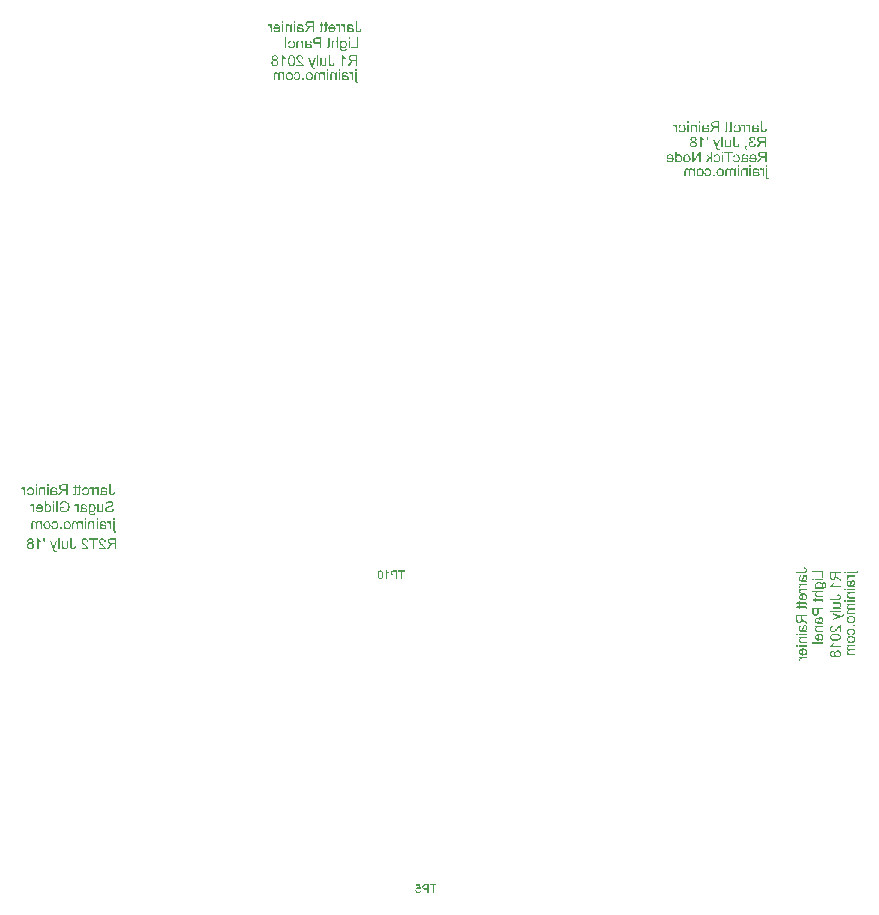
<source format=gbo>
%MOIN*%
%OFA0B0*%
%FSLAX33Y33*%
%IPPOS*%
%LPD*%
%LPD*%
G36*
G01*
X002757Y001208D02*
X002721Y001208D01*
X002721Y001203D01*
X002754Y001203D01*
X002754Y001185D01*
X002757Y001185D01*
X002757Y001208D01*
X002757Y001208D01*
X002757Y001180D02*
X002732Y001180D01*
X002732Y001176D01*
X002757Y001176D01*
X002757Y001180D01*
X002757Y001180D01*
X002727Y001180D02*
X002721Y001180D01*
X002721Y001176D01*
X002727Y001176D01*
X002727Y001180D01*
X002727Y001180D01*
X002759Y001170D02*
X002761Y001166D01*
X002761Y001165D01*
X002762Y001165D01*
X002763Y001165D01*
X002763Y001164D01*
X002764Y001163D01*
X002764Y001162D01*
X002765Y001161D01*
X002765Y001160D01*
X002765Y001158D01*
X002764Y001157D01*
X002764Y001156D01*
X002763Y001155D01*
X002763Y001154D01*
X002762Y001153D01*
X002761Y001153D01*
X002759Y001153D01*
X002759Y001152D01*
X002757Y001152D01*
X002756Y001152D01*
X002754Y001152D01*
X002752Y001154D01*
X002752Y001154D01*
X002750Y001153D01*
X002749Y001152D01*
X002747Y001152D01*
X002744Y001152D01*
X002742Y001152D01*
X002740Y001152D01*
X002739Y001153D01*
X002737Y001154D01*
X002736Y001155D01*
X002735Y001156D01*
X002735Y001158D01*
X002735Y001159D01*
X002735Y001161D01*
X002735Y001162D01*
X002736Y001163D01*
X002737Y001164D01*
X002739Y001165D01*
X002740Y001166D01*
X002742Y001166D01*
X002744Y001166D01*
X002744Y001166D01*
X002747Y001166D01*
X002749Y001166D01*
X002750Y001165D01*
X002752Y001164D01*
X002753Y001163D01*
X002754Y001162D01*
X002754Y001161D01*
X002754Y001159D01*
X002754Y001158D01*
X002754Y001156D01*
X002753Y001155D01*
X002752Y001154D01*
X002754Y001152D01*
X002756Y001154D01*
X002757Y001156D01*
X002757Y001157D01*
X002757Y001159D01*
X002757Y001162D01*
X002757Y001164D01*
X002756Y001166D01*
X002754Y001168D01*
X002752Y001169D01*
X002750Y001170D01*
X002747Y001170D01*
X002745Y001171D01*
X002743Y001171D01*
X002741Y001170D01*
X002739Y001170D01*
X002738Y001169D01*
X002736Y001169D01*
X002735Y001168D01*
X002733Y001167D01*
X002733Y001165D01*
X002732Y001164D01*
X002732Y001163D01*
X002731Y001161D01*
X002731Y001159D01*
X002731Y001157D01*
X002732Y001155D01*
X002733Y001153D01*
X002735Y001152D01*
X002732Y001152D01*
X002732Y001148D01*
X002754Y001148D01*
X002757Y001148D01*
X002759Y001148D01*
X002761Y001149D01*
X002763Y001149D01*
X002764Y001150D01*
X002765Y001151D01*
X002766Y001152D01*
X002767Y001153D01*
X002767Y001154D01*
X002768Y001156D01*
X002768Y001158D01*
X002768Y001160D01*
X002768Y001162D01*
X002768Y001164D01*
X002767Y001165D01*
X002766Y001167D01*
X002765Y001168D01*
X002764Y001169D01*
X002762Y001170D01*
X002759Y001170D01*
X002759Y001170D01*
X002757Y001141D02*
X002721Y001141D01*
X002721Y001137D01*
X002735Y001137D01*
X002733Y001135D01*
X002732Y001133D01*
X002731Y001131D01*
X002731Y001129D01*
X002731Y001128D01*
X002732Y001126D01*
X002732Y001125D01*
X002732Y001124D01*
X002733Y001123D01*
X002733Y001122D01*
X002735Y001122D01*
X002735Y001121D01*
X002737Y001121D01*
X002738Y001120D01*
X002740Y001120D01*
X002741Y001120D01*
X002757Y001120D01*
X002757Y001124D01*
X002741Y001124D01*
X002740Y001125D01*
X002738Y001125D01*
X002737Y001125D01*
X002737Y001126D01*
X002736Y001127D01*
X002735Y001128D01*
X002735Y001129D01*
X002735Y001130D01*
X002735Y001131D01*
X002735Y001132D01*
X002736Y001133D01*
X002736Y001134D01*
X002737Y001134D01*
X002737Y001135D01*
X002738Y001136D01*
X002739Y001136D01*
X002740Y001136D01*
X002741Y001137D01*
X002742Y001137D01*
X002744Y001137D01*
X002757Y001137D01*
X002757Y001141D01*
X002757Y001141D01*
X002754Y001104D02*
X002757Y001103D01*
X002757Y001104D01*
X002757Y001105D01*
X002757Y001106D01*
X002757Y001106D01*
X002757Y001108D01*
X002757Y001109D01*
X002757Y001109D01*
X002757Y001110D01*
X002757Y001111D01*
X002756Y001111D01*
X002756Y001112D01*
X002755Y001112D01*
X002755Y001112D01*
X002753Y001112D01*
X002752Y001113D01*
X002750Y001113D01*
X002735Y001113D01*
X002735Y001116D01*
X002732Y001116D01*
X002732Y001113D01*
X002725Y001113D01*
X002723Y001108D01*
X002732Y001108D01*
X002732Y001104D01*
X002735Y001104D01*
X002735Y001108D01*
X002750Y001108D01*
X002751Y001108D01*
X002752Y001108D01*
X002752Y001108D01*
X002753Y001108D01*
X002753Y001108D01*
X002753Y001108D01*
X002753Y001107D01*
X002754Y001107D01*
X002754Y001107D01*
X002754Y001107D01*
X002754Y001106D01*
X002754Y001106D01*
X002754Y001105D01*
X002754Y001105D01*
X002754Y001104D01*
X002754Y001104D01*
X002754Y001104D01*
X002757Y001085D02*
X002721Y001085D01*
X002721Y001072D01*
X002721Y001070D01*
X002721Y001068D01*
X002721Y001067D01*
X002721Y001066D01*
X002723Y001065D01*
X002723Y001064D01*
X002723Y001063D01*
X002724Y001062D01*
X002725Y001061D01*
X002725Y001060D01*
X002726Y001059D01*
X002727Y001059D01*
X002729Y001058D01*
X002730Y001058D01*
X002731Y001058D01*
X002732Y001058D01*
X002735Y001058D01*
X002737Y001058D01*
X002738Y001059D01*
X002740Y001061D01*
X002741Y001062D01*
X002742Y001065D01*
X002743Y001068D01*
X002743Y001069D01*
X002739Y001069D01*
X002739Y001067D01*
X002738Y001066D01*
X002737Y001065D01*
X002736Y001064D01*
X002735Y001063D01*
X002733Y001063D01*
X002732Y001063D01*
X002731Y001063D01*
X002730Y001063D01*
X002729Y001063D01*
X002729Y001064D01*
X002728Y001064D01*
X002727Y001065D01*
X002727Y001066D01*
X002726Y001067D01*
X002726Y001067D01*
X002726Y001068D01*
X002726Y001070D01*
X002726Y001071D01*
X002726Y001080D01*
X002739Y001080D01*
X002739Y001080D01*
X002739Y001071D01*
X002739Y001069D01*
X002743Y001069D01*
X002743Y001071D01*
X002743Y001080D01*
X002757Y001080D01*
X002757Y001085D01*
X002757Y001085D01*
X002755Y001035D02*
X002755Y001037D01*
X002756Y001037D01*
X002753Y001038D01*
X002752Y001038D01*
X002752Y001037D01*
X002751Y001036D01*
X002750Y001036D01*
X002749Y001036D01*
X002748Y001036D01*
X002745Y001036D01*
X002745Y001036D01*
X002745Y001036D01*
X002745Y001037D01*
X002745Y001039D01*
X002745Y001041D01*
X002745Y001043D01*
X002747Y001044D01*
X002747Y001045D01*
X002747Y001046D01*
X002747Y001047D01*
X002748Y001047D01*
X002748Y001048D01*
X002748Y001048D01*
X002749Y001048D01*
X002749Y001049D01*
X002750Y001049D01*
X002750Y001049D01*
X002751Y001049D01*
X002752Y001049D01*
X002752Y001049D01*
X002753Y001048D01*
X002754Y001048D01*
X002754Y001047D01*
X002755Y001046D01*
X002755Y001045D01*
X002755Y001044D01*
X002755Y001043D01*
X002755Y001041D01*
X002754Y001040D01*
X002754Y001039D01*
X002753Y001038D01*
X002756Y001037D01*
X002756Y001038D01*
X002757Y001039D01*
X002757Y001040D01*
X002757Y001041D01*
X002757Y001042D01*
X002757Y001044D01*
X002757Y001045D01*
X002757Y001047D01*
X002757Y001049D01*
X002757Y001050D01*
X002756Y001051D01*
X002755Y001052D01*
X002754Y001053D01*
X002752Y001054D01*
X002751Y001054D01*
X002750Y001054D01*
X002749Y001054D01*
X002748Y001053D01*
X002747Y001053D01*
X002747Y001052D01*
X002745Y001052D01*
X002745Y001051D01*
X002745Y001051D01*
X002744Y001050D01*
X002744Y001049D01*
X002744Y001048D01*
X002743Y001047D01*
X002743Y001047D01*
X002743Y001046D01*
X002743Y001045D01*
X002743Y001044D01*
X002742Y001041D01*
X002742Y001039D01*
X002742Y001037D01*
X002741Y001036D01*
X002741Y001036D01*
X002741Y001036D01*
X002740Y001036D01*
X002740Y001036D01*
X002739Y001036D01*
X002738Y001036D01*
X002737Y001036D01*
X002736Y001037D01*
X002736Y001038D01*
X002735Y001039D01*
X002735Y001040D01*
X002735Y001042D01*
X002735Y001043D01*
X002735Y001045D01*
X002735Y001046D01*
X002736Y001046D01*
X002737Y001047D01*
X002737Y001048D01*
X002739Y001048D01*
X002740Y001049D01*
X002739Y001053D01*
X002738Y001053D01*
X002737Y001052D01*
X002736Y001052D01*
X002735Y001051D01*
X002733Y001050D01*
X002733Y001049D01*
X002733Y001048D01*
X002732Y001047D01*
X002732Y001046D01*
X002731Y001044D01*
X002731Y001043D01*
X002731Y001041D01*
X002731Y001040D01*
X002731Y001038D01*
X002732Y001037D01*
X002732Y001036D01*
X002732Y001035D01*
X002733Y001034D01*
X002733Y001033D01*
X002733Y001033D01*
X002735Y001032D01*
X002735Y001032D01*
X002736Y001032D01*
X002737Y001031D01*
X002738Y001031D01*
X002739Y001031D01*
X002740Y001031D01*
X002741Y001031D01*
X002747Y001031D01*
X002750Y001031D01*
X002752Y001031D01*
X002754Y001031D01*
X002755Y001031D01*
X002755Y001031D01*
X002756Y001031D01*
X002757Y001030D01*
X002757Y001030D01*
X002757Y001034D01*
X002757Y001035D01*
X002756Y001035D01*
X002755Y001035D01*
X002755Y001035D01*
X002755Y001035D01*
X002757Y001024D02*
X002732Y001024D01*
X002732Y001020D01*
X002735Y001020D01*
X002733Y001018D01*
X002732Y001016D01*
X002731Y001014D01*
X002731Y001012D01*
X002731Y001010D01*
X002731Y001010D01*
X002732Y001008D01*
X002732Y001008D01*
X002732Y001006D01*
X002733Y001006D01*
X002733Y001006D01*
X002733Y001004D01*
X002735Y001004D01*
X002736Y001004D01*
X002737Y001004D01*
X002738Y001004D01*
X002738Y001002D01*
X002739Y001002D01*
X002740Y001002D01*
X002742Y001002D01*
X002757Y001002D01*
X002757Y001008D01*
X002742Y001008D01*
X002741Y001008D01*
X002740Y001008D01*
X002739Y001008D01*
X002738Y001008D01*
X002737Y001008D01*
X002737Y001008D01*
X002736Y001008D01*
X002736Y001010D01*
X002735Y001010D01*
X002735Y001012D01*
X002735Y001012D01*
X002735Y001012D01*
X002735Y001014D01*
X002735Y001016D01*
X002736Y001016D01*
X002737Y001018D01*
X002738Y001018D01*
X002739Y001020D01*
X002741Y001020D01*
X002744Y001020D01*
X002757Y001020D01*
X002757Y001024D01*
X002757Y001024D01*
X002749Y000979D02*
X002750Y000974D01*
X002752Y000975D01*
X002753Y000976D01*
X002755Y000977D01*
X002756Y000978D01*
X002757Y000980D01*
X002757Y000982D01*
X002757Y000984D01*
X002757Y000986D01*
X002757Y000988D01*
X002757Y000991D01*
X002756Y000993D01*
X002755Y000995D01*
X002753Y000996D01*
X002751Y000997D01*
X002748Y000998D01*
X002745Y000998D01*
X002742Y000998D01*
X002739Y000997D01*
X002737Y000996D01*
X002735Y000995D01*
X002733Y000993D01*
X002732Y000991D01*
X002731Y000989D01*
X002731Y000986D01*
X002731Y000986D01*
X002735Y000986D01*
X002735Y000987D01*
X002735Y000989D01*
X002736Y000990D01*
X002737Y000991D01*
X002738Y000992D01*
X002739Y000993D01*
X002741Y000993D01*
X002742Y000993D01*
X002742Y000993D01*
X002742Y000979D01*
X002741Y000979D01*
X002739Y000979D01*
X002738Y000980D01*
X002737Y000980D01*
X002736Y000982D01*
X002735Y000983D01*
X002735Y000984D01*
X002735Y000986D01*
X002731Y000986D01*
X002731Y000983D01*
X002732Y000981D01*
X002733Y000979D01*
X002735Y000977D01*
X002737Y000976D01*
X002739Y000975D01*
X002742Y000974D01*
X002745Y000974D01*
X002745Y000974D01*
X002745Y000974D01*
X002745Y000974D01*
X002745Y000974D01*
X002745Y000994D01*
X002748Y000993D01*
X002750Y000993D01*
X002751Y000992D01*
X002752Y000991D01*
X002753Y000990D01*
X002754Y000989D01*
X002755Y000987D01*
X002755Y000986D01*
X002755Y000985D01*
X002754Y000983D01*
X002754Y000982D01*
X002753Y000982D01*
X002753Y000981D01*
X002752Y000980D01*
X002751Y000979D01*
X002749Y000979D01*
X002749Y000979D01*
X002757Y000969D02*
X002721Y000969D01*
X002721Y000965D01*
X002757Y000965D01*
X002757Y000969D01*
X002757Y000969D01*
X002817Y001205D02*
X002781Y001205D01*
X002781Y001189D01*
X002781Y001186D01*
X002781Y001184D01*
X002781Y001183D01*
X002781Y001181D01*
X002783Y001180D01*
X002783Y001179D01*
X002783Y001178D01*
X002785Y001177D01*
X002787Y001177D01*
X002788Y001176D01*
X002789Y001176D01*
X002791Y001176D01*
X002793Y001176D01*
X002793Y001177D01*
X002795Y001177D01*
X002797Y001178D01*
X002798Y001180D01*
X002799Y001182D01*
X002800Y001184D01*
X002800Y001185D01*
X002795Y001186D01*
X002795Y001185D01*
X002795Y001184D01*
X002795Y001183D01*
X002795Y001182D01*
X002793Y001182D01*
X002793Y001181D01*
X002792Y001181D01*
X002792Y001181D01*
X002791Y001181D01*
X002790Y001181D01*
X002788Y001181D01*
X002787Y001182D01*
X002787Y001183D01*
X002786Y001184D01*
X002785Y001185D01*
X002785Y001187D01*
X002785Y001188D01*
X002785Y001200D01*
X002797Y001200D01*
X002797Y001200D01*
X002797Y001190D01*
X002797Y001188D01*
X002797Y001187D01*
X002795Y001186D01*
X002800Y001185D01*
X002800Y001186D01*
X002801Y001185D01*
X002801Y001184D01*
X002802Y001184D01*
X002802Y001183D01*
X002803Y001182D01*
X002804Y001181D01*
X002805Y001180D01*
X002807Y001179D01*
X002817Y001173D01*
X002817Y001179D01*
X002809Y001184D01*
X002807Y001185D01*
X002807Y001186D01*
X002805Y001186D01*
X002804Y001187D01*
X002804Y001188D01*
X002803Y001188D01*
X002802Y001189D01*
X002802Y001189D01*
X002802Y001190D01*
X002801Y001191D01*
X002801Y001191D01*
X002801Y001192D01*
X002801Y001192D01*
X002801Y001193D01*
X002801Y001193D01*
X002801Y001194D01*
X002801Y001200D01*
X002817Y001200D01*
X002817Y001205D01*
X002817Y001205D01*
X002817Y001154D02*
X002817Y001158D01*
X002789Y001158D01*
X002790Y001159D01*
X002790Y001160D01*
X002791Y001161D01*
X002792Y001162D01*
X002793Y001164D01*
X002793Y001165D01*
X002793Y001166D01*
X002793Y001167D01*
X002790Y001167D01*
X002789Y001165D01*
X002788Y001163D01*
X002787Y001162D01*
X002786Y001160D01*
X002783Y001159D01*
X002783Y001158D01*
X002781Y001157D01*
X002781Y001157D01*
X002781Y001154D01*
X002817Y001154D01*
X002817Y001154D01*
X002807Y001129D02*
X002805Y001125D01*
X002807Y001125D01*
X002810Y001124D01*
X002811Y001124D01*
X002812Y001123D01*
X002812Y001123D01*
X002813Y001122D01*
X002813Y001121D01*
X002813Y001120D01*
X002813Y001119D01*
X002813Y001118D01*
X002813Y001117D01*
X002812Y001117D01*
X002812Y001116D01*
X002811Y001115D01*
X002811Y001115D01*
X002810Y001115D01*
X002809Y001115D01*
X002807Y001114D01*
X002807Y001114D01*
X002805Y001114D01*
X002781Y001114D01*
X002781Y001110D01*
X002805Y001110D01*
X002807Y001110D01*
X002809Y001110D01*
X002811Y001110D01*
X002812Y001111D01*
X002814Y001111D01*
X002815Y001112D01*
X002815Y001113D01*
X002816Y001114D01*
X002817Y001115D01*
X002817Y001117D01*
X002817Y001118D01*
X002817Y001120D01*
X002817Y001122D01*
X002817Y001124D01*
X002816Y001125D01*
X002815Y001127D01*
X002813Y001128D01*
X002811Y001129D01*
X002809Y001129D01*
X002807Y001129D01*
X002807Y001129D01*
X002817Y001085D02*
X002813Y001085D01*
X002815Y001087D01*
X002816Y001089D01*
X002817Y001091D01*
X002817Y001094D01*
X002817Y001095D01*
X002817Y001096D01*
X002817Y001097D01*
X002817Y001098D01*
X002816Y001099D01*
X002815Y001100D01*
X002815Y001100D01*
X002814Y001101D01*
X002814Y001101D01*
X002813Y001102D01*
X002812Y001102D01*
X002811Y001102D01*
X002810Y001102D01*
X002809Y001102D01*
X002807Y001102D01*
X002807Y001102D01*
X002791Y001102D01*
X002791Y001098D01*
X002805Y001098D01*
X002807Y001098D01*
X002807Y001098D01*
X002809Y001098D01*
X002810Y001098D01*
X002811Y001097D01*
X002811Y001097D01*
X002812Y001097D01*
X002813Y001096D01*
X002813Y001095D01*
X002813Y001095D01*
X002814Y001094D01*
X002814Y001093D01*
X002814Y001092D01*
X002813Y001091D01*
X002813Y001090D01*
X002813Y001089D01*
X002812Y001088D01*
X002811Y001087D01*
X002811Y001087D01*
X002810Y001087D01*
X002809Y001086D01*
X002807Y001086D01*
X002805Y001086D01*
X002805Y001086D01*
X002791Y001086D01*
X002791Y001081D01*
X002817Y001081D01*
X002817Y001085D01*
X002817Y001085D01*
X002817Y001075D02*
X002781Y001075D01*
X002781Y001070D01*
X002817Y001070D01*
X002817Y001075D01*
X002817Y001075D01*
X002827Y001064D02*
X002823Y001064D01*
X002823Y001063D01*
X002823Y001063D01*
X002823Y001062D01*
X002823Y001062D01*
X002823Y001061D01*
X002823Y001060D01*
X002823Y001060D01*
X002823Y001059D01*
X002822Y001059D01*
X002822Y001058D01*
X002822Y001058D01*
X002821Y001058D01*
X002821Y001058D01*
X002819Y001057D01*
X002819Y001057D01*
X002817Y001056D01*
X002817Y001056D01*
X002817Y001056D01*
X002817Y001056D01*
X002817Y001056D01*
X002791Y001066D01*
X002791Y001061D01*
X002805Y001056D01*
X002807Y001055D01*
X002809Y001055D01*
X002810Y001054D01*
X002812Y001054D01*
X002810Y001054D01*
X002809Y001053D01*
X002807Y001053D01*
X002805Y001052D01*
X002791Y001047D01*
X002791Y001042D01*
X002817Y001052D01*
X002819Y001053D01*
X002821Y001053D01*
X002822Y001054D01*
X002823Y001055D01*
X002824Y001055D01*
X002825Y001056D01*
X002826Y001056D01*
X002826Y001057D01*
X002827Y001058D01*
X002827Y001059D01*
X002827Y001060D01*
X002827Y001061D01*
X002827Y001061D01*
X002827Y001062D01*
X002827Y001063D01*
X002827Y001064D01*
X002827Y001064D01*
X002813Y001002D02*
X002817Y001002D01*
X002817Y001026D01*
X002816Y001026D01*
X002815Y001026D01*
X002814Y001026D01*
X002814Y001026D01*
X002813Y001025D01*
X002811Y001025D01*
X002810Y001024D01*
X002809Y001022D01*
X002807Y001022D01*
X002805Y001020D01*
X002805Y001018D01*
X002804Y001016D01*
X002801Y001014D01*
X002799Y001012D01*
X002797Y001010D01*
X002795Y001008D01*
X002795Y001008D01*
X002793Y001008D01*
X002792Y001006D01*
X002791Y001006D01*
X002789Y001006D01*
X002788Y001008D01*
X002787Y001008D01*
X002786Y001008D01*
X002785Y001010D01*
X002785Y001010D01*
X002785Y001012D01*
X002785Y001014D01*
X002785Y001014D01*
X002785Y001016D01*
X002786Y001018D01*
X002786Y001018D01*
X002787Y001020D01*
X002789Y001020D01*
X002790Y001020D01*
X002792Y001020D01*
X002791Y001025D01*
X002789Y001025D01*
X002787Y001024D01*
X002785Y001022D01*
X002783Y001022D01*
X002781Y001020D01*
X002781Y001018D01*
X002781Y001016D01*
X002781Y001014D01*
X002781Y001010D01*
X002781Y001008D01*
X002781Y001006D01*
X002783Y001006D01*
X002785Y001004D01*
X002787Y001002D01*
X002789Y001002D01*
X002791Y001002D01*
X002792Y001002D01*
X002793Y001002D01*
X002793Y001002D01*
X002795Y001004D01*
X002795Y001004D01*
X002797Y001004D01*
X002798Y001006D01*
X002799Y001006D01*
X002801Y001008D01*
X002802Y001008D01*
X002804Y001010D01*
X002805Y001012D01*
X002807Y001014D01*
X002807Y001016D01*
X002809Y001018D01*
X002810Y001018D01*
X002811Y001018D01*
X002811Y001018D01*
X002812Y001020D01*
X002813Y001020D01*
X002813Y001002D01*
X002813Y001002D01*
X002799Y000998D02*
X002795Y000998D01*
X002793Y000998D01*
X002791Y000997D01*
X002789Y000997D01*
X002787Y000996D01*
X002785Y000995D01*
X002783Y000994D01*
X002783Y000993D01*
X002781Y000991D01*
X002781Y000990D01*
X002781Y000988D01*
X002781Y000986D01*
X002781Y000985D01*
X002781Y000984D01*
X002781Y000982D01*
X002781Y000981D01*
X002783Y000980D01*
X002783Y000979D01*
X002783Y000978D01*
X002785Y000978D01*
X002787Y000977D01*
X002788Y000976D01*
X002789Y000976D01*
X002791Y000975D01*
X002792Y000975D01*
X002793Y000975D01*
X002797Y000975D01*
X002799Y000975D01*
X002802Y000975D01*
X002805Y000975D01*
X002807Y000975D01*
X002809Y000976D01*
X002811Y000977D01*
X002813Y000977D01*
X002814Y000979D01*
X002815Y000980D01*
X002816Y000981D01*
X002817Y000983D01*
X002817Y000984D01*
X002817Y000986D01*
X002817Y000987D01*
X002814Y000986D01*
X002814Y000985D01*
X002813Y000983D01*
X002812Y000982D01*
X002811Y000981D01*
X002809Y000980D01*
X002805Y000980D01*
X002803Y000979D01*
X002799Y000979D01*
X002795Y000979D01*
X002792Y000980D01*
X002789Y000980D01*
X002787Y000981D01*
X002786Y000982D01*
X002785Y000983D01*
X002785Y000985D01*
X002785Y000986D01*
X002785Y000988D01*
X002785Y000989D01*
X002786Y000990D01*
X002787Y000991D01*
X002789Y000992D01*
X002792Y000993D01*
X002795Y000993D01*
X002799Y000993D01*
X002799Y000993D01*
X002803Y000993D01*
X002805Y000993D01*
X002809Y000992D01*
X002811Y000991D01*
X002812Y000990D01*
X002813Y000989D01*
X002814Y000988D01*
X002814Y000986D01*
X002817Y000987D01*
X002817Y000989D01*
X002816Y000991D01*
X002815Y000993D01*
X002814Y000994D01*
X002811Y000996D01*
X002807Y000997D01*
X002804Y000998D01*
X002799Y000998D01*
X002799Y000998D01*
X002817Y000954D02*
X002817Y000958D01*
X002789Y000958D01*
X002790Y000959D01*
X002790Y000960D01*
X002791Y000961D01*
X002792Y000962D01*
X002793Y000963D01*
X002793Y000965D01*
X002793Y000966D01*
X002793Y000967D01*
X002790Y000967D01*
X002789Y000965D01*
X002788Y000963D01*
X002787Y000962D01*
X002786Y000960D01*
X002783Y000959D01*
X002783Y000958D01*
X002781Y000957D01*
X002781Y000956D01*
X002781Y000954D01*
X002817Y000954D01*
X002817Y000954D01*
X002797Y000936D02*
X002800Y000934D01*
X002800Y000935D01*
X002801Y000936D01*
X002802Y000937D01*
X002804Y000937D01*
X002805Y000938D01*
X002805Y000938D01*
X002805Y000938D01*
X002807Y000938D01*
X002807Y000938D01*
X002809Y000937D01*
X002810Y000937D01*
X002811Y000936D01*
X002812Y000936D01*
X002812Y000935D01*
X002813Y000934D01*
X002813Y000933D01*
X002814Y000932D01*
X002814Y000932D01*
X002814Y000931D01*
X002814Y000929D01*
X002813Y000928D01*
X002813Y000926D01*
X002812Y000925D01*
X002811Y000924D01*
X002809Y000924D01*
X002807Y000923D01*
X002807Y000923D01*
X002805Y000923D01*
X002804Y000924D01*
X002802Y000924D01*
X002801Y000925D01*
X002800Y000927D01*
X002800Y000928D01*
X002799Y000929D01*
X002799Y000931D01*
X002799Y000932D01*
X002800Y000934D01*
X002800Y000934D01*
X002797Y000936D01*
X002795Y000934D01*
X002795Y000933D01*
X002795Y000932D01*
X002795Y000931D01*
X002795Y000929D01*
X002795Y000928D01*
X002795Y000927D01*
X002793Y000926D01*
X002793Y000926D01*
X002792Y000925D01*
X002791Y000925D01*
X002790Y000925D01*
X002789Y000925D01*
X002788Y000925D01*
X002787Y000926D01*
X002786Y000926D01*
X002785Y000927D01*
X002785Y000928D01*
X002785Y000929D01*
X002783Y000931D01*
X002785Y000932D01*
X002785Y000933D01*
X002785Y000934D01*
X002786Y000935D01*
X002787Y000935D01*
X002788Y000936D01*
X002789Y000936D01*
X002790Y000936D01*
X002790Y000936D01*
X002791Y000936D01*
X002792Y000936D01*
X002793Y000936D01*
X002793Y000935D01*
X002795Y000934D01*
X002797Y000936D01*
X002797Y000937D01*
X002795Y000938D01*
X002795Y000939D01*
X002795Y000940D01*
X002793Y000940D01*
X002792Y000941D01*
X002791Y000941D01*
X002790Y000941D01*
X002788Y000941D01*
X002786Y000940D01*
X002785Y000939D01*
X002783Y000938D01*
X002781Y000937D01*
X002781Y000935D01*
X002781Y000933D01*
X002781Y000931D01*
X002781Y000928D01*
X002781Y000926D01*
X002781Y000925D01*
X002783Y000923D01*
X002785Y000922D01*
X002787Y000921D01*
X002788Y000920D01*
X002790Y000920D01*
X002791Y000920D01*
X002793Y000921D01*
X002793Y000921D01*
X002795Y000922D01*
X002795Y000922D01*
X002795Y000923D01*
X002797Y000924D01*
X002797Y000926D01*
X002798Y000924D01*
X002799Y000923D01*
X002800Y000921D01*
X002801Y000921D01*
X002802Y000920D01*
X002803Y000919D01*
X002805Y000919D01*
X002807Y000919D01*
X002809Y000919D01*
X002811Y000920D01*
X002813Y000921D01*
X002814Y000922D01*
X002816Y000924D01*
X002817Y000926D01*
X002817Y000928D01*
X002817Y000931D01*
X002817Y000933D01*
X002817Y000935D01*
X002816Y000937D01*
X002814Y000939D01*
X002813Y000941D01*
X002811Y000942D01*
X002809Y000942D01*
X002805Y000942D01*
X002805Y000942D01*
X002803Y000942D01*
X002802Y000941D01*
X002801Y000941D01*
X002800Y000940D01*
X002799Y000938D01*
X002798Y000937D01*
X002797Y000936D01*
X002797Y000936D01*
X002694Y001219D02*
X002693Y001215D01*
X002695Y001215D01*
X002697Y001214D01*
X002697Y001214D01*
X002699Y001213D01*
X002700Y001213D01*
X002700Y001212D01*
X002700Y001211D01*
X002701Y001210D01*
X002701Y001209D01*
X002700Y001208D01*
X002700Y001207D01*
X002700Y001207D01*
X002699Y001206D01*
X002699Y001205D01*
X002697Y001205D01*
X002697Y001205D01*
X002697Y001205D01*
X002695Y001204D01*
X002695Y001204D01*
X002693Y001204D01*
X002668Y001204D01*
X002668Y001200D01*
X002693Y001200D01*
X002695Y001200D01*
X002697Y001200D01*
X002697Y001200D01*
X002700Y001201D01*
X002701Y001201D01*
X002702Y001202D01*
X002703Y001203D01*
X002704Y001204D01*
X002704Y001205D01*
X002704Y001207D01*
X002705Y001208D01*
X002705Y001210D01*
X002705Y001212D01*
X002704Y001214D01*
X002703Y001215D01*
X002702Y001217D01*
X002701Y001218D01*
X002699Y001219D01*
X002697Y001219D01*
X002694Y001219D01*
X002694Y001219D01*
X002701Y001175D02*
X002702Y001177D01*
X002702Y001177D01*
X002700Y001178D01*
X002699Y001178D01*
X002697Y001177D01*
X002697Y001177D01*
X002695Y001176D01*
X002695Y001176D01*
X002694Y001176D01*
X002693Y001176D01*
X002691Y001176D01*
X002691Y001176D01*
X002692Y001177D01*
X002692Y001179D01*
X002692Y001181D01*
X002693Y001183D01*
X002693Y001184D01*
X002693Y001185D01*
X002693Y001186D01*
X002694Y001187D01*
X002694Y001187D01*
X002694Y001188D01*
X002695Y001188D01*
X002695Y001189D01*
X002695Y001189D01*
X002695Y001189D01*
X002697Y001189D01*
X002697Y001189D01*
X002697Y001189D01*
X002699Y001189D01*
X002700Y001188D01*
X002700Y001188D01*
X002701Y001187D01*
X002701Y001186D01*
X002701Y001185D01*
X002701Y001184D01*
X002701Y001183D01*
X002701Y001182D01*
X002701Y001180D01*
X002700Y001179D01*
X002700Y001178D01*
X002702Y001177D01*
X002703Y001178D01*
X002703Y001179D01*
X002704Y001180D01*
X002704Y001181D01*
X002705Y001182D01*
X002705Y001184D01*
X002705Y001185D01*
X002705Y001187D01*
X002704Y001189D01*
X002704Y001190D01*
X002703Y001192D01*
X002702Y001193D01*
X002700Y001193D01*
X002699Y001194D01*
X002697Y001194D01*
X002695Y001194D01*
X002695Y001194D01*
X002695Y001193D01*
X002694Y001193D01*
X002693Y001192D01*
X002692Y001192D01*
X002692Y001191D01*
X002691Y001191D01*
X002691Y001190D01*
X002691Y001189D01*
X002690Y001188D01*
X002690Y001188D01*
X002690Y001187D01*
X002690Y001186D01*
X002689Y001185D01*
X002689Y001184D01*
X002689Y001181D01*
X002689Y001179D01*
X002688Y001177D01*
X002688Y001176D01*
X002687Y001176D01*
X002687Y001176D01*
X002687Y001176D01*
X002687Y001176D01*
X002685Y001176D01*
X002683Y001176D01*
X002683Y001176D01*
X002683Y001177D01*
X002682Y001178D01*
X002682Y001179D01*
X002681Y001180D01*
X002681Y001182D01*
X002681Y001183D01*
X002682Y001185D01*
X002682Y001186D01*
X002682Y001187D01*
X002683Y001187D01*
X002683Y001188D01*
X002685Y001188D01*
X002685Y001189D01*
X002685Y001193D01*
X002683Y001193D01*
X002683Y001192D01*
X002682Y001192D01*
X002681Y001191D01*
X002680Y001190D01*
X002680Y001190D01*
X002679Y001188D01*
X002679Y001187D01*
X002678Y001186D01*
X002678Y001185D01*
X002678Y001183D01*
X002678Y001181D01*
X002678Y001180D01*
X002678Y001178D01*
X002678Y001177D01*
X002678Y001176D01*
X002679Y001175D01*
X002679Y001174D01*
X002680Y001173D01*
X002680Y001173D01*
X002681Y001172D01*
X002682Y001172D01*
X002683Y001172D01*
X002683Y001172D01*
X002683Y001171D01*
X002685Y001171D01*
X002685Y001171D01*
X002687Y001171D01*
X002693Y001171D01*
X002695Y001171D01*
X002697Y001171D01*
X002700Y001171D01*
X002701Y001171D01*
X002702Y001171D01*
X002703Y001171D01*
X002703Y001170D01*
X002704Y001170D01*
X002704Y001175D01*
X002703Y001175D01*
X002703Y001175D01*
X002702Y001175D01*
X002701Y001175D01*
X002701Y001175D01*
X002704Y001165D02*
X002678Y001165D01*
X002678Y001161D01*
X002682Y001161D01*
X002681Y001160D01*
X002680Y001159D01*
X002679Y001158D01*
X002679Y001158D01*
X002678Y001157D01*
X002678Y001157D01*
X002678Y001156D01*
X002678Y001155D01*
X002678Y001154D01*
X002678Y001153D01*
X002678Y001152D01*
X002679Y001150D01*
X002683Y001152D01*
X002683Y001153D01*
X002682Y001154D01*
X002682Y001154D01*
X002682Y001155D01*
X002682Y001156D01*
X002682Y001157D01*
X002683Y001157D01*
X002683Y001158D01*
X002683Y001158D01*
X002683Y001159D01*
X002685Y001159D01*
X002685Y001159D01*
X002687Y001160D01*
X002688Y001160D01*
X002689Y001160D01*
X002691Y001160D01*
X002704Y001160D01*
X002704Y001165D01*
X002704Y001165D01*
X002704Y001148D02*
X002678Y001148D01*
X002678Y001144D01*
X002682Y001144D01*
X002681Y001143D01*
X002680Y001143D01*
X002679Y001142D01*
X002679Y001141D01*
X002678Y001141D01*
X002678Y001140D01*
X002678Y001139D01*
X002678Y001138D01*
X002678Y001137D01*
X002678Y001136D01*
X002678Y001135D01*
X002679Y001134D01*
X002683Y001135D01*
X002683Y001136D01*
X002682Y001137D01*
X002682Y001138D01*
X002682Y001139D01*
X002682Y001139D01*
X002682Y001140D01*
X002683Y001141D01*
X002683Y001141D01*
X002683Y001142D01*
X002683Y001142D01*
X002685Y001143D01*
X002685Y001143D01*
X002687Y001143D01*
X002688Y001143D01*
X002689Y001143D01*
X002691Y001144D01*
X002704Y001144D01*
X002704Y001148D01*
X002704Y001148D01*
X002695Y001113D02*
X002695Y001109D01*
X002697Y001110D01*
X002700Y001110D01*
X002701Y001112D01*
X002703Y001113D01*
X002704Y001114D01*
X002704Y001116D01*
X002705Y001118D01*
X002705Y001120D01*
X002705Y001123D01*
X002704Y001125D01*
X002703Y001128D01*
X002701Y001129D01*
X002699Y001131D01*
X002697Y001132D01*
X002694Y001132D01*
X002691Y001133D01*
X002688Y001132D01*
X002685Y001132D01*
X002683Y001131D01*
X002681Y001129D01*
X002680Y001128D01*
X002679Y001125D01*
X002678Y001123D01*
X002678Y001121D01*
X002678Y001120D01*
X002681Y001121D01*
X002681Y001122D01*
X002682Y001123D01*
X002682Y001125D01*
X002683Y001126D01*
X002683Y001127D01*
X002685Y001127D01*
X002687Y001128D01*
X002689Y001128D01*
X002689Y001128D01*
X002689Y001113D01*
X002687Y001114D01*
X002685Y001114D01*
X002685Y001115D01*
X002683Y001115D01*
X002683Y001116D01*
X002682Y001117D01*
X002681Y001119D01*
X002681Y001121D01*
X002678Y001120D01*
X002678Y001118D01*
X002679Y001116D01*
X002680Y001114D01*
X002681Y001112D01*
X002683Y001111D01*
X002685Y001110D01*
X002688Y001109D01*
X002691Y001109D01*
X002691Y001109D01*
X002692Y001109D01*
X002692Y001109D01*
X002692Y001109D01*
X002692Y001128D01*
X002694Y001128D01*
X002695Y001127D01*
X002697Y001127D01*
X002699Y001126D01*
X002700Y001125D01*
X002701Y001123D01*
X002701Y001122D01*
X002701Y001120D01*
X002701Y001119D01*
X002701Y001118D01*
X002700Y001117D01*
X002700Y001116D01*
X002699Y001115D01*
X002697Y001115D01*
X002697Y001114D01*
X002695Y001113D01*
X002695Y001113D01*
X002700Y001094D02*
X002704Y001093D01*
X002704Y001094D01*
X002704Y001095D01*
X002705Y001096D01*
X002705Y001097D01*
X002704Y001098D01*
X002704Y001099D01*
X002704Y001100D01*
X002704Y001100D01*
X002703Y001101D01*
X002703Y001101D01*
X002702Y001102D01*
X002702Y001102D01*
X002701Y001102D01*
X002700Y001102D01*
X002697Y001103D01*
X002697Y001103D01*
X002682Y001103D01*
X002682Y001106D01*
X002678Y001106D01*
X002678Y001103D01*
X002671Y001103D01*
X002669Y001098D01*
X002678Y001098D01*
X002678Y001094D01*
X002682Y001094D01*
X002682Y001098D01*
X002697Y001098D01*
X002697Y001098D01*
X002697Y001098D01*
X002699Y001098D01*
X002699Y001098D01*
X002700Y001098D01*
X002700Y001098D01*
X002700Y001097D01*
X002700Y001097D01*
X002700Y001097D01*
X002700Y001097D01*
X002700Y001096D01*
X002700Y001096D01*
X002700Y001095D01*
X002700Y001095D01*
X002700Y001094D01*
X002700Y001094D01*
X002700Y001094D01*
X002700Y001080D02*
X002704Y001079D01*
X002704Y001080D01*
X002704Y001081D01*
X002705Y001082D01*
X002705Y001083D01*
X002704Y001084D01*
X002704Y001085D01*
X002704Y001086D01*
X002704Y001086D01*
X002703Y001087D01*
X002703Y001087D01*
X002702Y001088D01*
X002702Y001088D01*
X002701Y001088D01*
X002700Y001089D01*
X002697Y001089D01*
X002697Y001089D01*
X002682Y001089D01*
X002682Y001092D01*
X002678Y001092D01*
X002678Y001089D01*
X002671Y001089D01*
X002669Y001084D01*
X002678Y001084D01*
X002678Y001080D01*
X002682Y001080D01*
X002682Y001084D01*
X002697Y001084D01*
X002697Y001084D01*
X002697Y001084D01*
X002699Y001084D01*
X002699Y001084D01*
X002700Y001084D01*
X002700Y001084D01*
X002700Y001084D01*
X002700Y001083D01*
X002700Y001083D01*
X002700Y001083D01*
X002700Y001082D01*
X002700Y001082D01*
X002700Y001081D01*
X002700Y001081D01*
X002700Y001081D01*
X002700Y001080D01*
X002700Y001080D01*
X002704Y001061D02*
X002668Y001061D01*
X002668Y001045D01*
X002668Y001043D01*
X002669Y001041D01*
X002669Y001039D01*
X002669Y001038D01*
X002670Y001037D01*
X002671Y001036D01*
X002671Y001035D01*
X002673Y001034D01*
X002673Y001033D01*
X002675Y001033D01*
X002677Y001033D01*
X002678Y001032D01*
X002680Y001033D01*
X002682Y001033D01*
X002683Y001034D01*
X002685Y001035D01*
X002685Y001036D01*
X002687Y001038D01*
X002687Y001040D01*
X002688Y001041D01*
X002683Y001042D01*
X002683Y001041D01*
X002683Y001040D01*
X002683Y001040D01*
X002682Y001039D01*
X002681Y001038D01*
X002681Y001038D01*
X002680Y001038D01*
X002679Y001037D01*
X002678Y001037D01*
X002677Y001037D01*
X002676Y001038D01*
X002675Y001038D01*
X002673Y001039D01*
X002673Y001040D01*
X002673Y001042D01*
X002671Y001043D01*
X002671Y001045D01*
X002671Y001056D01*
X002683Y001056D01*
X002683Y001056D01*
X002683Y001046D01*
X002683Y001045D01*
X002683Y001043D01*
X002683Y001042D01*
X002688Y001041D01*
X002688Y001043D01*
X002688Y001042D01*
X002689Y001041D01*
X002689Y001040D01*
X002690Y001040D01*
X002691Y001039D01*
X002692Y001038D01*
X002693Y001037D01*
X002694Y001036D01*
X002704Y001030D01*
X002704Y001036D01*
X002697Y001040D01*
X002695Y001041D01*
X002694Y001042D01*
X002693Y001043D01*
X002692Y001044D01*
X002691Y001044D01*
X002690Y001045D01*
X002690Y001046D01*
X002689Y001046D01*
X002689Y001047D01*
X002689Y001047D01*
X002689Y001048D01*
X002688Y001048D01*
X002688Y001049D01*
X002688Y001049D01*
X002688Y001050D01*
X002688Y001051D01*
X002688Y001056D01*
X002704Y001056D01*
X002704Y001061D01*
X002704Y001061D01*
X002701Y001008D02*
X002702Y001010D01*
X002702Y001010D01*
X002700Y001012D01*
X002699Y001010D01*
X002697Y001010D01*
X002697Y001010D01*
X002695Y001010D01*
X002695Y001008D01*
X002694Y001008D01*
X002693Y001008D01*
X002691Y001008D01*
X002691Y001008D01*
X002692Y001010D01*
X002692Y001012D01*
X002692Y001014D01*
X002693Y001016D01*
X002693Y001018D01*
X002693Y001018D01*
X002693Y001018D01*
X002694Y001020D01*
X002694Y001020D01*
X002694Y001020D01*
X002695Y001022D01*
X002695Y001022D01*
X002695Y001022D01*
X002695Y001022D01*
X002697Y001022D01*
X002697Y001022D01*
X002697Y001022D01*
X002699Y001022D01*
X002700Y001022D01*
X002700Y001020D01*
X002701Y001020D01*
X002701Y001018D01*
X002701Y001018D01*
X002701Y001016D01*
X002701Y001016D01*
X002701Y001014D01*
X002701Y001014D01*
X002700Y001012D01*
X002700Y001012D01*
X002702Y001010D01*
X002703Y001010D01*
X002703Y001012D01*
X002704Y001012D01*
X002704Y001014D01*
X002705Y001016D01*
X002705Y001016D01*
X002705Y001018D01*
X002705Y001020D01*
X002704Y001022D01*
X002704Y001024D01*
X002703Y001025D01*
X002702Y001026D01*
X002700Y001027D01*
X002699Y001027D01*
X002697Y001027D01*
X002695Y001027D01*
X002695Y001027D01*
X002695Y001027D01*
X002694Y001026D01*
X002693Y001026D01*
X002692Y001025D01*
X002692Y001025D01*
X002691Y001024D01*
X002691Y001022D01*
X002691Y001022D01*
X002690Y001022D01*
X002690Y001020D01*
X002690Y001020D01*
X002690Y001018D01*
X002689Y001018D01*
X002689Y001016D01*
X002689Y001014D01*
X002689Y001012D01*
X002688Y001010D01*
X002688Y001008D01*
X002687Y001008D01*
X002687Y001008D01*
X002687Y001008D01*
X002687Y001008D01*
X002685Y001008D01*
X002683Y001008D01*
X002683Y001010D01*
X002683Y001010D01*
X002682Y001010D01*
X002682Y001012D01*
X002681Y001014D01*
X002681Y001014D01*
X002681Y001016D01*
X002682Y001018D01*
X002682Y001018D01*
X002682Y001020D01*
X002683Y001020D01*
X002683Y001020D01*
X002685Y001022D01*
X002685Y001022D01*
X002685Y001026D01*
X002683Y001026D01*
X002683Y001026D01*
X002682Y001025D01*
X002681Y001024D01*
X002680Y001024D01*
X002680Y001022D01*
X002679Y001022D01*
X002679Y001020D01*
X002678Y001018D01*
X002678Y001018D01*
X002678Y001016D01*
X002678Y001014D01*
X002678Y001012D01*
X002678Y001012D01*
X002678Y001010D01*
X002678Y001008D01*
X002679Y001008D01*
X002679Y001006D01*
X002680Y001006D01*
X002680Y001006D01*
X002681Y001006D01*
X002682Y001004D01*
X002683Y001004D01*
X002683Y001004D01*
X002683Y001004D01*
X002685Y001004D01*
X002685Y001004D01*
X002687Y001004D01*
X002693Y001004D01*
X002695Y001004D01*
X002697Y001004D01*
X002700Y001004D01*
X002701Y001004D01*
X002702Y001004D01*
X002703Y001004D01*
X002703Y001004D01*
X002704Y001002D01*
X002704Y001008D01*
X002703Y001008D01*
X002703Y001008D01*
X002702Y001008D01*
X002701Y001008D01*
X002701Y001008D01*
X002704Y000998D02*
X002678Y000998D01*
X002678Y000993D01*
X002704Y000993D01*
X002704Y000998D01*
X002704Y000998D01*
X002673Y000998D02*
X002668Y000998D01*
X002668Y000993D01*
X002673Y000993D01*
X002673Y000998D01*
X002673Y000998D01*
X002704Y000987D02*
X002678Y000987D01*
X002678Y000983D01*
X002682Y000983D01*
X002680Y000981D01*
X002679Y000979D01*
X002678Y000977D01*
X002678Y000975D01*
X002678Y000973D01*
X002678Y000972D01*
X002678Y000971D01*
X002679Y000970D01*
X002679Y000969D01*
X002680Y000969D01*
X002680Y000968D01*
X002681Y000967D01*
X002681Y000967D01*
X002682Y000966D01*
X002683Y000966D01*
X002683Y000966D01*
X002685Y000966D01*
X002685Y000966D01*
X002687Y000966D01*
X002688Y000966D01*
X002704Y000966D01*
X002704Y000970D01*
X002688Y000970D01*
X002687Y000970D01*
X002685Y000970D01*
X002685Y000970D01*
X002683Y000971D01*
X002683Y000971D01*
X002683Y000971D01*
X002683Y000972D01*
X002682Y000972D01*
X002682Y000973D01*
X002682Y000974D01*
X002682Y000975D01*
X002681Y000975D01*
X002682Y000977D01*
X002682Y000978D01*
X002682Y000979D01*
X002683Y000980D01*
X002683Y000981D01*
X002685Y000982D01*
X002688Y000982D01*
X002690Y000982D01*
X002704Y000982D01*
X002704Y000987D01*
X002704Y000987D01*
X002704Y000959D02*
X002678Y000959D01*
X002678Y000955D01*
X002704Y000955D01*
X002704Y000959D01*
X002704Y000959D01*
X002673Y000959D02*
X002668Y000959D01*
X002668Y000955D01*
X002673Y000955D01*
X002673Y000959D01*
X002673Y000959D01*
X002695Y000930D02*
X002695Y000926D01*
X002697Y000926D01*
X002700Y000927D01*
X002701Y000928D01*
X002703Y000930D01*
X002704Y000931D01*
X002704Y000933D01*
X002705Y000935D01*
X002705Y000937D01*
X002705Y000940D01*
X002704Y000942D01*
X002703Y000944D01*
X002701Y000946D01*
X002699Y000947D01*
X002697Y000948D01*
X002694Y000949D01*
X002691Y000949D01*
X002688Y000949D01*
X002685Y000948D01*
X002683Y000947D01*
X002681Y000946D01*
X002680Y000944D01*
X002679Y000942D01*
X002678Y000940D01*
X002678Y000937D01*
X002678Y000937D01*
X002681Y000937D01*
X002681Y000939D01*
X002682Y000940D01*
X002682Y000941D01*
X002683Y000942D01*
X002683Y000943D01*
X002685Y000944D01*
X002687Y000944D01*
X002689Y000945D01*
X002689Y000945D01*
X002689Y000930D01*
X002687Y000930D01*
X002685Y000931D01*
X002685Y000931D01*
X002683Y000932D01*
X002683Y000933D01*
X002682Y000934D01*
X002681Y000936D01*
X002681Y000937D01*
X002678Y000937D01*
X002678Y000935D01*
X002679Y000932D01*
X002680Y000930D01*
X002681Y000929D01*
X002683Y000927D01*
X002685Y000926D01*
X002688Y000926D01*
X002691Y000925D01*
X002691Y000925D01*
X002692Y000925D01*
X002692Y000925D01*
X002692Y000925D01*
X002692Y000945D01*
X002694Y000945D01*
X002695Y000944D01*
X002697Y000943D01*
X002699Y000942D01*
X002700Y000941D01*
X002701Y000940D01*
X002701Y000938D01*
X002701Y000937D01*
X002701Y000936D01*
X002701Y000935D01*
X002700Y000934D01*
X002700Y000933D01*
X002699Y000932D01*
X002697Y000931D01*
X002697Y000931D01*
X002695Y000930D01*
X002695Y000930D01*
X002704Y000920D02*
X002678Y000920D01*
X002678Y000916D01*
X002682Y000916D01*
X002681Y000915D01*
X002680Y000915D01*
X002679Y000914D01*
X002679Y000913D01*
X002678Y000913D01*
X002678Y000912D01*
X002678Y000911D01*
X002678Y000910D01*
X002678Y000909D01*
X002678Y000908D01*
X002678Y000907D01*
X002679Y000906D01*
X002683Y000907D01*
X002683Y000908D01*
X002682Y000909D01*
X002682Y000910D01*
X002682Y000911D01*
X002682Y000911D01*
X002682Y000912D01*
X002683Y000913D01*
X002683Y000913D01*
X002683Y000914D01*
X002683Y000914D01*
X002685Y000915D01*
X002685Y000915D01*
X002687Y000915D01*
X002688Y000915D01*
X002689Y000916D01*
X002691Y000916D01*
X002704Y000916D01*
X002704Y000920D01*
X002704Y000920D01*
X002874Y001209D02*
X002870Y001208D01*
X002870Y001207D01*
X002871Y001207D01*
X002871Y001206D01*
X002871Y001206D01*
X002871Y001205D01*
X002870Y001205D01*
X002870Y001204D01*
X002870Y001204D01*
X002869Y001204D01*
X002867Y001203D01*
X002867Y001203D01*
X002865Y001203D01*
X002838Y001203D01*
X002838Y001199D01*
X002865Y001199D01*
X002867Y001199D01*
X002870Y001199D01*
X002871Y001200D01*
X002872Y001200D01*
X002873Y001201D01*
X002874Y001202D01*
X002874Y001204D01*
X002875Y001205D01*
X002875Y001206D01*
X002874Y001207D01*
X002874Y001208D01*
X002874Y001209D01*
X002874Y001209D01*
X002833Y001203D02*
X002828Y001203D01*
X002828Y001199D01*
X002833Y001199D01*
X002833Y001203D01*
X002833Y001203D01*
X002864Y001192D02*
X002838Y001192D01*
X002838Y001188D01*
X002841Y001188D01*
X002841Y001187D01*
X002840Y001187D01*
X002839Y001186D01*
X002838Y001185D01*
X002838Y001185D01*
X002838Y001184D01*
X002838Y001183D01*
X002838Y001183D01*
X002838Y001181D01*
X002838Y001180D01*
X002838Y001179D01*
X002839Y001178D01*
X002843Y001180D01*
X002843Y001180D01*
X002841Y001181D01*
X002841Y001182D01*
X002841Y001183D01*
X002841Y001183D01*
X002841Y001184D01*
X002843Y001185D01*
X002843Y001185D01*
X002843Y001186D01*
X002843Y001186D01*
X002845Y001187D01*
X002845Y001187D01*
X002847Y001187D01*
X002848Y001188D01*
X002849Y001188D01*
X002850Y001188D01*
X002864Y001188D01*
X002864Y001192D01*
X002864Y001192D01*
X002861Y001159D02*
X002862Y001160D01*
X002862Y001160D01*
X002859Y001162D01*
X002859Y001161D01*
X002858Y001160D01*
X002857Y001160D01*
X002855Y001159D01*
X002855Y001159D01*
X002854Y001159D01*
X002853Y001159D01*
X002851Y001159D01*
X002851Y001159D01*
X002851Y001160D01*
X002852Y001162D01*
X002852Y001164D01*
X002853Y001166D01*
X002853Y001167D01*
X002853Y001168D01*
X002853Y001169D01*
X002854Y001170D01*
X002854Y001170D01*
X002854Y001171D01*
X002855Y001171D01*
X002855Y001172D01*
X002855Y001172D01*
X002855Y001172D01*
X002857Y001172D01*
X002857Y001172D01*
X002858Y001172D01*
X002859Y001172D01*
X002859Y001171D01*
X002860Y001171D01*
X002861Y001170D01*
X002861Y001169D01*
X002861Y001168D01*
X002861Y001167D01*
X002861Y001166D01*
X002861Y001165D01*
X002861Y001164D01*
X002860Y001162D01*
X002859Y001162D01*
X002862Y001160D01*
X002863Y001161D01*
X002863Y001162D01*
X002864Y001163D01*
X002864Y001164D01*
X002864Y001166D01*
X002865Y001167D01*
X002865Y001168D01*
X002865Y001170D01*
X002864Y001172D01*
X002863Y001173D01*
X002863Y001175D01*
X002861Y001176D01*
X002860Y001176D01*
X002859Y001177D01*
X002857Y001177D01*
X002855Y001177D01*
X002855Y001177D01*
X002855Y001176D01*
X002854Y001176D01*
X002853Y001176D01*
X002852Y001175D01*
X002852Y001174D01*
X002851Y001174D01*
X002851Y001173D01*
X002850Y001172D01*
X002850Y001171D01*
X002850Y001171D01*
X002850Y001170D01*
X002849Y001169D01*
X002849Y001168D01*
X002849Y001167D01*
X002849Y001164D01*
X002848Y001162D01*
X002848Y001160D01*
X002848Y001159D01*
X002847Y001159D01*
X002847Y001159D01*
X002847Y001159D01*
X002846Y001159D01*
X002845Y001159D01*
X002843Y001159D01*
X002843Y001160D01*
X002843Y001160D01*
X002841Y001161D01*
X002841Y001162D01*
X002841Y001164D01*
X002841Y001165D01*
X002841Y001167D01*
X002841Y001168D01*
X002841Y001169D01*
X002841Y001170D01*
X002843Y001170D01*
X002843Y001171D01*
X002845Y001171D01*
X002846Y001172D01*
X002845Y001176D01*
X002843Y001176D01*
X002843Y001175D01*
X002841Y001175D01*
X002841Y001174D01*
X002840Y001173D01*
X002840Y001173D01*
X002839Y001172D01*
X002838Y001170D01*
X002838Y001169D01*
X002838Y001168D01*
X002838Y001166D01*
X002838Y001164D01*
X002838Y001163D01*
X002838Y001161D01*
X002838Y001160D01*
X002838Y001159D01*
X002839Y001158D01*
X002839Y001157D01*
X002840Y001157D01*
X002840Y001156D01*
X002841Y001156D01*
X002841Y001155D01*
X002841Y001155D01*
X002843Y001155D01*
X002843Y001155D01*
X002845Y001154D01*
X002846Y001154D01*
X002847Y001154D01*
X002853Y001154D01*
X002855Y001154D01*
X002858Y001154D01*
X002860Y001154D01*
X002861Y001154D01*
X002862Y001154D01*
X002862Y001154D01*
X002863Y001153D01*
X002864Y001153D01*
X002864Y001158D01*
X002863Y001158D01*
X002863Y001158D01*
X002862Y001158D01*
X002861Y001159D01*
X002861Y001159D01*
X002864Y001148D02*
X002838Y001148D01*
X002838Y001143D01*
X002864Y001143D01*
X002864Y001148D01*
X002864Y001148D01*
X002833Y001148D02*
X002828Y001148D01*
X002828Y001143D01*
X002833Y001143D01*
X002833Y001148D01*
X002833Y001148D01*
X002864Y001137D02*
X002838Y001137D01*
X002838Y001133D01*
X002841Y001133D01*
X002840Y001131D01*
X002839Y001129D01*
X002838Y001127D01*
X002838Y001124D01*
X002838Y001123D01*
X002838Y001122D01*
X002838Y001121D01*
X002838Y001120D01*
X002839Y001119D01*
X002839Y001118D01*
X002840Y001118D01*
X002841Y001117D01*
X002841Y001117D01*
X002841Y001116D01*
X002843Y001116D01*
X002843Y001116D01*
X002845Y001116D01*
X002845Y001115D01*
X002847Y001115D01*
X002848Y001115D01*
X002864Y001115D01*
X002864Y001120D01*
X002848Y001120D01*
X002847Y001120D01*
X002846Y001120D01*
X002845Y001120D01*
X002843Y001120D01*
X002843Y001121D01*
X002843Y001121D01*
X002843Y001122D01*
X002841Y001122D01*
X002841Y001123D01*
X002841Y001124D01*
X002841Y001124D01*
X002841Y001125D01*
X002841Y001127D01*
X002841Y001128D01*
X002841Y001129D01*
X002843Y001130D01*
X002843Y001131D01*
X002846Y001132D01*
X002848Y001132D01*
X002850Y001132D01*
X002864Y001132D01*
X002864Y001137D01*
X002864Y001137D01*
X002864Y001109D02*
X002838Y001109D01*
X002838Y001104D01*
X002864Y001104D01*
X002864Y001109D01*
X002864Y001109D01*
X002833Y001109D02*
X002828Y001109D01*
X002828Y001104D01*
X002833Y001104D01*
X002833Y001109D01*
X002833Y001109D01*
X002864Y001098D02*
X002838Y001098D01*
X002838Y001094D01*
X002841Y001094D01*
X002841Y001093D01*
X002840Y001092D01*
X002839Y001091D01*
X002839Y001090D01*
X002838Y001089D01*
X002838Y001088D01*
X002838Y001087D01*
X002838Y001086D01*
X002838Y001084D01*
X002838Y001083D01*
X002838Y001082D01*
X002839Y001081D01*
X002839Y001080D01*
X002840Y001080D01*
X002841Y001079D01*
X002841Y001078D01*
X002840Y001077D01*
X002839Y001075D01*
X002838Y001073D01*
X002838Y001070D01*
X002838Y001069D01*
X002838Y001067D01*
X002839Y001066D01*
X002840Y001065D01*
X002841Y001064D01*
X002841Y001063D01*
X002843Y001063D01*
X002846Y001062D01*
X002864Y001062D01*
X002864Y001067D01*
X002848Y001067D01*
X002846Y001067D01*
X002845Y001067D01*
X002845Y001067D01*
X002843Y001067D01*
X002843Y001067D01*
X002843Y001068D01*
X002841Y001068D01*
X002841Y001069D01*
X002841Y001069D01*
X002841Y001070D01*
X002841Y001071D01*
X002841Y001071D01*
X002841Y001073D01*
X002841Y001074D01*
X002841Y001075D01*
X002843Y001076D01*
X002843Y001077D01*
X002846Y001077D01*
X002847Y001078D01*
X002849Y001078D01*
X002864Y001078D01*
X002864Y001082D01*
X002847Y001082D01*
X002846Y001082D01*
X002845Y001082D01*
X002843Y001083D01*
X002843Y001083D01*
X002841Y001084D01*
X002841Y001085D01*
X002841Y001086D01*
X002841Y001087D01*
X002841Y001088D01*
X002841Y001089D01*
X002841Y001089D01*
X002841Y001090D01*
X002843Y001091D01*
X002843Y001092D01*
X002843Y001092D01*
X002845Y001092D01*
X002846Y001093D01*
X002847Y001093D01*
X002849Y001093D01*
X002851Y001093D01*
X002864Y001093D01*
X002864Y001098D01*
X002864Y001098D01*
X002851Y001058D02*
X002848Y001057D01*
X002845Y001057D01*
X002841Y001055D01*
X002840Y001054D01*
X002839Y001052D01*
X002838Y001050D01*
X002838Y001048D01*
X002838Y001045D01*
X002838Y001043D01*
X002838Y001041D01*
X002840Y001038D01*
X002841Y001037D01*
X002843Y001035D01*
X002845Y001034D01*
X002848Y001033D01*
X002851Y001033D01*
X002853Y001033D01*
X002855Y001034D01*
X002857Y001034D01*
X002859Y001035D01*
X002860Y001036D01*
X002861Y001037D01*
X002862Y001038D01*
X002863Y001039D01*
X002864Y001041D01*
X002864Y001042D01*
X002865Y001044D01*
X002865Y001045D01*
X002865Y001046D01*
X002861Y001045D01*
X002861Y001044D01*
X002860Y001042D01*
X002860Y001041D01*
X002859Y001040D01*
X002857Y001039D01*
X002855Y001038D01*
X002853Y001038D01*
X002851Y001038D01*
X002849Y001038D01*
X002847Y001038D01*
X002845Y001039D01*
X002843Y001040D01*
X002843Y001041D01*
X002841Y001042D01*
X002841Y001044D01*
X002841Y001045D01*
X002841Y001047D01*
X002841Y001048D01*
X002843Y001050D01*
X002843Y001051D01*
X002845Y001052D01*
X002847Y001052D01*
X002849Y001053D01*
X002851Y001053D01*
X002851Y001053D01*
X002853Y001053D01*
X002855Y001052D01*
X002857Y001052D01*
X002859Y001051D01*
X002860Y001050D01*
X002860Y001048D01*
X002861Y001047D01*
X002861Y001045D01*
X002865Y001046D01*
X002864Y001048D01*
X002864Y001050D01*
X002863Y001052D01*
X002861Y001054D01*
X002859Y001056D01*
X002857Y001057D01*
X002854Y001057D01*
X002851Y001058D01*
X002851Y001058D01*
X002864Y001027D02*
X002859Y001027D01*
X002859Y001022D01*
X002864Y001022D01*
X002864Y001027D01*
X002864Y001027D01*
X002855Y000997D02*
X002855Y000993D01*
X002857Y000993D01*
X002859Y000994D01*
X002861Y000995D01*
X002862Y000997D01*
X002863Y000998D01*
X002864Y001000D01*
X002864Y001002D01*
X002865Y001004D01*
X002864Y001006D01*
X002864Y001008D01*
X002863Y001010D01*
X002861Y001012D01*
X002859Y001014D01*
X002857Y001014D01*
X002854Y001014D01*
X002851Y001016D01*
X002849Y001014D01*
X002847Y001014D01*
X002845Y001014D01*
X002843Y001014D01*
X002841Y001012D01*
X002841Y001012D01*
X002840Y001010D01*
X002839Y001010D01*
X002838Y001008D01*
X002838Y001006D01*
X002838Y001004D01*
X002838Y001004D01*
X002838Y001002D01*
X002838Y001000D01*
X002839Y000998D01*
X002840Y000997D01*
X002841Y000996D01*
X002841Y000995D01*
X002843Y000994D01*
X002846Y000993D01*
X002846Y000998D01*
X002845Y000998D01*
X002843Y000999D01*
X002843Y000999D01*
X002841Y001000D01*
X002841Y001000D01*
X002841Y001002D01*
X002841Y001002D01*
X002841Y001004D01*
X002841Y001004D01*
X002841Y001006D01*
X002841Y001008D01*
X002843Y001008D01*
X002845Y001010D01*
X002847Y001010D01*
X002849Y001010D01*
X002851Y001010D01*
X002853Y001010D01*
X002855Y001010D01*
X002857Y001010D01*
X002859Y001008D01*
X002860Y001008D01*
X002860Y001006D01*
X002861Y001004D01*
X002861Y001004D01*
X002861Y001002D01*
X002861Y001000D01*
X002860Y001000D01*
X002859Y001000D01*
X002859Y000999D01*
X002857Y000998D01*
X002855Y000998D01*
X002855Y000997D01*
X002855Y000997D01*
X002851Y000991D02*
X002848Y000991D01*
X002845Y000990D01*
X002841Y000989D01*
X002840Y000987D01*
X002839Y000985D01*
X002838Y000983D01*
X002838Y000981D01*
X002838Y000979D01*
X002838Y000976D01*
X002838Y000974D01*
X002840Y000972D01*
X002841Y000970D01*
X002843Y000968D01*
X002845Y000967D01*
X002848Y000967D01*
X002851Y000967D01*
X002853Y000967D01*
X002855Y000967D01*
X002857Y000967D01*
X002859Y000968D01*
X002860Y000969D01*
X002861Y000970D01*
X002862Y000971D01*
X002863Y000972D01*
X002864Y000974D01*
X002864Y000975D01*
X002865Y000977D01*
X002865Y000979D01*
X002865Y000979D01*
X002861Y000979D01*
X002861Y000977D01*
X002860Y000976D01*
X002860Y000974D01*
X002859Y000973D01*
X002857Y000972D01*
X002855Y000972D01*
X002853Y000971D01*
X002851Y000971D01*
X002849Y000971D01*
X002847Y000972D01*
X002845Y000972D01*
X002843Y000973D01*
X002843Y000974D01*
X002841Y000976D01*
X002841Y000977D01*
X002841Y000979D01*
X002841Y000980D01*
X002841Y000982D01*
X002843Y000983D01*
X002843Y000984D01*
X002845Y000985D01*
X002847Y000986D01*
X002849Y000986D01*
X002851Y000986D01*
X002851Y000986D01*
X002853Y000986D01*
X002855Y000986D01*
X002857Y000985D01*
X002859Y000984D01*
X002860Y000983D01*
X002860Y000982D01*
X002861Y000980D01*
X002861Y000979D01*
X002865Y000979D01*
X002864Y000981D01*
X002864Y000984D01*
X002863Y000986D01*
X002861Y000988D01*
X002859Y000989D01*
X002857Y000990D01*
X002854Y000991D01*
X002851Y000991D01*
X002851Y000991D01*
X002864Y000961D02*
X002838Y000961D01*
X002838Y000957D01*
X002841Y000957D01*
X002841Y000957D01*
X002840Y000956D01*
X002839Y000955D01*
X002839Y000954D01*
X002838Y000953D01*
X002838Y000952D01*
X002838Y000951D01*
X002838Y000950D01*
X002838Y000948D01*
X002838Y000947D01*
X002838Y000946D01*
X002839Y000945D01*
X002839Y000944D01*
X002840Y000943D01*
X002841Y000943D01*
X002841Y000942D01*
X002840Y000941D01*
X002839Y000939D01*
X002838Y000937D01*
X002838Y000934D01*
X002838Y000932D01*
X002838Y000931D01*
X002839Y000930D01*
X002840Y000928D01*
X002841Y000927D01*
X002841Y000927D01*
X002843Y000926D01*
X002846Y000926D01*
X002864Y000926D01*
X002864Y000931D01*
X002848Y000931D01*
X002846Y000931D01*
X002845Y000931D01*
X002845Y000931D01*
X002843Y000931D01*
X002843Y000931D01*
X002843Y000932D01*
X002841Y000932D01*
X002841Y000933D01*
X002841Y000933D01*
X002841Y000934D01*
X002841Y000935D01*
X002841Y000935D01*
X002841Y000937D01*
X002841Y000938D01*
X002841Y000939D01*
X002843Y000940D01*
X002843Y000941D01*
X002846Y000941D01*
X002847Y000942D01*
X002849Y000942D01*
X002864Y000942D01*
X002864Y000946D01*
X002847Y000946D01*
X002846Y000946D01*
X002845Y000946D01*
X002843Y000947D01*
X002843Y000947D01*
X002841Y000948D01*
X002841Y000949D01*
X002841Y000949D01*
X002841Y000951D01*
X002841Y000952D01*
X002841Y000952D01*
X002841Y000953D01*
X002841Y000954D01*
X002843Y000955D01*
X002843Y000955D01*
X002843Y000956D01*
X002845Y000956D01*
X002846Y000957D01*
X002847Y000957D01*
X002849Y000957D01*
X002851Y000957D01*
X002864Y000957D01*
X002864Y000961D01*
X002864Y000961D01*
G37*
G36*
G01*
X002570Y002680D02*
X002566Y002681D01*
X002565Y002679D01*
X002565Y002677D01*
X002565Y002676D01*
X002563Y002675D01*
X002563Y002673D01*
X002562Y002673D01*
X002561Y002673D01*
X002560Y002673D01*
X002559Y002673D01*
X002559Y002673D01*
X002558Y002673D01*
X002557Y002673D01*
X002557Y002675D01*
X002556Y002675D01*
X002556Y002676D01*
X002555Y002676D01*
X002555Y002677D01*
X002555Y002678D01*
X002555Y002679D01*
X002555Y002681D01*
X002555Y002706D01*
X002550Y002706D01*
X002550Y002681D01*
X002550Y002679D01*
X002550Y002677D01*
X002551Y002676D01*
X002551Y002673D01*
X002551Y002673D01*
X002553Y002671D01*
X002554Y002671D01*
X002555Y002670D01*
X002556Y002670D01*
X002557Y002670D01*
X002559Y002669D01*
X002560Y002669D01*
X002562Y002669D01*
X002563Y002670D01*
X002566Y002671D01*
X002567Y002671D01*
X002569Y002673D01*
X002569Y002675D01*
X002570Y002677D01*
X002570Y002680D01*
X002570Y002680D01*
X002526Y002673D02*
X002527Y002671D01*
X002527Y002671D01*
X002529Y002673D01*
X002527Y002675D01*
X002527Y002676D01*
X002527Y002677D01*
X002527Y002678D01*
X002527Y002679D01*
X002527Y002680D01*
X002527Y002681D01*
X002527Y002683D01*
X002527Y002683D01*
X002527Y002682D01*
X002530Y002682D01*
X002531Y002682D01*
X002534Y002681D01*
X002535Y002681D01*
X002536Y002681D01*
X002537Y002680D01*
X002537Y002680D01*
X002538Y002680D01*
X002539Y002680D01*
X002539Y002679D01*
X002539Y002679D01*
X002539Y002678D01*
X002539Y002678D01*
X002539Y002677D01*
X002539Y002677D01*
X002539Y002676D01*
X002539Y002675D01*
X002539Y002673D01*
X002539Y002673D01*
X002538Y002673D01*
X002537Y002673D01*
X002536Y002673D01*
X002535Y002673D01*
X002533Y002673D01*
X002532Y002673D01*
X002531Y002673D01*
X002530Y002673D01*
X002529Y002673D01*
X002527Y002671D01*
X002527Y002671D01*
X002530Y002671D01*
X002531Y002670D01*
X002532Y002670D01*
X002533Y002669D01*
X002534Y002669D01*
X002536Y002669D01*
X002538Y002669D01*
X002539Y002670D01*
X002541Y002670D01*
X002542Y002671D01*
X002543Y002671D01*
X002544Y002673D01*
X002544Y002675D01*
X002545Y002677D01*
X002545Y002678D01*
X002544Y002678D01*
X002544Y002679D01*
X002544Y002680D01*
X002543Y002681D01*
X002543Y002682D01*
X002542Y002682D01*
X002541Y002683D01*
X002541Y002683D01*
X002539Y002683D01*
X002539Y002683D01*
X002538Y002683D01*
X002537Y002683D01*
X002537Y002683D01*
X002536Y002685D01*
X002534Y002685D01*
X002532Y002685D01*
X002530Y002685D01*
X002527Y002685D01*
X002527Y002685D01*
X002527Y002687D01*
X002526Y002687D01*
X002526Y002687D01*
X002526Y002687D01*
X002527Y002689D01*
X002527Y002690D01*
X002527Y002691D01*
X002527Y002691D01*
X002529Y002692D01*
X002530Y002692D01*
X002531Y002693D01*
X002533Y002693D01*
X002534Y002693D01*
X002535Y002692D01*
X002536Y002692D01*
X002537Y002692D01*
X002538Y002691D01*
X002539Y002690D01*
X002539Y002689D01*
X002539Y002688D01*
X002544Y002688D01*
X002543Y002690D01*
X002543Y002691D01*
X002542Y002692D01*
X002542Y002693D01*
X002541Y002694D01*
X002539Y002694D01*
X002539Y002695D01*
X002538Y002695D01*
X002537Y002695D01*
X002535Y002695D01*
X002534Y002695D01*
X002532Y002695D01*
X002531Y002695D01*
X002529Y002695D01*
X002527Y002695D01*
X002527Y002695D01*
X002526Y002695D01*
X002525Y002695D01*
X002524Y002694D01*
X002524Y002694D01*
X002523Y002693D01*
X002523Y002692D01*
X002522Y002691D01*
X002522Y002691D01*
X002522Y002690D01*
X002522Y002689D01*
X002522Y002688D01*
X002522Y002687D01*
X002522Y002681D01*
X002522Y002678D01*
X002522Y002676D01*
X002522Y002673D01*
X002522Y002673D01*
X002522Y002671D01*
X002521Y002671D01*
X002521Y002671D01*
X002521Y002670D01*
X002525Y002670D01*
X002526Y002670D01*
X002526Y002671D01*
X002526Y002671D01*
X002526Y002673D01*
X002526Y002673D01*
X002515Y002670D02*
X002515Y002695D01*
X002511Y002695D01*
X002511Y002692D01*
X002511Y002693D01*
X002510Y002694D01*
X002509Y002695D01*
X002509Y002695D01*
X002508Y002695D01*
X002507Y002695D01*
X002506Y002695D01*
X002506Y002695D01*
X002505Y002695D01*
X002503Y002695D01*
X002502Y002695D01*
X002501Y002695D01*
X002503Y002691D01*
X002504Y002691D01*
X002504Y002692D01*
X002505Y002692D01*
X002506Y002692D01*
X002507Y002692D01*
X002507Y002692D01*
X002508Y002691D01*
X002509Y002691D01*
X002509Y002690D01*
X002510Y002690D01*
X002510Y002689D01*
X002510Y002688D01*
X002510Y002687D01*
X002511Y002685D01*
X002511Y002685D01*
X002511Y002683D01*
X002511Y002670D01*
X002515Y002670D01*
X002515Y002670D01*
X002499Y002670D02*
X002499Y002695D01*
X002495Y002695D01*
X002495Y002692D01*
X002494Y002693D01*
X002493Y002694D01*
X002493Y002695D01*
X002492Y002695D01*
X002491Y002695D01*
X002491Y002695D01*
X002490Y002695D01*
X002489Y002695D01*
X002488Y002695D01*
X002487Y002695D01*
X002486Y002695D01*
X002485Y002695D01*
X002486Y002691D01*
X002487Y002691D01*
X002488Y002692D01*
X002488Y002692D01*
X002489Y002692D01*
X002490Y002692D01*
X002491Y002692D01*
X002491Y002691D01*
X002492Y002691D01*
X002492Y002690D01*
X002493Y002690D01*
X002493Y002689D01*
X002494Y002688D01*
X002494Y002687D01*
X002494Y002685D01*
X002494Y002685D01*
X002494Y002683D01*
X002494Y002670D01*
X002499Y002670D01*
X002499Y002670D01*
X002464Y002678D02*
X002460Y002678D01*
X002460Y002676D01*
X002461Y002673D01*
X002462Y002673D01*
X002464Y002671D01*
X002465Y002670D01*
X002467Y002670D01*
X002469Y002669D01*
X002471Y002669D01*
X002474Y002669D01*
X002476Y002670D01*
X002478Y002671D01*
X002480Y002673D01*
X002482Y002675D01*
X002483Y002677D01*
X002483Y002680D01*
X002483Y002683D01*
X002483Y002685D01*
X002483Y002688D01*
X002482Y002691D01*
X002480Y002693D01*
X002478Y002694D01*
X002476Y002695D01*
X002474Y002695D01*
X002471Y002695D01*
X002471Y002695D01*
X002471Y002693D01*
X002473Y002693D01*
X002474Y002692D01*
X002475Y002692D01*
X002476Y002691D01*
X002477Y002690D01*
X002478Y002688D01*
X002478Y002687D01*
X002479Y002685D01*
X002479Y002685D01*
X002464Y002685D01*
X002464Y002687D01*
X002465Y002688D01*
X002465Y002689D01*
X002466Y002690D01*
X002467Y002691D01*
X002468Y002692D01*
X002470Y002693D01*
X002471Y002693D01*
X002471Y002695D01*
X002469Y002695D01*
X002467Y002695D01*
X002465Y002694D01*
X002463Y002693D01*
X002461Y002691D01*
X002460Y002688D01*
X002460Y002685D01*
X002460Y002683D01*
X002460Y002683D01*
X002460Y002682D01*
X002460Y002682D01*
X002460Y002682D01*
X002479Y002682D01*
X002479Y002680D01*
X002478Y002678D01*
X002477Y002676D01*
X002476Y002675D01*
X002475Y002673D01*
X002474Y002673D01*
X002473Y002673D01*
X002471Y002673D01*
X002470Y002673D01*
X002469Y002673D01*
X002468Y002673D01*
X002467Y002673D01*
X002466Y002675D01*
X002465Y002676D01*
X002465Y002677D01*
X002464Y002678D01*
X002464Y002678D01*
X002445Y002673D02*
X002444Y002670D01*
X002445Y002670D01*
X002446Y002670D01*
X002446Y002669D01*
X002447Y002669D01*
X002448Y002670D01*
X002449Y002670D01*
X002450Y002670D01*
X002451Y002670D01*
X002452Y002671D01*
X002452Y002671D01*
X002452Y002671D01*
X002453Y002671D01*
X002453Y002673D01*
X002453Y002673D01*
X002453Y002676D01*
X002453Y002677D01*
X002453Y002692D01*
X002457Y002692D01*
X002457Y002695D01*
X002453Y002695D01*
X002453Y002702D01*
X002449Y002705D01*
X002449Y002695D01*
X002445Y002695D01*
X002445Y002692D01*
X002449Y002692D01*
X002449Y002677D01*
X002449Y002676D01*
X002449Y002676D01*
X002449Y002675D01*
X002449Y002675D01*
X002449Y002673D01*
X002448Y002673D01*
X002448Y002673D01*
X002448Y002673D01*
X002448Y002673D01*
X002447Y002673D01*
X002447Y002673D01*
X002446Y002673D01*
X002446Y002673D01*
X002446Y002673D01*
X002445Y002673D01*
X002445Y002673D01*
X002445Y002673D01*
X002431Y002673D02*
X002430Y002670D01*
X002431Y002670D01*
X002432Y002670D01*
X002433Y002669D01*
X002433Y002669D01*
X002434Y002670D01*
X002435Y002670D01*
X002436Y002670D01*
X002437Y002670D01*
X002438Y002671D01*
X002438Y002671D01*
X002439Y002671D01*
X002439Y002671D01*
X002439Y002673D01*
X002439Y002673D01*
X002439Y002676D01*
X002439Y002677D01*
X002439Y002692D01*
X002443Y002692D01*
X002443Y002695D01*
X002439Y002695D01*
X002439Y002702D01*
X002435Y002705D01*
X002435Y002695D01*
X002431Y002695D01*
X002431Y002692D01*
X002435Y002692D01*
X002435Y002677D01*
X002435Y002676D01*
X002435Y002676D01*
X002435Y002675D01*
X002435Y002675D01*
X002435Y002673D01*
X002435Y002673D01*
X002434Y002673D01*
X002434Y002673D01*
X002434Y002673D01*
X002433Y002673D01*
X002433Y002673D01*
X002433Y002673D01*
X002432Y002673D01*
X002432Y002673D01*
X002431Y002673D01*
X002431Y002673D01*
X002431Y002673D01*
X002412Y002670D02*
X002412Y002706D01*
X002396Y002706D01*
X002394Y002706D01*
X002392Y002705D01*
X002390Y002705D01*
X002389Y002705D01*
X002387Y002704D01*
X002386Y002703D01*
X002386Y002702D01*
X002385Y002701D01*
X002384Y002700D01*
X002384Y002699D01*
X002383Y002697D01*
X002383Y002695D01*
X002383Y002694D01*
X002384Y002692D01*
X002385Y002691D01*
X002386Y002689D01*
X002387Y002688D01*
X002389Y002687D01*
X002391Y002687D01*
X002392Y002685D01*
X002393Y002690D01*
X002392Y002690D01*
X002391Y002691D01*
X002390Y002691D01*
X002390Y002692D01*
X002389Y002693D01*
X002389Y002693D01*
X002388Y002694D01*
X002388Y002695D01*
X002388Y002695D01*
X002388Y002697D01*
X002389Y002697D01*
X002389Y002699D01*
X002390Y002700D01*
X002391Y002701D01*
X002392Y002701D01*
X002394Y002702D01*
X002396Y002702D01*
X002407Y002702D01*
X002407Y002690D01*
X002407Y002690D01*
X002397Y002690D01*
X002395Y002690D01*
X002394Y002690D01*
X002393Y002690D01*
X002392Y002685D01*
X002393Y002685D01*
X002392Y002685D01*
X002392Y002685D01*
X002391Y002685D01*
X002390Y002683D01*
X002389Y002683D01*
X002388Y002682D01*
X002387Y002681D01*
X002387Y002680D01*
X002380Y002670D01*
X002386Y002670D01*
X002391Y002677D01*
X002392Y002679D01*
X002393Y002680D01*
X002394Y002681D01*
X002394Y002682D01*
X002395Y002683D01*
X002396Y002683D01*
X002396Y002683D01*
X002397Y002685D01*
X002397Y002685D01*
X002398Y002685D01*
X002398Y002685D01*
X002399Y002685D01*
X002399Y002685D01*
X002400Y002685D01*
X002401Y002685D01*
X002402Y002685D01*
X002407Y002685D01*
X002407Y002670D01*
X002412Y002670D01*
X002412Y002670D01*
X002359Y002673D02*
X002361Y002671D01*
X002361Y002671D01*
X002362Y002673D01*
X002362Y002675D01*
X002361Y002676D01*
X002361Y002677D01*
X002360Y002678D01*
X002360Y002679D01*
X002360Y002680D01*
X002360Y002681D01*
X002360Y002683D01*
X002360Y002683D01*
X002361Y002682D01*
X002363Y002682D01*
X002365Y002682D01*
X002367Y002681D01*
X002368Y002681D01*
X002369Y002681D01*
X002370Y002680D01*
X002371Y002680D01*
X002371Y002680D01*
X002372Y002680D01*
X002372Y002679D01*
X002373Y002679D01*
X002373Y002678D01*
X002373Y002678D01*
X002373Y002677D01*
X002373Y002677D01*
X002373Y002676D01*
X002373Y002675D01*
X002372Y002673D01*
X002372Y002673D01*
X002371Y002673D01*
X002370Y002673D01*
X002369Y002673D01*
X002368Y002673D01*
X002367Y002673D01*
X002366Y002673D01*
X002364Y002673D01*
X002363Y002673D01*
X002362Y002673D01*
X002361Y002671D01*
X002362Y002671D01*
X002363Y002671D01*
X002364Y002670D01*
X002365Y002670D01*
X002366Y002669D01*
X002368Y002669D01*
X002369Y002669D01*
X002371Y002669D01*
X002373Y002670D01*
X002374Y002670D01*
X002376Y002671D01*
X002377Y002671D01*
X002377Y002673D01*
X002378Y002675D01*
X002378Y002677D01*
X002378Y002678D01*
X002378Y002678D01*
X002377Y002679D01*
X002377Y002680D01*
X002377Y002681D01*
X002376Y002682D01*
X002375Y002682D01*
X002375Y002683D01*
X002374Y002683D01*
X002373Y002683D01*
X002372Y002683D01*
X002372Y002683D01*
X002371Y002683D01*
X002370Y002683D01*
X002369Y002685D01*
X002368Y002685D01*
X002365Y002685D01*
X002363Y002685D01*
X002361Y002685D01*
X002360Y002685D01*
X002360Y002687D01*
X002360Y002687D01*
X002360Y002687D01*
X002360Y002687D01*
X002360Y002689D01*
X002360Y002690D01*
X002360Y002691D01*
X002361Y002691D01*
X002362Y002692D01*
X002363Y002692D01*
X002364Y002693D01*
X002366Y002693D01*
X002367Y002693D01*
X002369Y002692D01*
X002370Y002692D01*
X002371Y002692D01*
X002371Y002691D01*
X002372Y002690D01*
X002372Y002689D01*
X002373Y002688D01*
X002377Y002688D01*
X002377Y002690D01*
X002376Y002691D01*
X002376Y002692D01*
X002375Y002693D01*
X002374Y002694D01*
X002374Y002694D01*
X002372Y002695D01*
X002371Y002695D01*
X002370Y002695D01*
X002369Y002695D01*
X002367Y002695D01*
X002365Y002695D01*
X002364Y002695D01*
X002362Y002695D01*
X002361Y002695D01*
X002360Y002695D01*
X002359Y002695D01*
X002358Y002695D01*
X002357Y002694D01*
X002357Y002694D01*
X002357Y002693D01*
X002356Y002692D01*
X002356Y002691D01*
X002356Y002691D01*
X002355Y002690D01*
X002355Y002689D01*
X002355Y002688D01*
X002355Y002687D01*
X002355Y002681D01*
X002355Y002678D01*
X002355Y002676D01*
X002355Y002673D01*
X002355Y002673D01*
X002355Y002671D01*
X002355Y002671D01*
X002354Y002671D01*
X002354Y002670D01*
X002359Y002670D01*
X002359Y002670D01*
X002359Y002671D01*
X002359Y002671D01*
X002359Y002673D01*
X002359Y002673D01*
X002349Y002670D02*
X002349Y002695D01*
X002344Y002695D01*
X002344Y002670D01*
X002349Y002670D01*
X002349Y002670D01*
X002349Y002701D02*
X002349Y002706D01*
X002344Y002706D01*
X002344Y002701D01*
X002349Y002701D01*
X002349Y002701D01*
X002337Y002670D02*
X002337Y002695D01*
X002333Y002695D01*
X002333Y002692D01*
X002332Y002694D01*
X002330Y002695D01*
X002328Y002695D01*
X002325Y002695D01*
X002324Y002695D01*
X002323Y002695D01*
X002322Y002695D01*
X002321Y002695D01*
X002320Y002695D01*
X002319Y002694D01*
X002319Y002694D01*
X002318Y002693D01*
X002318Y002693D01*
X002317Y002692D01*
X002317Y002691D01*
X002317Y002690D01*
X002317Y002689D01*
X002316Y002688D01*
X002316Y002687D01*
X002316Y002685D01*
X002316Y002670D01*
X002321Y002670D01*
X002321Y002685D01*
X002321Y002687D01*
X002321Y002688D01*
X002321Y002689D01*
X002321Y002690D01*
X002322Y002690D01*
X002322Y002691D01*
X002322Y002691D01*
X002323Y002692D01*
X002324Y002692D01*
X002325Y002692D01*
X002325Y002692D01*
X002326Y002692D01*
X002328Y002692D01*
X002329Y002692D01*
X002330Y002691D01*
X002331Y002691D01*
X002332Y002690D01*
X002333Y002688D01*
X002333Y002685D01*
X002333Y002683D01*
X002333Y002670D01*
X002337Y002670D01*
X002337Y002670D01*
X002310Y002670D02*
X002310Y002695D01*
X002305Y002695D01*
X002305Y002670D01*
X002310Y002670D01*
X002310Y002670D01*
X002310Y002701D02*
X002310Y002706D01*
X002305Y002706D01*
X002305Y002701D01*
X002310Y002701D01*
X002310Y002701D01*
X002281Y002678D02*
X002276Y002678D01*
X002277Y002676D01*
X002278Y002673D01*
X002279Y002673D01*
X002280Y002671D01*
X002282Y002670D01*
X002283Y002670D01*
X002285Y002669D01*
X002288Y002669D01*
X002290Y002669D01*
X002293Y002670D01*
X002295Y002671D01*
X002297Y002673D01*
X002298Y002675D01*
X002299Y002677D01*
X002300Y002680D01*
X002300Y002683D01*
X002300Y002685D01*
X002299Y002688D01*
X002298Y002691D01*
X002297Y002693D01*
X002295Y002694D01*
X002293Y002695D01*
X002290Y002695D01*
X002288Y002695D01*
X002288Y002695D01*
X002288Y002693D01*
X002289Y002693D01*
X002291Y002692D01*
X002292Y002692D01*
X002293Y002691D01*
X002294Y002690D01*
X002295Y002688D01*
X002295Y002687D01*
X002295Y002685D01*
X002295Y002685D01*
X002281Y002685D01*
X002281Y002687D01*
X002281Y002688D01*
X002282Y002689D01*
X002282Y002690D01*
X002283Y002691D01*
X002285Y002692D01*
X002286Y002693D01*
X002288Y002693D01*
X002288Y002695D01*
X002285Y002695D01*
X002283Y002695D01*
X002281Y002694D01*
X002279Y002693D01*
X002278Y002691D01*
X002277Y002688D01*
X002276Y002685D01*
X002276Y002683D01*
X002276Y002683D01*
X002276Y002682D01*
X002276Y002682D01*
X002276Y002682D01*
X002295Y002682D01*
X002295Y002680D01*
X002295Y002678D01*
X002294Y002676D01*
X002293Y002675D01*
X002292Y002673D01*
X002291Y002673D01*
X002289Y002673D01*
X002288Y002673D01*
X002286Y002673D01*
X002285Y002673D01*
X002284Y002673D01*
X002283Y002673D01*
X002283Y002675D01*
X002282Y002676D01*
X002281Y002677D01*
X002281Y002678D01*
X002281Y002678D01*
X002271Y002670D02*
X002271Y002695D01*
X002267Y002695D01*
X002267Y002692D01*
X002266Y002693D01*
X002265Y002694D01*
X002265Y002695D01*
X002264Y002695D01*
X002263Y002695D01*
X002263Y002695D01*
X002262Y002695D01*
X002261Y002695D01*
X002260Y002695D01*
X002259Y002695D01*
X002258Y002695D01*
X002257Y002695D01*
X002258Y002691D01*
X002259Y002691D01*
X002260Y002692D01*
X002261Y002692D01*
X002261Y002692D01*
X002262Y002692D01*
X002263Y002692D01*
X002263Y002691D01*
X002264Y002691D01*
X002265Y002690D01*
X002265Y002690D01*
X002265Y002689D01*
X002266Y002688D01*
X002266Y002687D01*
X002266Y002685D01*
X002266Y002685D01*
X002266Y002683D01*
X002266Y002670D01*
X002271Y002670D01*
X002271Y002670D01*
X002570Y002569D02*
X002570Y002605D01*
X002554Y002605D01*
X002551Y002605D01*
X002550Y002605D01*
X002548Y002605D01*
X002547Y002604D01*
X002546Y002604D01*
X002545Y002603D01*
X002544Y002602D01*
X002543Y002601D01*
X002542Y002599D01*
X002542Y002598D01*
X002541Y002597D01*
X002541Y002595D01*
X002542Y002594D01*
X002542Y002592D01*
X002543Y002590D01*
X002544Y002589D01*
X002545Y002587D01*
X002547Y002587D01*
X002549Y002586D01*
X002550Y002586D01*
X002551Y002590D01*
X002550Y002590D01*
X002549Y002590D01*
X002548Y002591D01*
X002548Y002592D01*
X002547Y002592D01*
X002547Y002593D01*
X002546Y002594D01*
X002546Y002595D01*
X002546Y002595D01*
X002546Y002597D01*
X002547Y002598D01*
X002547Y002599D01*
X002548Y002599D01*
X002549Y002599D01*
X002550Y002601D01*
X002551Y002601D01*
X002554Y002601D01*
X002565Y002601D01*
X002565Y002589D01*
X002565Y002589D01*
X002555Y002589D01*
X002554Y002590D01*
X002551Y002590D01*
X002551Y002590D01*
X002550Y002586D01*
X002551Y002586D01*
X002551Y002585D01*
X002550Y002585D01*
X002549Y002584D01*
X002549Y002584D01*
X002548Y002583D01*
X002547Y002582D01*
X002546Y002581D01*
X002545Y002579D01*
X002538Y002569D01*
X002544Y002569D01*
X002549Y002577D01*
X002550Y002578D01*
X002551Y002580D01*
X002551Y002581D01*
X002551Y002582D01*
X002553Y002583D01*
X002554Y002583D01*
X002554Y002584D01*
X002555Y002584D01*
X002555Y002585D01*
X002556Y002585D01*
X002557Y002585D01*
X002557Y002585D01*
X002558Y002585D01*
X002558Y002585D01*
X002559Y002585D01*
X002560Y002585D01*
X002565Y002585D01*
X002565Y002569D01*
X002570Y002569D01*
X002570Y002569D01*
X002517Y002578D02*
X002512Y002577D01*
X002513Y002575D01*
X002514Y002574D01*
X002515Y002572D01*
X002516Y002571D01*
X002518Y002570D01*
X002519Y002569D01*
X002521Y002569D01*
X002524Y002569D01*
X002526Y002569D01*
X002529Y002570D01*
X002531Y002571D01*
X002533Y002572D01*
X002534Y002574D01*
X002535Y002577D01*
X002536Y002579D01*
X002536Y002582D01*
X002536Y002585D01*
X002535Y002587D01*
X002534Y002590D01*
X002533Y002592D01*
X002531Y002594D01*
X002529Y002595D01*
X002526Y002596D01*
X002524Y002596D01*
X002523Y002596D01*
X002524Y002592D01*
X002525Y002592D01*
X002527Y002592D01*
X002527Y002591D01*
X002529Y002590D01*
X002530Y002589D01*
X002530Y002587D01*
X002531Y002587D01*
X002531Y002585D01*
X002531Y002585D01*
X002517Y002585D01*
X002517Y002586D01*
X002517Y002587D01*
X002518Y002589D01*
X002518Y002590D01*
X002519Y002591D01*
X002521Y002592D01*
X002522Y002592D01*
X002524Y002592D01*
X002523Y002596D01*
X002521Y002596D01*
X002519Y002595D01*
X002517Y002594D01*
X002515Y002592D01*
X002514Y002590D01*
X002513Y002587D01*
X002512Y002585D01*
X002512Y002582D01*
X002512Y002582D01*
X002512Y002582D01*
X002512Y002582D01*
X002512Y002581D01*
X002531Y002581D01*
X002531Y002579D01*
X002531Y002578D01*
X002530Y002575D01*
X002529Y002575D01*
X002527Y002574D01*
X002527Y002573D01*
X002525Y002573D01*
X002524Y002572D01*
X002522Y002573D01*
X002521Y002573D01*
X002520Y002573D01*
X002519Y002574D01*
X002519Y002574D01*
X002518Y002575D01*
X002517Y002577D01*
X002517Y002578D01*
X002517Y002578D01*
X002490Y002573D02*
X002491Y002572D01*
X002491Y002572D01*
X002493Y002574D01*
X002492Y002575D01*
X002491Y002575D01*
X002491Y002575D01*
X002491Y002577D01*
X002490Y002578D01*
X002490Y002580D01*
X002490Y002581D01*
X002490Y002582D01*
X002490Y002582D01*
X002492Y002582D01*
X002493Y002582D01*
X002495Y002581D01*
X002497Y002581D01*
X002499Y002581D01*
X002500Y002580D01*
X002500Y002580D01*
X002501Y002580D01*
X002502Y002580D01*
X002502Y002579D01*
X002503Y002579D01*
X002503Y002578D01*
X002503Y002578D01*
X002503Y002577D01*
X002503Y002577D01*
X002504Y002575D01*
X002503Y002575D01*
X002503Y002575D01*
X002503Y002574D01*
X002502Y002573D01*
X002501Y002573D01*
X002500Y002573D01*
X002499Y002572D01*
X002498Y002572D01*
X002497Y002572D01*
X002496Y002573D01*
X002495Y002573D01*
X002494Y002573D01*
X002493Y002574D01*
X002491Y002572D01*
X002492Y002571D01*
X002493Y002570D01*
X002494Y002570D01*
X002496Y002569D01*
X002497Y002569D01*
X002498Y002569D01*
X002499Y002569D01*
X002501Y002569D01*
X002503Y002569D01*
X002505Y002570D01*
X002506Y002571D01*
X002507Y002572D01*
X002508Y002573D01*
X002508Y002575D01*
X002508Y002575D01*
X002508Y002577D01*
X002508Y002578D01*
X002508Y002579D01*
X002507Y002580D01*
X002507Y002581D01*
X002506Y002581D01*
X002506Y002582D01*
X002505Y002582D01*
X002504Y002583D01*
X002504Y002583D01*
X002503Y002583D01*
X002502Y002584D01*
X002501Y002584D01*
X002500Y002584D01*
X002499Y002584D01*
X002498Y002584D01*
X002495Y002585D01*
X002493Y002585D01*
X002492Y002585D01*
X002490Y002586D01*
X002490Y002586D01*
X002490Y002587D01*
X002490Y002587D01*
X002490Y002587D01*
X002490Y002587D01*
X002490Y002589D01*
X002491Y002590D01*
X002491Y002591D01*
X002492Y002591D01*
X002493Y002592D01*
X002495Y002592D01*
X002496Y002592D01*
X002498Y002592D01*
X002499Y002592D01*
X002500Y002592D01*
X002501Y002591D01*
X002502Y002591D01*
X002502Y002590D01*
X002503Y002589D01*
X002503Y002587D01*
X002507Y002587D01*
X002507Y002589D01*
X002507Y002590D01*
X002506Y002592D01*
X002505Y002592D01*
X002505Y002593D01*
X002504Y002594D01*
X002503Y002595D01*
X002502Y002595D01*
X002500Y002595D01*
X002499Y002596D01*
X002497Y002596D01*
X002496Y002596D01*
X002494Y002596D01*
X002493Y002596D01*
X002491Y002596D01*
X002490Y002595D01*
X002489Y002595D01*
X002489Y002594D01*
X002488Y002594D01*
X002487Y002593D01*
X002487Y002593D01*
X002486Y002592D01*
X002486Y002591D01*
X002486Y002590D01*
X002486Y002590D01*
X002486Y002589D01*
X002486Y002587D01*
X002486Y002586D01*
X002486Y002580D01*
X002486Y002578D01*
X002486Y002575D01*
X002485Y002574D01*
X002485Y002573D01*
X002485Y002572D01*
X002485Y002571D01*
X002485Y002570D01*
X002484Y002569D01*
X002489Y002569D01*
X002489Y002570D01*
X002489Y002571D01*
X002490Y002572D01*
X002490Y002573D01*
X002490Y002573D01*
X002462Y002579D02*
X002458Y002578D01*
X002458Y002575D01*
X002459Y002574D01*
X002460Y002573D01*
X002461Y002571D01*
X002463Y002570D01*
X002465Y002570D01*
X002466Y002569D01*
X002468Y002569D01*
X002471Y002569D01*
X002473Y002570D01*
X002475Y002571D01*
X002477Y002572D01*
X002478Y002574D01*
X002479Y002577D01*
X002480Y002579D01*
X002480Y002582D01*
X002480Y002584D01*
X002480Y002586D01*
X002479Y002587D01*
X002479Y002590D01*
X002478Y002591D01*
X002477Y002592D01*
X002476Y002594D01*
X002475Y002594D01*
X002473Y002595D01*
X002472Y002596D01*
X002470Y002596D01*
X002468Y002596D01*
X002466Y002596D01*
X002465Y002595D01*
X002463Y002595D01*
X002462Y002594D01*
X002460Y002593D01*
X002459Y002591D01*
X002459Y002590D01*
X002458Y002587D01*
X002462Y002587D01*
X002463Y002587D01*
X002463Y002589D01*
X002464Y002590D01*
X002465Y002591D01*
X002465Y002592D01*
X002466Y002592D01*
X002467Y002592D01*
X002468Y002592D01*
X002470Y002592D01*
X002471Y002592D01*
X002473Y002591D01*
X002474Y002590D01*
X002475Y002589D01*
X002475Y002587D01*
X002476Y002585D01*
X002476Y002582D01*
X002476Y002580D01*
X002475Y002578D01*
X002475Y002575D01*
X002474Y002575D01*
X002473Y002574D01*
X002471Y002573D01*
X002470Y002573D01*
X002468Y002572D01*
X002467Y002573D01*
X002466Y002573D01*
X002465Y002573D01*
X002464Y002574D01*
X002463Y002575D01*
X002463Y002575D01*
X002462Y002577D01*
X002462Y002579D01*
X002462Y002579D01*
X002444Y002569D02*
X002444Y002601D01*
X002456Y002601D01*
X002456Y002605D01*
X002428Y002605D01*
X002428Y002601D01*
X002440Y002601D01*
X002440Y002569D01*
X002444Y002569D01*
X002444Y002569D01*
X002425Y002569D02*
X002425Y002595D01*
X002421Y002595D01*
X002421Y002569D01*
X002425Y002569D01*
X002425Y002569D01*
X002425Y002599D02*
X002425Y002605D01*
X002421Y002605D01*
X002421Y002599D01*
X002425Y002599D01*
X002425Y002599D01*
X002397Y002579D02*
X002393Y002578D01*
X002393Y002575D01*
X002394Y002574D01*
X002395Y002573D01*
X002396Y002571D01*
X002398Y002570D01*
X002400Y002570D01*
X002402Y002569D01*
X002404Y002569D01*
X002406Y002569D01*
X002408Y002570D01*
X002410Y002571D01*
X002412Y002572D01*
X002414Y002574D01*
X002415Y002577D01*
X002415Y002579D01*
X002415Y002582D01*
X002415Y002584D01*
X002415Y002586D01*
X002415Y002587D01*
X002414Y002590D01*
X002413Y002591D01*
X002412Y002592D01*
X002411Y002594D01*
X002410Y002594D01*
X002408Y002595D01*
X002407Y002596D01*
X002405Y002596D01*
X002404Y002596D01*
X002402Y002596D01*
X002400Y002595D01*
X002398Y002595D01*
X002397Y002594D01*
X002395Y002593D01*
X002395Y002591D01*
X002394Y002590D01*
X002393Y002587D01*
X002398Y002587D01*
X002398Y002587D01*
X002398Y002589D01*
X002399Y002590D01*
X002400Y002591D01*
X002401Y002592D01*
X002401Y002592D01*
X002402Y002592D01*
X002403Y002592D01*
X002405Y002592D01*
X002406Y002592D01*
X002408Y002591D01*
X002409Y002590D01*
X002410Y002589D01*
X002410Y002587D01*
X002411Y002585D01*
X002411Y002582D01*
X002411Y002580D01*
X002410Y002578D01*
X002410Y002575D01*
X002409Y002575D01*
X002408Y002574D01*
X002407Y002573D01*
X002405Y002573D01*
X002404Y002572D01*
X002402Y002573D01*
X002401Y002573D01*
X002400Y002573D01*
X002399Y002574D01*
X002399Y002575D01*
X002398Y002575D01*
X002397Y002577D01*
X002397Y002579D01*
X002397Y002579D01*
X002389Y002569D02*
X002389Y002605D01*
X002385Y002605D01*
X002385Y002585D01*
X002374Y002595D01*
X002369Y002595D01*
X002379Y002586D01*
X002368Y002569D01*
X002373Y002569D01*
X002382Y002583D01*
X002385Y002580D01*
X002385Y002569D01*
X002389Y002569D01*
X002389Y002569D01*
X002350Y002569D02*
X002350Y002605D01*
X002345Y002605D01*
X002326Y002577D01*
X002326Y002605D01*
X002322Y002605D01*
X002322Y002569D01*
X002326Y002569D01*
X002345Y002598D01*
X002345Y002569D01*
X002350Y002569D01*
X002350Y002569D01*
X002316Y002582D02*
X002315Y002586D01*
X002315Y002589D01*
X002313Y002591D01*
X002312Y002593D01*
X002310Y002594D01*
X002308Y002595D01*
X002306Y002596D01*
X002304Y002596D01*
X002301Y002596D01*
X002299Y002595D01*
X002297Y002594D01*
X002295Y002592D01*
X002293Y002591D01*
X002292Y002587D01*
X002292Y002586D01*
X002291Y002583D01*
X002292Y002580D01*
X002292Y002578D01*
X002292Y002575D01*
X002293Y002575D01*
X002294Y002574D01*
X002295Y002572D01*
X002296Y002571D01*
X002297Y002570D01*
X002299Y002570D01*
X002300Y002569D01*
X002302Y002569D01*
X002304Y002569D01*
X002304Y002569D01*
X002304Y002572D01*
X002302Y002573D01*
X002301Y002573D01*
X002299Y002574D01*
X002298Y002575D01*
X002297Y002575D01*
X002297Y002578D01*
X002296Y002580D01*
X002296Y002583D01*
X002296Y002585D01*
X002297Y002587D01*
X002297Y002587D01*
X002298Y002590D01*
X002299Y002591D01*
X002301Y002592D01*
X002302Y002592D01*
X002304Y002592D01*
X002305Y002592D01*
X002307Y002592D01*
X002308Y002591D01*
X002309Y002590D01*
X002310Y002587D01*
X002311Y002587D01*
X002311Y002585D01*
X002311Y002582D01*
X002311Y002582D01*
X002311Y002580D01*
X002311Y002578D01*
X002310Y002575D01*
X002309Y002575D01*
X002308Y002574D01*
X002307Y002573D01*
X002305Y002573D01*
X002304Y002572D01*
X002304Y002569D01*
X002306Y002569D01*
X002308Y002570D01*
X002311Y002571D01*
X002312Y002572D01*
X002314Y002574D01*
X002315Y002577D01*
X002316Y002579D01*
X002316Y002582D01*
X002316Y002582D01*
X002269Y002569D02*
X002269Y002573D01*
X002271Y002575D01*
X002271Y002575D01*
X002271Y002575D01*
X002270Y002578D01*
X002270Y002580D01*
X002269Y002582D01*
X002270Y002585D01*
X002270Y002587D01*
X002271Y002587D01*
X002271Y002590D01*
X002273Y002591D01*
X002274Y002592D01*
X002275Y002592D01*
X002277Y002592D01*
X002278Y002592D01*
X002279Y002592D01*
X002280Y002591D01*
X002281Y002590D01*
X002282Y002589D01*
X002283Y002587D01*
X002283Y002585D01*
X002283Y002582D01*
X002283Y002582D01*
X002283Y002580D01*
X002283Y002578D01*
X002282Y002575D01*
X002281Y002575D01*
X002280Y002574D01*
X002279Y002573D01*
X002278Y002573D01*
X002276Y002572D01*
X002275Y002573D01*
X002274Y002573D01*
X002272Y002574D01*
X002271Y002575D01*
X002269Y002573D01*
X002271Y002571D01*
X002272Y002570D01*
X002274Y002569D01*
X002277Y002569D01*
X002278Y002569D01*
X002280Y002569D01*
X002281Y002570D01*
X002282Y002571D01*
X002284Y002572D01*
X002285Y002573D01*
X002286Y002574D01*
X002286Y002575D01*
X002287Y002577D01*
X002288Y002579D01*
X002288Y002580D01*
X002288Y002582D01*
X002288Y002584D01*
X002288Y002586D01*
X002287Y002587D01*
X002287Y002589D01*
X002286Y002591D01*
X002285Y002592D01*
X002284Y002593D01*
X002283Y002594D01*
X002281Y002595D01*
X002280Y002596D01*
X002278Y002596D01*
X002277Y002596D01*
X002276Y002596D01*
X002275Y002596D01*
X002274Y002595D01*
X002273Y002595D01*
X002272Y002594D01*
X002271Y002594D01*
X002270Y002593D01*
X002270Y002592D01*
X002270Y002605D01*
X002265Y002605D01*
X002265Y002569D01*
X002269Y002569D01*
X002269Y002569D01*
X002241Y002578D02*
X002236Y002577D01*
X002237Y002575D01*
X002238Y002574D01*
X002239Y002572D01*
X002240Y002571D01*
X002242Y002570D01*
X002243Y002569D01*
X002245Y002569D01*
X002248Y002569D01*
X002250Y002569D01*
X002253Y002570D01*
X002255Y002571D01*
X002257Y002572D01*
X002258Y002574D01*
X002259Y002577D01*
X002260Y002579D01*
X002260Y002582D01*
X002260Y002585D01*
X002259Y002587D01*
X002258Y002590D01*
X002257Y002592D01*
X002255Y002594D01*
X002253Y002595D01*
X002250Y002596D01*
X002248Y002596D01*
X002247Y002596D01*
X002248Y002592D01*
X002249Y002592D01*
X002251Y002592D01*
X002252Y002591D01*
X002253Y002590D01*
X002254Y002589D01*
X002254Y002587D01*
X002255Y002587D01*
X002255Y002585D01*
X002255Y002585D01*
X002241Y002585D01*
X002241Y002586D01*
X002241Y002587D01*
X002242Y002589D01*
X002242Y002590D01*
X002243Y002591D01*
X002245Y002592D01*
X002246Y002592D01*
X002248Y002592D01*
X002247Y002596D01*
X002245Y002596D01*
X002243Y002595D01*
X002241Y002594D01*
X002239Y002592D01*
X002238Y002590D01*
X002237Y002587D01*
X002236Y002585D01*
X002236Y002582D01*
X002236Y002582D01*
X002236Y002582D01*
X002236Y002582D01*
X002236Y002581D01*
X002255Y002581D01*
X002255Y002579D01*
X002255Y002578D01*
X002254Y002575D01*
X002253Y002575D01*
X002252Y002574D01*
X002251Y002573D01*
X002249Y002573D01*
X002248Y002572D01*
X002246Y002573D01*
X002245Y002573D01*
X002244Y002573D01*
X002243Y002574D01*
X002243Y002574D01*
X002242Y002575D01*
X002241Y002577D01*
X002241Y002578D01*
X002241Y002578D01*
X002578Y002513D02*
X002577Y002516D01*
X002575Y002516D01*
X002575Y002516D01*
X002575Y002516D01*
X002575Y002516D01*
X002574Y002516D01*
X002574Y002516D01*
X002573Y002517D01*
X002573Y002517D01*
X002573Y002518D01*
X002572Y002519D01*
X002572Y002520D01*
X002572Y002521D01*
X002572Y002549D01*
X002568Y002549D01*
X002568Y002521D01*
X002568Y002519D01*
X002568Y002517D01*
X002569Y002516D01*
X002569Y002515D01*
X002570Y002514D01*
X002571Y002513D01*
X002573Y002512D01*
X002574Y002512D01*
X002575Y002512D01*
X002575Y002512D01*
X002577Y002513D01*
X002578Y002513D01*
X002578Y002513D01*
X002572Y002553D02*
X002572Y002559D01*
X002568Y002559D01*
X002568Y002553D01*
X002572Y002553D01*
X002572Y002553D01*
X002561Y002523D02*
X002561Y002549D01*
X002557Y002549D01*
X002557Y002545D01*
X002557Y002546D01*
X002556Y002547D01*
X002555Y002548D01*
X002554Y002548D01*
X002554Y002549D01*
X002553Y002549D01*
X002551Y002549D01*
X002551Y002549D01*
X002550Y002549D01*
X002549Y002549D01*
X002548Y002549D01*
X002547Y002548D01*
X002549Y002544D01*
X002549Y002544D01*
X002550Y002545D01*
X002551Y002545D01*
X002551Y002545D01*
X002551Y002545D01*
X002553Y002545D01*
X002554Y002544D01*
X002554Y002544D01*
X002555Y002543D01*
X002555Y002543D01*
X002556Y002542D01*
X002556Y002542D01*
X002556Y002539D01*
X002557Y002539D01*
X002557Y002538D01*
X002557Y002536D01*
X002557Y002523D01*
X002561Y002523D01*
X002561Y002523D01*
X002527Y002526D02*
X002529Y002525D01*
X002529Y002525D01*
X002531Y002527D01*
X002530Y002527D01*
X002529Y002529D01*
X002529Y002530D01*
X002527Y002531D01*
X002527Y002532D01*
X002527Y002533D01*
X002527Y002534D01*
X002527Y002536D01*
X002527Y002536D01*
X002529Y002535D01*
X002531Y002535D01*
X002533Y002534D01*
X002535Y002534D01*
X002536Y002534D01*
X002537Y002534D01*
X002538Y002534D01*
X002539Y002533D01*
X002539Y002533D01*
X002539Y002533D01*
X002539Y002532D01*
X002541Y002532D01*
X002541Y002531D01*
X002541Y002531D01*
X002541Y002530D01*
X002541Y002530D01*
X002541Y002529D01*
X002541Y002527D01*
X002541Y002527D01*
X002539Y002527D01*
X002539Y002526D01*
X002538Y002526D01*
X002537Y002526D01*
X002536Y002526D01*
X002535Y002526D01*
X002534Y002526D01*
X002533Y002526D01*
X002532Y002527D01*
X002531Y002527D01*
X002529Y002525D01*
X002530Y002524D01*
X002531Y002524D01*
X002532Y002523D01*
X002533Y002523D01*
X002535Y002522D01*
X002536Y002522D01*
X002537Y002522D01*
X002539Y002522D01*
X002541Y002523D01*
X002542Y002523D01*
X002544Y002524D01*
X002545Y002525D01*
X002545Y002527D01*
X002546Y002527D01*
X002546Y002530D01*
X002546Y002531D01*
X002546Y002531D01*
X002545Y002532D01*
X002545Y002533D01*
X002545Y002534D01*
X002544Y002535D01*
X002543Y002535D01*
X002543Y002536D01*
X002542Y002536D01*
X002541Y002536D01*
X002541Y002537D01*
X002539Y002537D01*
X002539Y002537D01*
X002538Y002537D01*
X002537Y002538D01*
X002536Y002538D01*
X002533Y002538D01*
X002531Y002538D01*
X002529Y002539D01*
X002527Y002539D01*
X002527Y002539D01*
X002527Y002539D01*
X002527Y002539D01*
X002527Y002539D01*
X002527Y002542D01*
X002527Y002543D01*
X002529Y002543D01*
X002529Y002544D01*
X002530Y002545D01*
X002531Y002545D01*
X002533Y002546D01*
X002534Y002546D01*
X002536Y002546D01*
X002537Y002545D01*
X002538Y002545D01*
X002539Y002545D01*
X002539Y002544D01*
X002539Y002543D01*
X002541Y002542D01*
X002541Y002541D01*
X002545Y002541D01*
X002545Y002543D01*
X002544Y002544D01*
X002544Y002545D01*
X002543Y002546D01*
X002543Y002547D01*
X002542Y002547D01*
X002541Y002548D01*
X002539Y002548D01*
X002538Y002549D01*
X002537Y002549D01*
X002535Y002549D01*
X002534Y002549D01*
X002532Y002549D01*
X002531Y002549D01*
X002529Y002549D01*
X002527Y002549D01*
X002527Y002548D01*
X002526Y002548D01*
X002526Y002547D01*
X002525Y002547D01*
X002525Y002546D01*
X002524Y002545D01*
X002524Y002544D01*
X002524Y002544D01*
X002524Y002543D01*
X002524Y002542D01*
X002524Y002541D01*
X002524Y002539D01*
X002524Y002534D01*
X002523Y002531D01*
X002523Y002529D01*
X002523Y002527D01*
X002523Y002526D01*
X002523Y002525D01*
X002523Y002524D01*
X002522Y002524D01*
X002522Y002523D01*
X002527Y002523D01*
X002527Y002524D01*
X002527Y002524D01*
X002527Y002525D01*
X002527Y002526D01*
X002527Y002526D01*
X002517Y002523D02*
X002517Y002549D01*
X002512Y002549D01*
X002512Y002523D01*
X002517Y002523D01*
X002517Y002523D01*
X002517Y002554D02*
X002517Y002559D01*
X002512Y002559D01*
X002512Y002554D01*
X002517Y002554D01*
X002517Y002554D01*
X002506Y002523D02*
X002506Y002549D01*
X002502Y002549D01*
X002502Y002545D01*
X002500Y002547D01*
X002498Y002548D01*
X002496Y002549D01*
X002493Y002549D01*
X002492Y002549D01*
X002491Y002549D01*
X002490Y002549D01*
X002489Y002548D01*
X002488Y002548D01*
X002487Y002547D01*
X002487Y002547D01*
X002486Y002546D01*
X002486Y002546D01*
X002485Y002545D01*
X002485Y002544D01*
X002485Y002543D01*
X002485Y002542D01*
X002485Y002541D01*
X002485Y002539D01*
X002485Y002539D01*
X002485Y002523D01*
X002489Y002523D01*
X002489Y002539D01*
X002489Y002539D01*
X002489Y002541D01*
X002489Y002542D01*
X002489Y002543D01*
X002490Y002543D01*
X002490Y002544D01*
X002491Y002544D01*
X002491Y002545D01*
X002492Y002545D01*
X002493Y002545D01*
X002493Y002545D01*
X002494Y002545D01*
X002496Y002545D01*
X002497Y002545D01*
X002498Y002545D01*
X002499Y002544D01*
X002500Y002543D01*
X002501Y002541D01*
X002501Y002539D01*
X002501Y002537D01*
X002501Y002523D01*
X002506Y002523D01*
X002506Y002523D01*
X002478Y002523D02*
X002478Y002549D01*
X002473Y002549D01*
X002473Y002523D01*
X002478Y002523D01*
X002478Y002523D01*
X002478Y002554D02*
X002478Y002559D01*
X002473Y002559D01*
X002473Y002554D01*
X002478Y002554D01*
X002478Y002554D01*
X002467Y002523D02*
X002467Y002549D01*
X002463Y002549D01*
X002463Y002545D01*
X002462Y002546D01*
X002461Y002547D01*
X002460Y002548D01*
X002460Y002548D01*
X002458Y002549D01*
X002457Y002549D01*
X002456Y002549D01*
X002455Y002549D01*
X002454Y002549D01*
X002452Y002549D01*
X002451Y002549D01*
X002450Y002548D01*
X002449Y002547D01*
X002449Y002547D01*
X002448Y002546D01*
X002448Y002545D01*
X002446Y002547D01*
X002444Y002548D01*
X002442Y002549D01*
X002440Y002549D01*
X002438Y002549D01*
X002436Y002549D01*
X002435Y002548D01*
X002434Y002547D01*
X002433Y002546D01*
X002432Y002544D01*
X002432Y002543D01*
X002432Y002541D01*
X002432Y002523D01*
X002436Y002523D01*
X002436Y002539D01*
X002436Y002539D01*
X002436Y002541D01*
X002436Y002542D01*
X002436Y002543D01*
X002437Y002543D01*
X002437Y002544D01*
X002437Y002544D01*
X002438Y002545D01*
X002438Y002545D01*
X002439Y002545D01*
X002440Y002545D01*
X002441Y002545D01*
X002442Y002545D01*
X002443Y002545D01*
X002444Y002544D01*
X002445Y002544D01*
X002446Y002543D01*
X002446Y002541D01*
X002447Y002539D01*
X002447Y002538D01*
X002447Y002523D01*
X002451Y002523D01*
X002451Y002539D01*
X002451Y002541D01*
X002452Y002542D01*
X002452Y002543D01*
X002452Y002544D01*
X002453Y002545D01*
X002454Y002545D01*
X002455Y002545D01*
X002456Y002545D01*
X002457Y002545D01*
X002458Y002545D01*
X002458Y002545D01*
X002459Y002545D01*
X002460Y002544D01*
X002461Y002543D01*
X002461Y002543D01*
X002462Y002542D01*
X002462Y002541D01*
X002462Y002539D01*
X002462Y002538D01*
X002462Y002536D01*
X002462Y002523D01*
X002467Y002523D01*
X002467Y002523D01*
X002427Y002536D02*
X002426Y002539D01*
X002426Y002542D01*
X002424Y002544D01*
X002423Y002546D01*
X002421Y002548D01*
X002419Y002549D01*
X002417Y002549D01*
X002415Y002549D01*
X002412Y002549D01*
X002410Y002548D01*
X002408Y002547D01*
X002406Y002546D01*
X002404Y002544D01*
X002403Y002542D01*
X002403Y002539D01*
X002402Y002536D01*
X002402Y002534D01*
X002403Y002532D01*
X002403Y002530D01*
X002404Y002527D01*
X002405Y002527D01*
X002406Y002526D01*
X002407Y002525D01*
X002408Y002524D01*
X002410Y002523D01*
X002411Y002523D01*
X002413Y002522D01*
X002415Y002522D01*
X002415Y002522D01*
X002415Y002526D01*
X002413Y002526D01*
X002412Y002526D01*
X002410Y002527D01*
X002409Y002527D01*
X002408Y002530D01*
X002407Y002531D01*
X002407Y002534D01*
X002407Y002536D01*
X002407Y002538D01*
X002407Y002539D01*
X002408Y002542D01*
X002409Y002543D01*
X002410Y002544D01*
X002412Y002545D01*
X002413Y002546D01*
X002415Y002546D01*
X002416Y002546D01*
X002417Y002545D01*
X002419Y002544D01*
X002420Y002543D01*
X002421Y002542D01*
X002422Y002539D01*
X002422Y002538D01*
X002422Y002536D01*
X002422Y002536D01*
X002422Y002533D01*
X002422Y002531D01*
X002421Y002530D01*
X002420Y002527D01*
X002419Y002527D01*
X002417Y002526D01*
X002416Y002526D01*
X002415Y002526D01*
X002415Y002522D01*
X002417Y002522D01*
X002419Y002523D01*
X002421Y002524D01*
X002423Y002526D01*
X002425Y002527D01*
X002426Y002530D01*
X002426Y002533D01*
X002427Y002536D01*
X002427Y002536D01*
X002396Y002523D02*
X002396Y002527D01*
X002391Y002527D01*
X002391Y002523D01*
X002396Y002523D01*
X002396Y002523D01*
X002366Y002532D02*
X002362Y002532D01*
X002363Y002530D01*
X002363Y002527D01*
X002364Y002526D01*
X002366Y002525D01*
X002367Y002524D01*
X002369Y002523D01*
X002371Y002522D01*
X002373Y002522D01*
X002375Y002522D01*
X002378Y002523D01*
X002380Y002524D01*
X002381Y002526D01*
X002383Y002527D01*
X002384Y002530D01*
X002384Y002533D01*
X002385Y002536D01*
X002385Y002538D01*
X002384Y002539D01*
X002384Y002541D01*
X002383Y002543D01*
X002382Y002545D01*
X002382Y002546D01*
X002380Y002547D01*
X002379Y002548D01*
X002378Y002548D01*
X002376Y002549D01*
X002375Y002549D01*
X002373Y002549D01*
X002371Y002549D01*
X002369Y002549D01*
X002367Y002548D01*
X002366Y002547D01*
X002365Y002546D01*
X002364Y002545D01*
X002363Y002543D01*
X002362Y002541D01*
X002367Y002539D01*
X002367Y002542D01*
X002368Y002543D01*
X002368Y002544D01*
X002369Y002544D01*
X002370Y002545D01*
X002371Y002545D01*
X002372Y002546D01*
X002373Y002546D01*
X002374Y002546D01*
X002376Y002545D01*
X002377Y002544D01*
X002378Y002543D01*
X002379Y002542D01*
X002380Y002539D01*
X002380Y002538D01*
X002380Y002536D01*
X002380Y002533D01*
X002380Y002531D01*
X002379Y002530D01*
X002378Y002527D01*
X002377Y002527D01*
X002376Y002526D01*
X002374Y002526D01*
X002373Y002526D01*
X002372Y002526D01*
X002371Y002526D01*
X002370Y002527D01*
X002369Y002527D01*
X002368Y002527D01*
X002367Y002529D01*
X002367Y002531D01*
X002366Y002532D01*
X002366Y002532D01*
X002360Y002536D02*
X002360Y002539D01*
X002359Y002542D01*
X002358Y002544D01*
X002356Y002546D01*
X002354Y002548D01*
X002352Y002549D01*
X002350Y002549D01*
X002348Y002549D01*
X002345Y002549D01*
X002343Y002548D01*
X002341Y002547D01*
X002339Y002546D01*
X002338Y002544D01*
X002337Y002542D01*
X002336Y002539D01*
X002336Y002536D01*
X002336Y002534D01*
X002336Y002532D01*
X002337Y002530D01*
X002337Y002527D01*
X002338Y002527D01*
X002339Y002526D01*
X002340Y002525D01*
X002342Y002524D01*
X002343Y002523D01*
X002345Y002523D01*
X002346Y002522D01*
X002348Y002522D01*
X002348Y002522D01*
X002348Y002526D01*
X002346Y002526D01*
X002345Y002526D01*
X002344Y002527D01*
X002342Y002527D01*
X002341Y002530D01*
X002341Y002531D01*
X002340Y002534D01*
X002340Y002536D01*
X002340Y002538D01*
X002341Y002539D01*
X002341Y002542D01*
X002342Y002543D01*
X002344Y002544D01*
X002345Y002545D01*
X002346Y002546D01*
X002348Y002546D01*
X002349Y002546D01*
X002351Y002545D01*
X002352Y002544D01*
X002353Y002543D01*
X002354Y002542D01*
X002355Y002539D01*
X002355Y002538D01*
X002355Y002536D01*
X002355Y002536D01*
X002355Y002533D01*
X002355Y002531D01*
X002354Y002530D01*
X002353Y002527D01*
X002352Y002527D01*
X002351Y002526D01*
X002349Y002526D01*
X002348Y002526D01*
X002348Y002522D01*
X002350Y002522D01*
X002353Y002523D01*
X002355Y002524D01*
X002357Y002526D01*
X002358Y002527D01*
X002359Y002530D01*
X002360Y002533D01*
X002360Y002536D01*
X002360Y002536D01*
X002331Y002523D02*
X002331Y002549D01*
X002327Y002549D01*
X002327Y002545D01*
X002326Y002546D01*
X002325Y002547D01*
X002324Y002548D01*
X002323Y002548D01*
X002322Y002549D01*
X002321Y002549D01*
X002320Y002549D01*
X002319Y002549D01*
X002317Y002549D01*
X002316Y002549D01*
X002315Y002549D01*
X002314Y002548D01*
X002313Y002547D01*
X002312Y002547D01*
X002312Y002546D01*
X002311Y002545D01*
X002310Y002547D01*
X002308Y002548D01*
X002306Y002549D01*
X002303Y002549D01*
X002302Y002549D01*
X002300Y002549D01*
X002299Y002548D01*
X002297Y002547D01*
X002297Y002546D01*
X002296Y002544D01*
X002296Y002543D01*
X002295Y002541D01*
X002295Y002523D01*
X002300Y002523D01*
X002300Y002539D01*
X002300Y002539D01*
X002300Y002541D01*
X002300Y002542D01*
X002300Y002543D01*
X002300Y002543D01*
X002301Y002544D01*
X002301Y002544D01*
X002302Y002545D01*
X002302Y002545D01*
X002303Y002545D01*
X002304Y002545D01*
X002304Y002545D01*
X002306Y002545D01*
X002307Y002545D01*
X002308Y002544D01*
X002309Y002544D01*
X002310Y002543D01*
X002310Y002541D01*
X002311Y002539D01*
X002311Y002538D01*
X002311Y002523D01*
X002315Y002523D01*
X002315Y002539D01*
X002315Y002541D01*
X002315Y002542D01*
X002316Y002543D01*
X002316Y002544D01*
X002317Y002545D01*
X002318Y002545D01*
X002319Y002545D01*
X002320Y002545D01*
X002321Y002545D01*
X002321Y002545D01*
X002322Y002545D01*
X002323Y002545D01*
X002324Y002544D01*
X002324Y002543D01*
X002325Y002543D01*
X002325Y002542D01*
X002326Y002541D01*
X002326Y002539D01*
X002326Y002538D01*
X002326Y002536D01*
X002326Y002523D01*
X002331Y002523D01*
X002331Y002523D01*
X002567Y002619D02*
X002567Y002655D01*
X002551Y002655D01*
X002549Y002655D01*
X002547Y002655D01*
X002546Y002655D01*
X002544Y002654D01*
X002543Y002654D01*
X002542Y002653D01*
X002541Y002652D01*
X002539Y002651D01*
X002539Y002649D01*
X002539Y002647D01*
X002539Y002647D01*
X002539Y002645D01*
X002539Y002644D01*
X002539Y002642D01*
X002539Y002640D01*
X002541Y002639D01*
X002543Y002637D01*
X002544Y002637D01*
X002546Y002635D01*
X002548Y002635D01*
X002548Y002640D01*
X002547Y002640D01*
X002547Y002640D01*
X002546Y002641D01*
X002545Y002642D01*
X002545Y002642D01*
X002544Y002643D01*
X002544Y002644D01*
X002544Y002645D01*
X002544Y002645D01*
X002544Y002647D01*
X002544Y002647D01*
X002545Y002649D01*
X002546Y002649D01*
X002547Y002649D01*
X002548Y002651D01*
X002549Y002651D01*
X002551Y002651D01*
X002563Y002651D01*
X002563Y002639D01*
X002563Y002639D01*
X002551Y002639D01*
X002551Y002639D01*
X002550Y002640D01*
X002548Y002640D01*
X002548Y002635D01*
X002549Y002635D01*
X002548Y002635D01*
X002547Y002635D01*
X002547Y002634D01*
X002546Y002634D01*
X002545Y002633D01*
X002544Y002632D01*
X002543Y002630D01*
X002542Y002629D01*
X002536Y002619D01*
X002542Y002619D01*
X002547Y002627D01*
X002548Y002628D01*
X002548Y002630D01*
X002549Y002631D01*
X002550Y002632D01*
X002551Y002633D01*
X002551Y002633D01*
X002551Y002634D01*
X002551Y002634D01*
X002553Y002634D01*
X002553Y002635D01*
X002554Y002635D01*
X002555Y002635D01*
X002555Y002635D01*
X002556Y002635D01*
X002556Y002635D01*
X002557Y002635D01*
X002563Y002635D01*
X002563Y002619D01*
X002567Y002619D01*
X002567Y002619D01*
X002533Y002629D02*
X002529Y002629D01*
X002527Y002628D01*
X002527Y002625D01*
X002527Y002625D01*
X002526Y002623D01*
X002525Y002623D01*
X002524Y002623D01*
X002523Y002622D01*
X002522Y002622D01*
X002520Y002623D01*
X002519Y002623D01*
X002518Y002623D01*
X002517Y002625D01*
X002516Y002625D01*
X002515Y002627D01*
X002515Y002628D01*
X002514Y002630D01*
X002515Y002631D01*
X002515Y002633D01*
X002515Y002634D01*
X002516Y002635D01*
X002517Y002635D01*
X002519Y002635D01*
X002520Y002637D01*
X002521Y002637D01*
X002522Y002637D01*
X002523Y002637D01*
X002524Y002637D01*
X002524Y002635D01*
X002524Y002640D01*
X002524Y002640D01*
X002524Y002640D01*
X002523Y002640D01*
X002523Y002640D01*
X002522Y002640D01*
X002521Y002640D01*
X002519Y002641D01*
X002518Y002642D01*
X002517Y002642D01*
X002517Y002643D01*
X002516Y002645D01*
X002516Y002646D01*
X002516Y002647D01*
X002516Y002647D01*
X002517Y002649D01*
X002518Y002649D01*
X002518Y002651D01*
X002519Y002651D01*
X002521Y002652D01*
X002522Y002652D01*
X002523Y002652D01*
X002524Y002651D01*
X002525Y002651D01*
X002526Y002649D01*
X002527Y002649D01*
X002527Y002647D01*
X002527Y002647D01*
X002527Y002645D01*
X002533Y002646D01*
X002532Y002647D01*
X002531Y002649D01*
X002530Y002652D01*
X002529Y002653D01*
X002527Y002654D01*
X002526Y002655D01*
X002524Y002655D01*
X002522Y002655D01*
X002520Y002655D01*
X002519Y002655D01*
X002518Y002655D01*
X002517Y002654D01*
X002515Y002653D01*
X002514Y002653D01*
X002513Y002652D01*
X002513Y002651D01*
X002512Y002649D01*
X002512Y002647D01*
X002512Y002647D01*
X002511Y002646D01*
X002512Y002645D01*
X002512Y002644D01*
X002512Y002643D01*
X002513Y002642D01*
X002513Y002641D01*
X002514Y002640D01*
X002515Y002639D01*
X002516Y002639D01*
X002515Y002637D01*
X002514Y002637D01*
X002512Y002637D01*
X002511Y002635D01*
X002511Y002635D01*
X002510Y002633D01*
X002510Y002632D01*
X002510Y002630D01*
X002510Y002628D01*
X002511Y002625D01*
X002512Y002623D01*
X002513Y002622D01*
X002515Y002621D01*
X002517Y002620D01*
X002519Y002619D01*
X002522Y002619D01*
X002524Y002619D01*
X002526Y002619D01*
X002527Y002620D01*
X002530Y002622D01*
X002531Y002623D01*
X002532Y002625D01*
X002533Y002627D01*
X002533Y002629D01*
X002533Y002629D01*
X002503Y002619D02*
X002503Y002623D01*
X002498Y002623D01*
X002498Y002619D01*
X002498Y002618D01*
X002498Y002617D01*
X002499Y002616D01*
X002499Y002615D01*
X002500Y002613D01*
X002500Y002613D01*
X002501Y002613D01*
X002502Y002611D01*
X002503Y002613D01*
X002503Y002615D01*
X002502Y002615D01*
X002502Y002615D01*
X002501Y002616D01*
X002501Y002617D01*
X002501Y002617D01*
X002501Y002618D01*
X002500Y002619D01*
X002503Y002619D01*
X002503Y002619D01*
X002478Y002630D02*
X002474Y002630D01*
X002474Y002628D01*
X002473Y002627D01*
X002473Y002625D01*
X002472Y002625D01*
X002472Y002623D01*
X002471Y002623D01*
X002470Y002623D01*
X002469Y002623D01*
X002468Y002623D01*
X002467Y002623D01*
X002466Y002623D01*
X002466Y002623D01*
X002465Y002623D01*
X002464Y002625D01*
X002464Y002625D01*
X002464Y002625D01*
X002464Y002627D01*
X002463Y002628D01*
X002463Y002629D01*
X002463Y002631D01*
X002463Y002655D01*
X002459Y002655D01*
X002459Y002631D01*
X002459Y002629D01*
X002459Y002627D01*
X002459Y002625D01*
X002460Y002623D01*
X002460Y002623D01*
X002461Y002622D01*
X002462Y002621D01*
X002463Y002620D01*
X002464Y002620D01*
X002466Y002619D01*
X002467Y002619D01*
X002469Y002619D01*
X002471Y002619D01*
X002473Y002619D01*
X002474Y002620D01*
X002476Y002621D01*
X002477Y002623D01*
X002478Y002625D01*
X002478Y002627D01*
X002478Y002630D01*
X002478Y002630D01*
X002434Y002619D02*
X002434Y002623D01*
X002436Y002621D01*
X002438Y002620D01*
X002440Y002619D01*
X002443Y002619D01*
X002444Y002619D01*
X002445Y002619D01*
X002446Y002619D01*
X002447Y002620D01*
X002448Y002620D01*
X002449Y002621D01*
X002449Y002621D01*
X002450Y002622D01*
X002450Y002623D01*
X002451Y002623D01*
X002451Y002623D01*
X002451Y002625D01*
X002451Y002625D01*
X002451Y002627D01*
X002451Y002628D01*
X002451Y002629D01*
X002451Y002645D01*
X002447Y002645D01*
X002447Y002631D01*
X002447Y002629D01*
X002447Y002628D01*
X002447Y002627D01*
X002447Y002625D01*
X002447Y002625D01*
X002446Y002625D01*
X002446Y002623D01*
X002445Y002623D01*
X002444Y002623D01*
X002444Y002623D01*
X002443Y002623D01*
X002442Y002623D01*
X002441Y002623D01*
X002440Y002623D01*
X002439Y002623D01*
X002438Y002623D01*
X002437Y002623D01*
X002437Y002625D01*
X002436Y002625D01*
X002436Y002625D01*
X002435Y002627D01*
X002435Y002628D01*
X002435Y002630D01*
X002435Y002631D01*
X002435Y002645D01*
X002430Y002645D01*
X002430Y002619D01*
X002434Y002619D01*
X002434Y002619D01*
X002424Y002619D02*
X002424Y002655D01*
X002419Y002655D01*
X002419Y002619D01*
X002424Y002619D01*
X002424Y002619D01*
X002413Y002609D02*
X002413Y002613D01*
X002412Y002613D01*
X002412Y002613D01*
X002411Y002613D01*
X002411Y002613D01*
X002410Y002613D01*
X002409Y002613D01*
X002409Y002613D01*
X002408Y002613D01*
X002408Y002613D01*
X002407Y002613D01*
X002407Y002615D01*
X002407Y002615D01*
X002407Y002615D01*
X002406Y002616D01*
X002406Y002617D01*
X002405Y002618D01*
X002405Y002618D01*
X002405Y002619D01*
X002405Y002619D01*
X002405Y002619D01*
X002415Y002645D01*
X002410Y002645D01*
X002405Y002630D01*
X002404Y002629D01*
X002404Y002627D01*
X002403Y002625D01*
X002403Y002623D01*
X002403Y002625D01*
X002402Y002627D01*
X002402Y002629D01*
X002401Y002630D01*
X002396Y002645D01*
X002391Y002645D01*
X002401Y002619D01*
X002402Y002617D01*
X002402Y002615D01*
X002403Y002613D01*
X002404Y002613D01*
X002404Y002611D01*
X002405Y002611D01*
X002405Y002610D01*
X002406Y002610D01*
X002407Y002609D01*
X002408Y002609D01*
X002409Y002609D01*
X002410Y002609D01*
X002410Y002609D01*
X002411Y002609D01*
X002412Y002609D01*
X002413Y002609D01*
X002413Y002609D01*
X002374Y002642D02*
X002375Y002649D01*
X002375Y002655D01*
X002370Y002655D01*
X002370Y002649D01*
X002371Y002642D01*
X002374Y002642D01*
X002374Y002642D01*
X002349Y002619D02*
X002353Y002619D01*
X002353Y002647D01*
X002354Y002647D01*
X002355Y002646D01*
X002356Y002645D01*
X002357Y002644D01*
X002358Y002644D01*
X002360Y002643D01*
X002361Y002643D01*
X002362Y002642D01*
X002362Y002646D01*
X002360Y002647D01*
X002358Y002647D01*
X002357Y002649D01*
X002355Y002651D01*
X002354Y002652D01*
X002353Y002653D01*
X002352Y002654D01*
X002352Y002655D01*
X002349Y002655D01*
X002349Y002619D01*
X002349Y002619D01*
X002331Y002639D02*
X002329Y002635D01*
X002330Y002635D01*
X002331Y002635D01*
X002332Y002634D01*
X002332Y002633D01*
X002333Y002631D01*
X002333Y002630D01*
X002333Y002630D01*
X002333Y002629D01*
X002333Y002628D01*
X002332Y002627D01*
X002332Y002625D01*
X002332Y002625D01*
X002331Y002625D01*
X002330Y002623D01*
X002329Y002623D01*
X002329Y002623D01*
X002328Y002623D01*
X002327Y002622D01*
X002326Y002622D01*
X002324Y002622D01*
X002323Y002623D01*
X002322Y002623D01*
X002320Y002623D01*
X002320Y002625D01*
X002319Y002627D01*
X002319Y002628D01*
X002318Y002630D01*
X002319Y002631D01*
X002319Y002632D01*
X002320Y002634D01*
X002320Y002635D01*
X002322Y002635D01*
X002323Y002635D01*
X002324Y002637D01*
X002326Y002637D01*
X002327Y002637D01*
X002329Y002635D01*
X002329Y002635D01*
X002331Y002639D01*
X002329Y002641D01*
X002328Y002641D01*
X002327Y002641D01*
X002326Y002640D01*
X002324Y002641D01*
X002323Y002641D01*
X002322Y002641D01*
X002321Y002642D01*
X002321Y002643D01*
X002320Y002644D01*
X002320Y002645D01*
X002320Y002646D01*
X002320Y002647D01*
X002320Y002647D01*
X002321Y002649D01*
X002322Y002649D01*
X002322Y002651D01*
X002323Y002651D01*
X002325Y002652D01*
X002326Y002652D01*
X002327Y002652D01*
X002328Y002651D01*
X002329Y002651D01*
X002330Y002649D01*
X002331Y002649D01*
X002331Y002647D01*
X002331Y002647D01*
X002332Y002646D01*
X002332Y002646D01*
X002331Y002645D01*
X002331Y002644D01*
X002331Y002643D01*
X002330Y002642D01*
X002329Y002641D01*
X002331Y002639D01*
X002332Y002639D01*
X002333Y002640D01*
X002334Y002641D01*
X002335Y002642D01*
X002335Y002643D01*
X002336Y002644D01*
X002336Y002645D01*
X002336Y002646D01*
X002336Y002647D01*
X002335Y002649D01*
X002334Y002651D01*
X002333Y002653D01*
X002332Y002654D01*
X002330Y002655D01*
X002328Y002655D01*
X002326Y002655D01*
X002324Y002655D01*
X002322Y002655D01*
X002320Y002654D01*
X002318Y002653D01*
X002317Y002651D01*
X002316Y002649D01*
X002316Y002647D01*
X002315Y002646D01*
X002315Y002645D01*
X002316Y002644D01*
X002316Y002643D01*
X002317Y002642D01*
X002317Y002641D01*
X002318Y002640D01*
X002319Y002639D01*
X002321Y002639D01*
X002319Y002637D01*
X002318Y002637D01*
X002317Y002635D01*
X002316Y002635D01*
X002315Y002634D01*
X002314Y002633D01*
X002314Y002631D01*
X002314Y002630D01*
X002314Y002627D01*
X002315Y002625D01*
X002316Y002623D01*
X002317Y002622D01*
X002319Y002621D01*
X002321Y002620D01*
X002323Y002619D01*
X002326Y002619D01*
X002328Y002619D01*
X002330Y002620D01*
X002332Y002621D01*
X002334Y002622D01*
X002336Y002623D01*
X002337Y002625D01*
X002337Y002627D01*
X002337Y002630D01*
X002337Y002631D01*
X002337Y002633D01*
X002336Y002634D01*
X002336Y002635D01*
X002335Y002637D01*
X002334Y002637D01*
X002332Y002637D01*
X002331Y002639D01*
X002331Y002639D01*
G37*
G04 next file*
%LPD*%
G36*
G01*
X001354Y001180D02*
X001354Y001205D01*
X001365Y001205D01*
X001365Y001209D01*
X001341Y001209D01*
X001341Y001205D01*
X001352Y001205D01*
X001352Y001180D01*
X001354Y001180D01*
X001354Y001180D01*
X001339Y001180D02*
X001339Y001209D01*
X001328Y001209D01*
X001327Y001209D01*
X001324Y001209D01*
X001323Y001208D01*
X001323Y001208D01*
X001323Y001208D01*
X001322Y001208D01*
X001321Y001207D01*
X001320Y001207D01*
X001320Y001206D01*
X001318Y001206D01*
X001317Y001205D01*
X001317Y001204D01*
X001317Y001203D01*
X001317Y001202D01*
X001317Y001201D01*
X001317Y001200D01*
X001317Y001199D01*
X001317Y001197D01*
X001317Y001196D01*
X001318Y001194D01*
X001321Y001193D01*
X001323Y001192D01*
X001324Y001192D01*
X001326Y001192D01*
X001326Y001195D01*
X001323Y001196D01*
X001323Y001196D01*
X001322Y001197D01*
X001322Y001197D01*
X001321Y001198D01*
X001321Y001199D01*
X001321Y001200D01*
X001321Y001201D01*
X001321Y001202D01*
X001321Y001203D01*
X001322Y001203D01*
X001322Y001204D01*
X001323Y001204D01*
X001323Y001205D01*
X001323Y001205D01*
X001324Y001205D01*
X001324Y001205D01*
X001326Y001205D01*
X001328Y001205D01*
X001335Y001205D01*
X001335Y001195D01*
X001335Y001195D01*
X001328Y001195D01*
X001326Y001195D01*
X001326Y001192D01*
X001328Y001192D01*
X001335Y001192D01*
X001335Y001180D01*
X001339Y001180D01*
X001339Y001180D01*
X001301Y001180D02*
X001304Y001180D01*
X001304Y001202D01*
X001305Y001202D01*
X001305Y001201D01*
X001305Y001201D01*
X001306Y001200D01*
X001308Y001200D01*
X001309Y001199D01*
X001310Y001199D01*
X001311Y001198D01*
X001311Y001202D01*
X001310Y001202D01*
X001308Y001203D01*
X001306Y001204D01*
X001305Y001205D01*
X001305Y001206D01*
X001304Y001207D01*
X001303Y001208D01*
X001303Y001209D01*
X001301Y001209D01*
X001301Y001180D01*
X001301Y001180D01*
X001292Y001194D02*
X001292Y001197D01*
X001292Y001199D01*
X001291Y001201D01*
X001291Y001202D01*
X001290Y001204D01*
X001290Y001205D01*
X001289Y001206D01*
X001287Y001207D01*
X001287Y001208D01*
X001285Y001208D01*
X001284Y001209D01*
X001283Y001209D01*
X001281Y001209D01*
X001280Y001208D01*
X001280Y001208D01*
X001279Y001208D01*
X001278Y001207D01*
X001277Y001207D01*
X001275Y001206D01*
X001275Y001205D01*
X001275Y001204D01*
X001275Y001203D01*
X001274Y001202D01*
X001274Y001201D01*
X001274Y001200D01*
X001274Y001198D01*
X001273Y001196D01*
X001273Y001194D01*
X001273Y001192D01*
X001274Y001190D01*
X001274Y001188D01*
X001274Y001186D01*
X001275Y001185D01*
X001275Y001184D01*
X001277Y001182D01*
X001277Y001182D01*
X001279Y001181D01*
X001280Y001180D01*
X001281Y001180D01*
X001283Y001180D01*
X001283Y001180D01*
X001283Y001183D01*
X001281Y001183D01*
X001280Y001183D01*
X001279Y001184D01*
X001279Y001185D01*
X001278Y001187D01*
X001277Y001189D01*
X001277Y001191D01*
X001277Y001194D01*
X001277Y001197D01*
X001277Y001200D01*
X001278Y001202D01*
X001279Y001204D01*
X001279Y001205D01*
X001280Y001205D01*
X001281Y001206D01*
X001283Y001206D01*
X001284Y001206D01*
X001285Y001205D01*
X001286Y001205D01*
X001286Y001204D01*
X001287Y001202D01*
X001287Y001200D01*
X001287Y001197D01*
X001287Y001194D01*
X001287Y001194D01*
X001287Y001191D01*
X001287Y001189D01*
X001287Y001187D01*
X001287Y001185D01*
X001286Y001184D01*
X001285Y001183D01*
X001284Y001183D01*
X001283Y001183D01*
X001283Y001180D01*
X001285Y001180D01*
X001286Y001181D01*
X001287Y001182D01*
X001289Y001183D01*
X001290Y001185D01*
X001291Y001187D01*
X001292Y001191D01*
X001292Y001194D01*
X001292Y001194D01*
G37*
G36*
X001460Y000134D02*
X001460Y000159D01*
X001469Y000159D01*
X001469Y000162D01*
X001447Y000162D01*
X001447Y000159D01*
X001456Y000159D01*
X001456Y000134D01*
X001460Y000134D01*
X001460Y000134D01*
X001443Y000134D02*
X001443Y000162D01*
X001432Y000162D01*
X001431Y000162D01*
X001430Y000162D01*
X001429Y000162D01*
X001427Y000162D01*
X001427Y000160D01*
X001426Y000160D01*
X001425Y000160D01*
X001425Y000160D01*
X001424Y000160D01*
X001423Y000159D01*
X001423Y000157D01*
X001421Y000157D01*
X001421Y000157D01*
X001421Y000156D01*
X001420Y000155D01*
X001420Y000154D01*
X001421Y000152D01*
X001421Y000150D01*
X001423Y000149D01*
X001424Y000148D01*
X001425Y000147D01*
X001427Y000146D01*
X001429Y000145D01*
X001430Y000145D01*
X001430Y000149D01*
X001429Y000149D01*
X001427Y000149D01*
X001427Y000150D01*
X001426Y000151D01*
X001426Y000151D01*
X001425Y000152D01*
X001425Y000154D01*
X001425Y000155D01*
X001425Y000155D01*
X001426Y000156D01*
X001426Y000157D01*
X001427Y000157D01*
X001427Y000157D01*
X001427Y000157D01*
X001427Y000157D01*
X001429Y000157D01*
X001430Y000159D01*
X001431Y000159D01*
X001432Y000159D01*
X001439Y000159D01*
X001439Y000149D01*
X001439Y000149D01*
X001432Y000149D01*
X001430Y000149D01*
X001430Y000145D01*
X001432Y000145D01*
X001439Y000145D01*
X001439Y000134D01*
X001443Y000134D01*
X001443Y000134D01*
X001418Y000141D02*
X001414Y000141D01*
X001414Y000140D01*
X001414Y000139D01*
X001413Y000138D01*
X001413Y000137D01*
X001412Y000137D01*
X001411Y000136D01*
X001409Y000136D01*
X001408Y000136D01*
X001408Y000136D01*
X001407Y000137D01*
X001406Y000137D01*
X001405Y000138D01*
X001403Y000139D01*
X001402Y000140D01*
X001402Y000142D01*
X001402Y000143D01*
X001402Y000144D01*
X001402Y000146D01*
X001403Y000147D01*
X001405Y000148D01*
X001406Y000148D01*
X001407Y000149D01*
X001408Y000149D01*
X001408Y000149D01*
X001409Y000149D01*
X001411Y000149D01*
X001411Y000149D01*
X001412Y000149D01*
X001413Y000148D01*
X001413Y000148D01*
X001414Y000147D01*
X001414Y000147D01*
X001417Y000147D01*
X001414Y000162D01*
X001401Y000162D01*
X001401Y000157D01*
X001412Y000157D01*
X001413Y000151D01*
X001412Y000151D01*
X001411Y000152D01*
X001409Y000152D01*
X001408Y000152D01*
X001406Y000152D01*
X001405Y000152D01*
X001402Y000151D01*
X001402Y000150D01*
X001401Y000148D01*
X001400Y000147D01*
X001400Y000145D01*
X001399Y000143D01*
X001400Y000141D01*
X001400Y000140D01*
X001401Y000138D01*
X001402Y000137D01*
X001402Y000135D01*
X001405Y000134D01*
X001407Y000133D01*
X001408Y000133D01*
X001411Y000133D01*
X001412Y000134D01*
X001414Y000134D01*
X001414Y000135D01*
X001415Y000137D01*
X001417Y000138D01*
X001418Y000139D01*
X001418Y000141D01*
X001418Y000141D01*
G37*
G36*
X000401Y001281D02*
X000401Y001316D01*
X000386Y001316D01*
X000383Y001316D01*
X000381Y001316D01*
X000380Y001316D01*
X000378Y001315D01*
X000377Y001315D01*
X000376Y001314D01*
X000374Y001312D01*
X000374Y001311D01*
X000374Y001311D01*
X000373Y001309D01*
X000373Y001308D01*
X000373Y001306D01*
X000373Y001305D01*
X000373Y001303D01*
X000374Y001302D01*
X000374Y001299D01*
X000377Y001299D01*
X000378Y001298D01*
X000381Y001297D01*
X000382Y001297D01*
X000382Y001301D01*
X000381Y001301D01*
X000381Y001302D01*
X000380Y001302D01*
X000379Y001303D01*
X000379Y001303D01*
X000378Y001304D01*
X000378Y001305D01*
X000378Y001305D01*
X000378Y001306D01*
X000378Y001308D01*
X000378Y001309D01*
X000379Y001310D01*
X000380Y001311D01*
X000381Y001311D01*
X000382Y001311D01*
X000384Y001311D01*
X000385Y001311D01*
X000397Y001311D01*
X000397Y001301D01*
X000397Y001301D01*
X000387Y001301D01*
X000385Y001301D01*
X000384Y001301D01*
X000382Y001301D01*
X000382Y001297D01*
X000383Y001297D01*
X000382Y001296D01*
X000381Y001296D01*
X000381Y001296D01*
X000380Y001295D01*
X000379Y001293D01*
X000378Y001293D01*
X000377Y001292D01*
X000376Y001290D01*
X000370Y001281D01*
X000376Y001281D01*
X000381Y001287D01*
X000382Y001290D01*
X000383Y001291D01*
X000383Y001292D01*
X000384Y001293D01*
X000385Y001293D01*
X000385Y001293D01*
X000386Y001295D01*
X000386Y001295D01*
X000387Y001296D01*
X000388Y001296D01*
X000388Y001296D01*
X000389Y001296D01*
X000389Y001296D01*
X000390Y001296D01*
X000390Y001296D01*
X000391Y001296D01*
X000397Y001296D01*
X000397Y001281D01*
X000401Y001281D01*
X000401Y001281D01*
X000344Y001285D02*
X000344Y001281D01*
X000368Y001281D01*
X000368Y001281D01*
X000368Y001281D01*
X000368Y001283D01*
X000367Y001284D01*
X000367Y001285D01*
X000365Y001286D01*
X000365Y001287D01*
X000364Y001287D01*
X000362Y001290D01*
X000362Y001291D01*
X000359Y001292D01*
X000359Y001293D01*
X000356Y001296D01*
X000353Y001298D01*
X000352Y001299D01*
X000350Y001301D01*
X000350Y001303D01*
X000349Y001304D01*
X000349Y001305D01*
X000349Y001306D01*
X000349Y001308D01*
X000349Y001309D01*
X000350Y001310D01*
X000350Y001311D01*
X000352Y001311D01*
X000353Y001311D01*
X000353Y001312D01*
X000355Y001312D01*
X000356Y001312D01*
X000358Y001311D01*
X000359Y001311D01*
X000361Y001311D01*
X000361Y001310D01*
X000362Y001309D01*
X000362Y001306D01*
X000362Y001305D01*
X000367Y001305D01*
X000367Y001309D01*
X000365Y001311D01*
X000365Y001311D01*
X000362Y001314D01*
X000362Y001315D01*
X000359Y001316D01*
X000358Y001316D01*
X000355Y001317D01*
X000353Y001316D01*
X000350Y001316D01*
X000349Y001315D01*
X000347Y001314D01*
X000346Y001311D01*
X000344Y001310D01*
X000344Y001309D01*
X000344Y001306D01*
X000344Y001305D01*
X000344Y001304D01*
X000344Y001303D01*
X000344Y001302D01*
X000346Y001301D01*
X000346Y001299D01*
X000347Y001299D01*
X000347Y001298D01*
X000349Y001297D01*
X000350Y001295D01*
X000353Y001293D01*
X000355Y001292D01*
X000356Y001290D01*
X000358Y001289D01*
X000359Y001287D01*
X000359Y001287D01*
X000359Y001287D01*
X000361Y001286D01*
X000361Y001285D01*
X000362Y001285D01*
X000344Y001285D01*
X000344Y001285D01*
X000329Y001281D02*
X000329Y001311D01*
X000340Y001311D01*
X000340Y001316D01*
X000312Y001316D01*
X000312Y001311D01*
X000324Y001311D01*
X000324Y001281D01*
X000329Y001281D01*
X000329Y001281D01*
X000286Y001285D02*
X000286Y001281D01*
X000309Y001281D01*
X000309Y001281D01*
X000309Y001281D01*
X000309Y001283D01*
X000309Y001284D01*
X000308Y001285D01*
X000308Y001286D01*
X000307Y001287D01*
X000306Y001287D01*
X000305Y001290D01*
X000304Y001291D01*
X000302Y001292D01*
X000300Y001293D01*
X000298Y001296D01*
X000295Y001298D01*
X000294Y001299D01*
X000292Y001301D01*
X000292Y001303D01*
X000291Y001304D01*
X000290Y001305D01*
X000290Y001306D01*
X000290Y001308D01*
X000291Y001309D01*
X000291Y001310D01*
X000292Y001311D01*
X000293Y001311D01*
X000294Y001311D01*
X000296Y001312D01*
X000297Y001312D01*
X000299Y001312D01*
X000300Y001311D01*
X000301Y001311D01*
X000302Y001311D01*
X000303Y001310D01*
X000304Y001309D01*
X000304Y001306D01*
X000304Y001305D01*
X000309Y001305D01*
X000308Y001309D01*
X000307Y001311D01*
X000306Y001311D01*
X000305Y001314D01*
X000303Y001315D01*
X000302Y001316D01*
X000299Y001316D01*
X000297Y001317D01*
X000295Y001316D01*
X000292Y001316D01*
X000290Y001315D01*
X000289Y001314D01*
X000288Y001311D01*
X000287Y001310D01*
X000286Y001309D01*
X000286Y001306D01*
X000286Y001305D01*
X000286Y001304D01*
X000286Y001303D01*
X000287Y001302D01*
X000287Y001301D01*
X000288Y001299D01*
X000289Y001299D01*
X000290Y001298D01*
X000291Y001297D01*
X000292Y001295D01*
X000294Y001293D01*
X000296Y001292D01*
X000298Y001290D01*
X000300Y001289D01*
X000301Y001287D01*
X000301Y001287D01*
X000302Y001287D01*
X000302Y001286D01*
X000303Y001285D01*
X000303Y001285D01*
X000286Y001285D01*
X000286Y001285D01*
X000268Y001291D02*
X000264Y001291D01*
X000263Y001289D01*
X000263Y001287D01*
X000263Y001287D01*
X000262Y001286D01*
X000261Y001285D01*
X000260Y001285D01*
X000259Y001284D01*
X000258Y001284D01*
X000257Y001284D01*
X000257Y001284D01*
X000256Y001285D01*
X000255Y001285D01*
X000255Y001285D01*
X000254Y001286D01*
X000254Y001287D01*
X000253Y001287D01*
X000253Y001287D01*
X000253Y001289D01*
X000253Y001290D01*
X000253Y001292D01*
X000253Y001316D01*
X000248Y001316D01*
X000248Y001292D01*
X000248Y001290D01*
X000248Y001287D01*
X000249Y001286D01*
X000249Y001285D01*
X000250Y001284D01*
X000251Y001283D01*
X000252Y001281D01*
X000253Y001281D01*
X000254Y001281D01*
X000255Y001280D01*
X000257Y001280D01*
X000258Y001280D01*
X000260Y001280D01*
X000262Y001281D01*
X000264Y001281D01*
X000265Y001283D01*
X000267Y001284D01*
X000267Y001286D01*
X000268Y001287D01*
X000268Y001291D01*
X000268Y001291D01*
X000224Y001281D02*
X000224Y001284D01*
X000226Y001281D01*
X000228Y001281D01*
X000230Y001280D01*
X000232Y001280D01*
X000233Y001280D01*
X000234Y001280D01*
X000235Y001280D01*
X000236Y001281D01*
X000237Y001281D01*
X000238Y001281D01*
X000239Y001281D01*
X000239Y001283D01*
X000240Y001284D01*
X000240Y001285D01*
X000241Y001285D01*
X000241Y001286D01*
X000241Y001287D01*
X000241Y001287D01*
X000241Y001289D01*
X000241Y001290D01*
X000241Y001306D01*
X000237Y001306D01*
X000237Y001292D01*
X000237Y001291D01*
X000237Y001289D01*
X000237Y001287D01*
X000236Y001287D01*
X000236Y001287D01*
X000236Y001286D01*
X000235Y001285D01*
X000235Y001285D01*
X000234Y001284D01*
X000233Y001284D01*
X000232Y001284D01*
X000231Y001284D01*
X000230Y001284D01*
X000229Y001284D01*
X000228Y001284D01*
X000228Y001285D01*
X000227Y001285D01*
X000226Y001286D01*
X000226Y001287D01*
X000225Y001287D01*
X000225Y001289D01*
X000225Y001290D01*
X000224Y001291D01*
X000224Y001293D01*
X000224Y001306D01*
X000220Y001306D01*
X000220Y001281D01*
X000224Y001281D01*
X000224Y001281D01*
X000213Y001281D02*
X000213Y001316D01*
X000209Y001316D01*
X000209Y001281D01*
X000213Y001281D01*
X000213Y001281D01*
X000202Y001271D02*
X000203Y001275D01*
X000202Y001275D01*
X000201Y001274D01*
X000201Y001274D01*
X000200Y001274D01*
X000200Y001274D01*
X000199Y001274D01*
X000198Y001275D01*
X000198Y001275D01*
X000197Y001275D01*
X000197Y001275D01*
X000197Y001275D01*
X000196Y001275D01*
X000196Y001277D01*
X000196Y001277D01*
X000196Y001278D01*
X000195Y001279D01*
X000195Y001280D01*
X000195Y001280D01*
X000195Y001280D01*
X000195Y001281D01*
X000204Y001306D01*
X000200Y001306D01*
X000194Y001291D01*
X000194Y001290D01*
X000193Y001289D01*
X000193Y001287D01*
X000193Y001285D01*
X000192Y001287D01*
X000192Y001287D01*
X000191Y001290D01*
X000191Y001291D01*
X000185Y001306D01*
X000181Y001306D01*
X000191Y001280D01*
X000191Y001278D01*
X000192Y001277D01*
X000193Y001275D01*
X000193Y001274D01*
X000194Y001273D01*
X000194Y001272D01*
X000195Y001272D01*
X000196Y001271D01*
X000197Y001271D01*
X000197Y001269D01*
X000198Y001269D01*
X000199Y001269D01*
X000200Y001269D01*
X000201Y001269D01*
X000201Y001269D01*
X000202Y001271D01*
X000202Y001271D01*
X000163Y001304D02*
X000163Y001310D01*
X000163Y001316D01*
X000159Y001316D01*
X000159Y001310D01*
X000160Y001304D01*
X000163Y001304D01*
X000163Y001304D01*
X000138Y001281D02*
X000143Y001281D01*
X000143Y001309D01*
X000144Y001308D01*
X000145Y001306D01*
X000146Y001305D01*
X000147Y001305D01*
X000148Y001305D01*
X000149Y001304D01*
X000150Y001304D01*
X000151Y001303D01*
X000151Y001308D01*
X000150Y001308D01*
X000148Y001309D01*
X000146Y001311D01*
X000145Y001311D01*
X000144Y001312D01*
X000143Y001314D01*
X000142Y001315D01*
X000141Y001317D01*
X000138Y001317D01*
X000138Y001281D01*
X000138Y001281D01*
X000120Y001299D02*
X000119Y001297D01*
X000119Y001297D01*
X000121Y001296D01*
X000121Y001295D01*
X000122Y001293D01*
X000122Y001292D01*
X000123Y001291D01*
X000123Y001291D01*
X000122Y001290D01*
X000122Y001289D01*
X000122Y001287D01*
X000122Y001287D01*
X000121Y001286D01*
X000121Y001286D01*
X000120Y001285D01*
X000119Y001285D01*
X000118Y001284D01*
X000117Y001284D01*
X000116Y001284D01*
X000115Y001284D01*
X000114Y001284D01*
X000112Y001284D01*
X000111Y001285D01*
X000110Y001286D01*
X000109Y001287D01*
X000108Y001287D01*
X000108Y001289D01*
X000108Y001291D01*
X000108Y001292D01*
X000108Y001293D01*
X000109Y001295D01*
X000110Y001296D01*
X000111Y001297D01*
X000112Y001298D01*
X000114Y001298D01*
X000115Y001298D01*
X000117Y001298D01*
X000118Y001298D01*
X000119Y001297D01*
X000120Y001299D01*
X000119Y001303D01*
X000118Y001302D01*
X000116Y001302D01*
X000115Y001302D01*
X000114Y001302D01*
X000113Y001302D01*
X000112Y001303D01*
X000111Y001303D01*
X000110Y001304D01*
X000110Y001305D01*
X000110Y001305D01*
X000109Y001306D01*
X000110Y001308D01*
X000110Y001309D01*
X000110Y001310D01*
X000111Y001311D01*
X000112Y001311D01*
X000113Y001311D01*
X000114Y001312D01*
X000115Y001312D01*
X000117Y001312D01*
X000118Y001311D01*
X000119Y001311D01*
X000119Y001311D01*
X000120Y001310D01*
X000121Y001310D01*
X000121Y001309D01*
X000121Y001306D01*
X000121Y001306D01*
X000121Y001305D01*
X000121Y001305D01*
X000120Y001304D01*
X000120Y001303D01*
X000119Y001303D01*
X000120Y001299D01*
X000122Y001301D01*
X000123Y001301D01*
X000124Y001302D01*
X000124Y001303D01*
X000125Y001304D01*
X000125Y001305D01*
X000126Y001305D01*
X000126Y001306D01*
X000125Y001309D01*
X000125Y001311D01*
X000124Y001311D01*
X000123Y001314D01*
X000121Y001315D01*
X000120Y001316D01*
X000118Y001316D01*
X000115Y001317D01*
X000113Y001316D01*
X000111Y001316D01*
X000109Y001315D01*
X000108Y001314D01*
X000107Y001311D01*
X000106Y001311D01*
X000105Y001309D01*
X000105Y001306D01*
X000105Y001305D01*
X000105Y001305D01*
X000106Y001304D01*
X000106Y001303D01*
X000107Y001302D01*
X000108Y001301D01*
X000109Y001301D01*
X000110Y001299D01*
X000109Y001299D01*
X000107Y001299D01*
X000106Y001298D01*
X000105Y001297D01*
X000104Y001295D01*
X000104Y001293D01*
X000104Y001292D01*
X000103Y001291D01*
X000104Y001289D01*
X000104Y001287D01*
X000105Y001285D01*
X000107Y001283D01*
X000108Y001281D01*
X000110Y001281D01*
X000113Y001280D01*
X000115Y001280D01*
X000118Y001280D01*
X000120Y001281D01*
X000122Y001281D01*
X000124Y001283D01*
X000125Y001285D01*
X000126Y001287D01*
X000127Y001289D01*
X000127Y001291D01*
X000127Y001293D01*
X000127Y001293D01*
X000126Y001296D01*
X000125Y001297D01*
X000124Y001298D01*
X000123Y001299D01*
X000122Y001299D01*
X000120Y001299D01*
X000120Y001299D01*
X000398Y001469D02*
X000393Y001471D01*
X000393Y001469D01*
X000393Y001467D01*
X000392Y001466D01*
X000392Y001465D01*
X000391Y001465D01*
X000390Y001463D01*
X000389Y001463D01*
X000388Y001463D01*
X000387Y001463D01*
X000386Y001463D01*
X000386Y001463D01*
X000385Y001465D01*
X000384Y001465D01*
X000384Y001465D01*
X000384Y001466D01*
X000383Y001467D01*
X000383Y001468D01*
X000383Y001469D01*
X000383Y001469D01*
X000383Y001471D01*
X000383Y001496D01*
X000378Y001496D01*
X000378Y001472D01*
X000378Y001469D01*
X000378Y001467D01*
X000379Y001466D01*
X000379Y001465D01*
X000380Y001463D01*
X000380Y001462D01*
X000381Y001462D01*
X000383Y001461D01*
X000384Y001460D01*
X000385Y001460D01*
X000387Y001460D01*
X000388Y001459D01*
X000390Y001460D01*
X000392Y001460D01*
X000394Y001461D01*
X000395Y001462D01*
X000396Y001463D01*
X000397Y001466D01*
X000398Y001468D01*
X000398Y001469D01*
X000398Y001469D01*
X000353Y001463D02*
X000355Y001462D01*
X000355Y001462D01*
X000356Y001465D01*
X000356Y001465D01*
X000355Y001466D01*
X000355Y001467D01*
X000355Y001468D01*
X000353Y001469D01*
X000353Y001469D01*
X000353Y001472D01*
X000353Y001473D01*
X000353Y001473D01*
X000356Y001473D01*
X000356Y001472D01*
X000359Y001472D01*
X000361Y001471D01*
X000362Y001471D01*
X000364Y001471D01*
X000365Y001471D01*
X000365Y001471D01*
X000365Y001469D01*
X000365Y001469D01*
X000367Y001469D01*
X000367Y001469D01*
X000367Y001469D01*
X000367Y001468D01*
X000368Y001468D01*
X000368Y001467D01*
X000368Y001466D01*
X000367Y001465D01*
X000367Y001465D01*
X000365Y001463D01*
X000365Y001463D01*
X000365Y001463D01*
X000364Y001463D01*
X000362Y001463D01*
X000361Y001463D01*
X000359Y001463D01*
X000359Y001463D01*
X000358Y001463D01*
X000356Y001465D01*
X000355Y001462D01*
X000356Y001462D01*
X000356Y001461D01*
X000359Y001460D01*
X000359Y001460D01*
X000361Y001460D01*
X000362Y001460D01*
X000362Y001460D01*
X000365Y001460D01*
X000367Y001460D01*
X000368Y001461D01*
X000370Y001462D01*
X000371Y001463D01*
X000371Y001463D01*
X000371Y001465D01*
X000371Y001467D01*
X000371Y001468D01*
X000371Y001469D01*
X000371Y001469D01*
X000371Y001469D01*
X000371Y001471D01*
X000370Y001472D01*
X000370Y001472D01*
X000368Y001473D01*
X000368Y001473D01*
X000368Y001474D01*
X000367Y001474D01*
X000365Y001474D01*
X000365Y001475D01*
X000364Y001475D01*
X000362Y001475D01*
X000362Y001475D01*
X000359Y001475D01*
X000356Y001475D01*
X000356Y001475D01*
X000353Y001477D01*
X000353Y001477D01*
X000353Y001477D01*
X000353Y001478D01*
X000353Y001478D01*
X000353Y001479D01*
X000355Y001480D01*
X000355Y001481D01*
X000355Y001481D01*
X000356Y001481D01*
X000358Y001483D01*
X000359Y001483D01*
X000359Y001483D01*
X000362Y001483D01*
X000362Y001483D01*
X000364Y001481D01*
X000365Y001481D01*
X000365Y001481D01*
X000365Y001480D01*
X000367Y001479D01*
X000367Y001478D01*
X000371Y001479D01*
X000371Y001480D01*
X000371Y001481D01*
X000370Y001481D01*
X000370Y001483D01*
X000368Y001484D01*
X000368Y001485D01*
X000367Y001485D01*
X000365Y001486D01*
X000364Y001486D01*
X000362Y001486D01*
X000361Y001487D01*
X000359Y001487D01*
X000358Y001487D01*
X000356Y001486D01*
X000356Y001486D01*
X000353Y001486D01*
X000353Y001485D01*
X000353Y001485D01*
X000352Y001484D01*
X000350Y001484D01*
X000350Y001483D01*
X000350Y001483D01*
X000350Y001481D01*
X000350Y001481D01*
X000350Y001480D01*
X000350Y001479D01*
X000350Y001478D01*
X000350Y001477D01*
X000350Y001471D01*
X000350Y001468D01*
X000350Y001466D01*
X000350Y001463D01*
X000350Y001463D01*
X000349Y001462D01*
X000349Y001462D01*
X000349Y001461D01*
X000347Y001460D01*
X000353Y001460D01*
X000353Y001461D01*
X000353Y001462D01*
X000353Y001462D01*
X000353Y001463D01*
X000353Y001463D01*
X000343Y001460D02*
X000343Y001486D01*
X000339Y001486D01*
X000339Y001481D01*
X000338Y001483D01*
X000338Y001484D01*
X000336Y001485D01*
X000336Y001486D01*
X000336Y001486D01*
X000335Y001486D01*
X000333Y001487D01*
X000333Y001487D01*
X000332Y001487D01*
X000330Y001486D01*
X000330Y001486D01*
X000329Y001485D01*
X000330Y001481D01*
X000330Y001481D01*
X000332Y001481D01*
X000333Y001481D01*
X000333Y001481D01*
X000333Y001481D01*
X000335Y001481D01*
X000336Y001481D01*
X000336Y001481D01*
X000336Y001481D01*
X000336Y001480D01*
X000338Y001480D01*
X000338Y001479D01*
X000338Y001478D01*
X000338Y001475D01*
X000339Y001475D01*
X000339Y001474D01*
X000339Y001460D01*
X000343Y001460D01*
X000343Y001460D01*
X000326Y001460D02*
X000326Y001486D01*
X000321Y001486D01*
X000321Y001481D01*
X000321Y001483D01*
X000321Y001484D01*
X000320Y001485D01*
X000320Y001486D01*
X000318Y001486D01*
X000318Y001486D01*
X000318Y001487D01*
X000317Y001487D01*
X000315Y001487D01*
X000315Y001486D01*
X000313Y001486D01*
X000312Y001485D01*
X000314Y001481D01*
X000315Y001481D01*
X000315Y001481D01*
X000315Y001481D01*
X000317Y001481D01*
X000318Y001481D01*
X000318Y001481D01*
X000318Y001481D01*
X000320Y001481D01*
X000320Y001481D01*
X000321Y001480D01*
X000321Y001480D01*
X000321Y001479D01*
X000321Y001478D01*
X000321Y001475D01*
X000321Y001475D01*
X000321Y001474D01*
X000321Y001460D01*
X000326Y001460D01*
X000326Y001460D01*
X000292Y001468D02*
X000287Y001468D01*
X000288Y001466D01*
X000289Y001463D01*
X000290Y001463D01*
X000291Y001462D01*
X000293Y001461D01*
X000295Y001460D01*
X000297Y001460D01*
X000299Y001460D01*
X000302Y001460D01*
X000304Y001460D01*
X000306Y001461D01*
X000308Y001463D01*
X000309Y001465D01*
X000310Y001467D01*
X000311Y001469D01*
X000311Y001473D01*
X000311Y001475D01*
X000310Y001479D01*
X000309Y001481D01*
X000308Y001483D01*
X000306Y001485D01*
X000304Y001486D01*
X000302Y001486D01*
X000299Y001487D01*
X000299Y001487D01*
X000299Y001483D01*
X000300Y001483D01*
X000302Y001481D01*
X000303Y001481D01*
X000304Y001481D01*
X000305Y001480D01*
X000306Y001479D01*
X000306Y001477D01*
X000306Y001475D01*
X000306Y001475D01*
X000292Y001475D01*
X000292Y001477D01*
X000292Y001478D01*
X000293Y001480D01*
X000294Y001480D01*
X000295Y001481D01*
X000296Y001481D01*
X000297Y001483D01*
X000299Y001483D01*
X000299Y001487D01*
X000297Y001486D01*
X000294Y001486D01*
X000292Y001485D01*
X000291Y001483D01*
X000289Y001481D01*
X000288Y001479D01*
X000287Y001475D01*
X000287Y001473D01*
X000287Y001473D01*
X000287Y001473D01*
X000287Y001472D01*
X000287Y001472D01*
X000307Y001472D01*
X000306Y001469D01*
X000306Y001468D01*
X000305Y001467D01*
X000304Y001465D01*
X000303Y001463D01*
X000302Y001463D01*
X000300Y001463D01*
X000299Y001463D01*
X000298Y001463D01*
X000297Y001463D01*
X000296Y001463D01*
X000295Y001463D01*
X000294Y001465D01*
X000293Y001466D01*
X000292Y001467D01*
X000292Y001468D01*
X000292Y001468D01*
X000272Y001463D02*
X000272Y001460D01*
X000273Y001460D01*
X000273Y001460D01*
X000274Y001460D01*
X000275Y001460D01*
X000276Y001460D01*
X000277Y001460D01*
X000278Y001460D01*
X000279Y001461D01*
X000279Y001461D01*
X000280Y001461D01*
X000280Y001462D01*
X000281Y001462D01*
X000281Y001463D01*
X000281Y001463D01*
X000281Y001466D01*
X000281Y001468D01*
X000281Y001483D01*
X000284Y001483D01*
X000284Y001486D01*
X000281Y001486D01*
X000281Y001492D01*
X000277Y001495D01*
X000277Y001486D01*
X000272Y001486D01*
X000272Y001483D01*
X000277Y001483D01*
X000277Y001467D01*
X000277Y001467D01*
X000277Y001466D01*
X000277Y001465D01*
X000276Y001465D01*
X000276Y001465D01*
X000276Y001465D01*
X000276Y001463D01*
X000276Y001463D01*
X000275Y001463D01*
X000275Y001463D01*
X000275Y001463D01*
X000274Y001463D01*
X000274Y001463D01*
X000273Y001463D01*
X000273Y001463D01*
X000272Y001463D01*
X000272Y001463D01*
X000258Y001463D02*
X000258Y001460D01*
X000259Y001460D01*
X000260Y001460D01*
X000260Y001460D01*
X000261Y001460D01*
X000262Y001460D01*
X000263Y001460D01*
X000264Y001460D01*
X000265Y001461D01*
X000265Y001461D01*
X000266Y001461D01*
X000266Y001462D01*
X000267Y001462D01*
X000267Y001463D01*
X000267Y001463D01*
X000267Y001466D01*
X000267Y001468D01*
X000267Y001483D01*
X000270Y001483D01*
X000270Y001486D01*
X000267Y001486D01*
X000267Y001492D01*
X000263Y001495D01*
X000263Y001486D01*
X000258Y001486D01*
X000258Y001483D01*
X000263Y001483D01*
X000263Y001467D01*
X000263Y001467D01*
X000263Y001466D01*
X000263Y001465D01*
X000263Y001465D01*
X000262Y001465D01*
X000262Y001465D01*
X000262Y001463D01*
X000262Y001463D01*
X000262Y001463D01*
X000261Y001463D01*
X000261Y001463D01*
X000260Y001463D01*
X000260Y001463D01*
X000260Y001463D01*
X000259Y001463D01*
X000258Y001463D01*
X000258Y001463D01*
X000240Y001460D02*
X000240Y001496D01*
X000224Y001496D01*
X000221Y001496D01*
X000220Y001496D01*
X000218Y001495D01*
X000216Y001495D01*
X000215Y001493D01*
X000214Y001493D01*
X000213Y001493D01*
X000212Y001492D01*
X000212Y001490D01*
X000211Y001489D01*
X000211Y001487D01*
X000211Y001486D01*
X000211Y001484D01*
X000212Y001483D01*
X000212Y001481D01*
X000213Y001480D01*
X000215Y001479D01*
X000217Y001478D01*
X000219Y001477D01*
X000220Y001477D01*
X000221Y001480D01*
X000220Y001481D01*
X000219Y001481D01*
X000218Y001481D01*
X000217Y001481D01*
X000217Y001483D01*
X000216Y001484D01*
X000216Y001484D01*
X000216Y001485D01*
X000216Y001486D01*
X000216Y001487D01*
X000216Y001487D01*
X000217Y001489D01*
X000218Y001490D01*
X000219Y001491D01*
X000220Y001492D01*
X000222Y001492D01*
X000224Y001492D01*
X000235Y001492D01*
X000235Y001480D01*
X000235Y001480D01*
X000225Y001480D01*
X000223Y001480D01*
X000222Y001480D01*
X000221Y001480D01*
X000220Y001477D01*
X000221Y001475D01*
X000220Y001475D01*
X000219Y001475D01*
X000219Y001475D01*
X000218Y001475D01*
X000217Y001474D01*
X000216Y001472D01*
X000215Y001471D01*
X000214Y001469D01*
X000208Y001460D01*
X000214Y001460D01*
X000219Y001468D01*
X000220Y001469D01*
X000221Y001469D01*
X000221Y001472D01*
X000222Y001472D01*
X000223Y001473D01*
X000223Y001474D01*
X000224Y001474D01*
X000225Y001475D01*
X000225Y001475D01*
X000226Y001475D01*
X000226Y001475D01*
X000227Y001475D01*
X000227Y001475D01*
X000228Y001475D01*
X000229Y001475D01*
X000229Y001475D01*
X000235Y001475D01*
X000235Y001460D01*
X000240Y001460D01*
X000240Y001460D01*
X000187Y001463D02*
X000188Y001462D01*
X000189Y001462D01*
X000190Y001465D01*
X000189Y001465D01*
X000189Y001466D01*
X000188Y001467D01*
X000188Y001468D01*
X000188Y001469D01*
X000188Y001469D01*
X000188Y001472D01*
X000188Y001473D01*
X000188Y001473D01*
X000189Y001473D01*
X000191Y001472D01*
X000192Y001472D01*
X000195Y001471D01*
X000196Y001471D01*
X000197Y001471D01*
X000198Y001471D01*
X000199Y001471D01*
X000199Y001469D01*
X000200Y001469D01*
X000200Y001469D01*
X000200Y001469D01*
X000201Y001469D01*
X000201Y001468D01*
X000201Y001468D01*
X000201Y001467D01*
X000201Y001466D01*
X000201Y001465D01*
X000200Y001465D01*
X000200Y001463D01*
X000199Y001463D01*
X000198Y001463D01*
X000197Y001463D01*
X000196Y001463D01*
X000194Y001463D01*
X000193Y001463D01*
X000192Y001463D01*
X000191Y001463D01*
X000190Y001465D01*
X000189Y001462D01*
X000190Y001462D01*
X000191Y001461D01*
X000192Y001460D01*
X000193Y001460D01*
X000194Y001460D01*
X000195Y001460D01*
X000197Y001460D01*
X000199Y001460D01*
X000201Y001460D01*
X000202Y001461D01*
X000203Y001462D01*
X000204Y001463D01*
X000204Y001463D01*
X000204Y001465D01*
X000206Y001467D01*
X000206Y001468D01*
X000204Y001469D01*
X000204Y001469D01*
X000204Y001469D01*
X000204Y001471D01*
X000204Y001472D01*
X000203Y001472D01*
X000202Y001473D01*
X000202Y001473D01*
X000201Y001474D01*
X000200Y001474D01*
X000199Y001474D01*
X000199Y001475D01*
X000198Y001475D01*
X000197Y001475D01*
X000195Y001475D01*
X000193Y001475D01*
X000191Y001475D01*
X000189Y001475D01*
X000188Y001477D01*
X000188Y001477D01*
X000188Y001477D01*
X000188Y001478D01*
X000188Y001478D01*
X000188Y001479D01*
X000188Y001480D01*
X000188Y001481D01*
X000189Y001481D01*
X000190Y001481D01*
X000191Y001483D01*
X000192Y001483D01*
X000194Y001483D01*
X000195Y001483D01*
X000196Y001483D01*
X000198Y001481D01*
X000198Y001481D01*
X000199Y001481D01*
X000200Y001480D01*
X000200Y001479D01*
X000201Y001478D01*
X000204Y001479D01*
X000204Y001480D01*
X000204Y001481D01*
X000204Y001481D01*
X000203Y001483D01*
X000202Y001484D01*
X000201Y001485D01*
X000200Y001485D01*
X000199Y001486D01*
X000198Y001486D01*
X000196Y001486D01*
X000195Y001487D01*
X000193Y001487D01*
X000192Y001487D01*
X000190Y001486D01*
X000189Y001486D01*
X000188Y001486D01*
X000187Y001485D01*
X000185Y001485D01*
X000185Y001484D01*
X000185Y001484D01*
X000184Y001483D01*
X000184Y001483D01*
X000184Y001481D01*
X000182Y001481D01*
X000182Y001480D01*
X000182Y001479D01*
X000182Y001478D01*
X000182Y001477D01*
X000182Y001471D01*
X000182Y001468D01*
X000182Y001466D01*
X000182Y001463D01*
X000182Y001463D01*
X000182Y001462D01*
X000182Y001462D01*
X000182Y001461D01*
X000182Y001460D01*
X000185Y001460D01*
X000187Y001461D01*
X000187Y001462D01*
X000187Y001462D01*
X000187Y001463D01*
X000187Y001463D01*
X000176Y001460D02*
X000176Y001486D01*
X000172Y001486D01*
X000172Y001460D01*
X000176Y001460D01*
X000176Y001460D01*
X000176Y001491D02*
X000176Y001496D01*
X000172Y001496D01*
X000172Y001491D01*
X000176Y001491D01*
X000176Y001491D01*
X000165Y001460D02*
X000165Y001486D01*
X000160Y001486D01*
X000160Y001481D01*
X000160Y001484D01*
X000157Y001486D01*
X000156Y001486D01*
X000153Y001487D01*
X000152Y001487D01*
X000151Y001486D01*
X000150Y001486D01*
X000149Y001486D01*
X000148Y001485D01*
X000147Y001485D01*
X000146Y001484D01*
X000146Y001484D01*
X000145Y001483D01*
X000145Y001481D01*
X000145Y001481D01*
X000144Y001480D01*
X000144Y001480D01*
X000144Y001479D01*
X000144Y001477D01*
X000144Y001475D01*
X000144Y001460D01*
X000149Y001460D01*
X000149Y001475D01*
X000149Y001477D01*
X000149Y001478D01*
X000149Y001479D01*
X000149Y001480D01*
X000149Y001481D01*
X000150Y001481D01*
X000150Y001481D01*
X000151Y001481D01*
X000152Y001481D01*
X000152Y001483D01*
X000153Y001483D01*
X000154Y001483D01*
X000155Y001483D01*
X000157Y001481D01*
X000157Y001481D01*
X000159Y001481D01*
X000160Y001480D01*
X000160Y001478D01*
X000160Y001477D01*
X000160Y001474D01*
X000160Y001460D01*
X000165Y001460D01*
X000165Y001460D01*
X000137Y001460D02*
X000137Y001486D01*
X000133Y001486D01*
X000133Y001460D01*
X000137Y001460D01*
X000137Y001460D01*
X000137Y001491D02*
X000137Y001496D01*
X000133Y001496D01*
X000133Y001491D01*
X000137Y001491D01*
X000137Y001491D01*
X000109Y001468D02*
X000104Y001468D01*
X000105Y001466D01*
X000106Y001463D01*
X000107Y001463D01*
X000108Y001462D01*
X000110Y001461D01*
X000111Y001460D01*
X000113Y001460D01*
X000115Y001460D01*
X000118Y001460D01*
X000120Y001460D01*
X000123Y001461D01*
X000124Y001463D01*
X000126Y001465D01*
X000127Y001467D01*
X000128Y001469D01*
X000128Y001473D01*
X000128Y001475D01*
X000127Y001479D01*
X000126Y001481D01*
X000124Y001483D01*
X000123Y001485D01*
X000121Y001486D01*
X000118Y001486D01*
X000116Y001487D01*
X000115Y001487D01*
X000116Y001483D01*
X000117Y001483D01*
X000118Y001481D01*
X000120Y001481D01*
X000121Y001481D01*
X000122Y001480D01*
X000122Y001479D01*
X000123Y001477D01*
X000123Y001475D01*
X000123Y001475D01*
X000108Y001475D01*
X000109Y001477D01*
X000109Y001478D01*
X000110Y001480D01*
X000110Y001480D01*
X000111Y001481D01*
X000113Y001481D01*
X000114Y001483D01*
X000116Y001483D01*
X000115Y001487D01*
X000113Y001486D01*
X000111Y001486D01*
X000109Y001485D01*
X000107Y001483D01*
X000106Y001481D01*
X000105Y001479D01*
X000104Y001475D01*
X000104Y001473D01*
X000104Y001473D01*
X000104Y001473D01*
X000104Y001472D01*
X000104Y001472D01*
X000123Y001472D01*
X000123Y001469D01*
X000122Y001468D01*
X000122Y001467D01*
X000121Y001465D01*
X000120Y001463D01*
X000118Y001463D01*
X000117Y001463D01*
X000115Y001463D01*
X000114Y001463D01*
X000113Y001463D01*
X000112Y001463D01*
X000111Y001463D01*
X000110Y001465D01*
X000110Y001466D01*
X000109Y001467D01*
X000109Y001468D01*
X000109Y001468D01*
X000099Y001460D02*
X000099Y001486D01*
X000095Y001486D01*
X000095Y001481D01*
X000094Y001483D01*
X000092Y001484D01*
X000092Y001485D01*
X000092Y001486D01*
X000091Y001486D01*
X000089Y001486D01*
X000089Y001487D01*
X000089Y001487D01*
X000088Y001487D01*
X000086Y001486D01*
X000086Y001486D01*
X000084Y001485D01*
X000086Y001481D01*
X000086Y001481D01*
X000088Y001481D01*
X000088Y001481D01*
X000089Y001481D01*
X000089Y001481D01*
X000091Y001481D01*
X000091Y001481D01*
X000092Y001481D01*
X000092Y001481D01*
X000092Y001480D01*
X000092Y001480D01*
X000092Y001479D01*
X000094Y001478D01*
X000094Y001475D01*
X000094Y001475D01*
X000094Y001474D01*
X000094Y001460D01*
X000099Y001460D01*
X000099Y001460D01*
X000394Y001414D02*
X000389Y001414D01*
X000389Y001414D01*
X000389Y001413D01*
X000388Y001412D01*
X000388Y001411D01*
X000387Y001409D01*
X000386Y001408D01*
X000385Y001408D01*
X000384Y001408D01*
X000383Y001408D01*
X000382Y001407D01*
X000380Y001407D01*
X000379Y001407D01*
X000377Y001407D01*
X000376Y001407D01*
X000374Y001407D01*
X000374Y001408D01*
X000373Y001408D01*
X000371Y001408D01*
X000371Y001408D01*
X000371Y001409D01*
X000370Y001411D01*
X000370Y001412D01*
X000370Y001412D01*
X000370Y001413D01*
X000370Y001414D01*
X000370Y001414D01*
X000370Y001414D01*
X000371Y001415D01*
X000371Y001417D01*
X000371Y001417D01*
X000373Y001418D01*
X000374Y001418D01*
X000374Y001418D01*
X000376Y001419D01*
X000378Y001419D01*
X000380Y001420D01*
X000383Y001420D01*
X000385Y001420D01*
X000386Y001421D01*
X000387Y001421D01*
X000388Y001423D01*
X000390Y001424D01*
X000390Y001425D01*
X000391Y001425D01*
X000392Y001427D01*
X000392Y001427D01*
X000392Y001429D01*
X000392Y001430D01*
X000392Y001431D01*
X000392Y001433D01*
X000391Y001433D01*
X000391Y001435D01*
X000390Y001436D01*
X000389Y001437D01*
X000388Y001438D01*
X000386Y001439D01*
X000385Y001439D01*
X000383Y001439D01*
X000382Y001439D01*
X000380Y001439D01*
X000378Y001439D01*
X000376Y001439D01*
X000374Y001439D01*
X000373Y001439D01*
X000371Y001438D01*
X000370Y001437D01*
X000368Y001436D01*
X000368Y001435D01*
X000367Y001433D01*
X000367Y001432D01*
X000365Y001431D01*
X000365Y001429D01*
X000371Y001429D01*
X000371Y001430D01*
X000371Y001432D01*
X000371Y001433D01*
X000373Y001433D01*
X000374Y001435D01*
X000376Y001435D01*
X000378Y001436D01*
X000380Y001436D01*
X000382Y001436D01*
X000383Y001435D01*
X000385Y001435D01*
X000386Y001433D01*
X000387Y001433D01*
X000387Y001432D01*
X000388Y001431D01*
X000388Y001430D01*
X000388Y001429D01*
X000387Y001427D01*
X000387Y001427D01*
X000386Y001427D01*
X000385Y001426D01*
X000384Y001426D01*
X000382Y001425D01*
X000379Y001425D01*
X000377Y001424D01*
X000374Y001423D01*
X000373Y001423D01*
X000371Y001421D01*
X000370Y001420D01*
X000368Y001420D01*
X000368Y001420D01*
X000367Y001419D01*
X000365Y001417D01*
X000365Y001415D01*
X000365Y001414D01*
X000365Y001414D01*
X000365Y001412D01*
X000365Y001411D01*
X000365Y001408D01*
X000367Y001408D01*
X000368Y001407D01*
X000368Y001406D01*
X000370Y001405D01*
X000371Y001403D01*
X000373Y001403D01*
X000374Y001402D01*
X000377Y001402D01*
X000378Y001402D01*
X000381Y001402D01*
X000383Y001402D01*
X000385Y001403D01*
X000387Y001403D01*
X000388Y001405D01*
X000390Y001406D01*
X000391Y001407D01*
X000392Y001408D01*
X000393Y001409D01*
X000393Y001412D01*
X000394Y001413D01*
X000394Y001414D01*
X000394Y001414D01*
X000342Y001402D02*
X000342Y001407D01*
X000344Y001405D01*
X000346Y001403D01*
X000347Y001402D01*
X000350Y001402D01*
X000352Y001402D01*
X000353Y001402D01*
X000353Y001402D01*
X000355Y001403D01*
X000356Y001403D01*
X000356Y001405D01*
X000356Y001405D01*
X000358Y001406D01*
X000358Y001407D01*
X000359Y001407D01*
X000359Y001408D01*
X000359Y001408D01*
X000359Y001409D01*
X000359Y001411D01*
X000359Y001412D01*
X000359Y001413D01*
X000359Y001429D01*
X000355Y001429D01*
X000355Y001414D01*
X000355Y001413D01*
X000355Y001412D01*
X000355Y001411D01*
X000355Y001409D01*
X000353Y001409D01*
X000353Y001408D01*
X000353Y001408D01*
X000353Y001408D01*
X000352Y001407D01*
X000350Y001407D01*
X000350Y001407D01*
X000350Y001407D01*
X000349Y001407D01*
X000347Y001407D01*
X000347Y001407D01*
X000346Y001408D01*
X000344Y001408D01*
X000344Y001408D01*
X000344Y001409D01*
X000344Y001409D01*
X000343Y001411D01*
X000343Y001412D01*
X000343Y001414D01*
X000343Y001414D01*
X000343Y001429D01*
X000338Y001429D01*
X000338Y001402D01*
X000342Y001402D01*
X000342Y001402D01*
X000332Y001401D02*
X000327Y001401D01*
X000327Y001400D01*
X000327Y001399D01*
X000327Y001397D01*
X000327Y001397D01*
X000326Y001396D01*
X000324Y001396D01*
X000323Y001396D01*
X000321Y001396D01*
X000321Y001396D01*
X000318Y001396D01*
X000318Y001396D01*
X000317Y001397D01*
X000317Y001397D01*
X000315Y001399D01*
X000315Y001400D01*
X000315Y001401D01*
X000315Y001402D01*
X000315Y001402D01*
X000315Y001405D01*
X000315Y001407D01*
X000317Y001408D01*
X000315Y001408D01*
X000315Y001411D01*
X000315Y001412D01*
X000315Y001414D01*
X000314Y001417D01*
X000315Y001419D01*
X000315Y001420D01*
X000315Y001421D01*
X000317Y001424D01*
X000318Y001425D01*
X000318Y001426D01*
X000320Y001426D01*
X000321Y001426D01*
X000323Y001426D01*
X000324Y001426D01*
X000326Y001425D01*
X000327Y001424D01*
X000327Y001423D01*
X000327Y001420D01*
X000329Y001419D01*
X000329Y001417D01*
X000329Y001417D01*
X000329Y001414D01*
X000327Y001412D01*
X000327Y001411D01*
X000327Y001408D01*
X000326Y001408D01*
X000324Y001408D01*
X000323Y001407D01*
X000321Y001407D01*
X000320Y001407D01*
X000318Y001408D01*
X000318Y001408D01*
X000317Y001408D01*
X000315Y001407D01*
X000315Y001405D01*
X000318Y001403D01*
X000320Y001403D01*
X000321Y001402D01*
X000324Y001403D01*
X000327Y001403D01*
X000329Y001406D01*
X000330Y001407D01*
X000332Y001408D01*
X000332Y001412D01*
X000333Y001414D01*
X000333Y001417D01*
X000333Y001418D01*
X000333Y001420D01*
X000332Y001421D01*
X000332Y001423D01*
X000330Y001425D01*
X000330Y001426D01*
X000329Y001427D01*
X000327Y001427D01*
X000327Y001429D01*
X000324Y001430D01*
X000324Y001430D01*
X000321Y001430D01*
X000320Y001430D01*
X000318Y001429D01*
X000315Y001427D01*
X000314Y001426D01*
X000314Y001429D01*
X000310Y001429D01*
X000310Y001407D01*
X000310Y001403D01*
X000311Y001402D01*
X000311Y001400D01*
X000312Y001397D01*
X000312Y001396D01*
X000313Y001396D01*
X000314Y001395D01*
X000315Y001394D01*
X000317Y001394D01*
X000318Y001393D01*
X000320Y001393D01*
X000321Y001393D01*
X000324Y001393D01*
X000326Y001393D01*
X000327Y001394D01*
X000330Y001395D01*
X000330Y001396D01*
X000332Y001397D01*
X000332Y001399D01*
X000332Y001401D01*
X000332Y001401D01*
X000287Y001407D02*
X000288Y001406D01*
X000288Y001406D01*
X000290Y001408D01*
X000289Y001408D01*
X000288Y001409D01*
X000288Y001409D01*
X000288Y001411D01*
X000287Y001412D01*
X000287Y001413D01*
X000287Y001414D01*
X000287Y001415D01*
X000287Y001415D01*
X000288Y001415D01*
X000290Y001415D01*
X000292Y001414D01*
X000294Y001414D01*
X000296Y001414D01*
X000297Y001414D01*
X000297Y001414D01*
X000298Y001414D01*
X000299Y001414D01*
X000299Y001413D01*
X000300Y001413D01*
X000300Y001412D01*
X000300Y001412D01*
X000300Y001411D01*
X000300Y001411D01*
X000300Y001409D01*
X000300Y001409D01*
X000300Y001408D01*
X000300Y001408D01*
X000299Y001407D01*
X000298Y001407D01*
X000298Y001407D01*
X000296Y001406D01*
X000295Y001406D01*
X000294Y001406D01*
X000293Y001407D01*
X000292Y001407D01*
X000291Y001407D01*
X000290Y001408D01*
X000288Y001406D01*
X000289Y001405D01*
X000290Y001403D01*
X000291Y001403D01*
X000293Y001402D01*
X000294Y001402D01*
X000295Y001402D01*
X000296Y001402D01*
X000298Y001402D01*
X000300Y001402D01*
X000302Y001403D01*
X000303Y001405D01*
X000304Y001406D01*
X000305Y001407D01*
X000305Y001408D01*
X000305Y001409D01*
X000305Y001411D01*
X000305Y001412D01*
X000305Y001413D01*
X000304Y001414D01*
X000304Y001414D01*
X000303Y001414D01*
X000303Y001415D01*
X000302Y001415D01*
X000301Y001417D01*
X000301Y001417D01*
X000300Y001417D01*
X000299Y001418D01*
X000298Y001418D01*
X000297Y001418D01*
X000296Y001418D01*
X000295Y001418D01*
X000292Y001419D01*
X000290Y001419D01*
X000289Y001419D01*
X000287Y001420D01*
X000287Y001420D01*
X000287Y001420D01*
X000287Y001420D01*
X000287Y001420D01*
X000287Y001421D01*
X000287Y001423D01*
X000288Y001424D01*
X000288Y001425D01*
X000289Y001425D01*
X000290Y001426D01*
X000292Y001426D01*
X000293Y001426D01*
X000295Y001426D01*
X000296Y001426D01*
X000297Y001426D01*
X000298Y001425D01*
X000299Y001425D01*
X000299Y001424D01*
X000300Y001423D01*
X000300Y001420D01*
X000304Y001421D01*
X000304Y001423D01*
X000304Y001424D01*
X000303Y001425D01*
X000302Y001426D01*
X000302Y001427D01*
X000301Y001427D01*
X000300Y001427D01*
X000299Y001429D01*
X000297Y001429D01*
X000296Y001430D01*
X000294Y001430D01*
X000293Y001430D01*
X000291Y001430D01*
X000290Y001430D01*
X000288Y001429D01*
X000287Y001429D01*
X000286Y001429D01*
X000286Y001427D01*
X000285Y001427D01*
X000284Y001427D01*
X000284Y001427D01*
X000283Y001426D01*
X000283Y001425D01*
X000283Y001424D01*
X000283Y001424D01*
X000283Y001423D01*
X000283Y001420D01*
X000283Y001420D01*
X000283Y001414D01*
X000283Y001411D01*
X000283Y001408D01*
X000283Y001408D01*
X000282Y001407D01*
X000282Y001406D01*
X000282Y001405D01*
X000282Y001403D01*
X000281Y001402D01*
X000286Y001402D01*
X000286Y001403D01*
X000286Y001405D01*
X000287Y001406D01*
X000287Y001407D01*
X000287Y001407D01*
X000276Y001402D02*
X000276Y001429D01*
X000272Y001429D01*
X000272Y001425D01*
X000271Y001427D01*
X000271Y001427D01*
X000270Y001427D01*
X000269Y001429D01*
X000269Y001429D01*
X000268Y001430D01*
X000267Y001430D01*
X000266Y001430D01*
X000265Y001430D01*
X000264Y001430D01*
X000263Y001429D01*
X000262Y001427D01*
X000263Y001424D01*
X000264Y001425D01*
X000265Y001425D01*
X000266Y001425D01*
X000267Y001425D01*
X000267Y001425D01*
X000268Y001425D01*
X000269Y001425D01*
X000269Y001425D01*
X000270Y001424D01*
X000270Y001423D01*
X000271Y001423D01*
X000271Y001421D01*
X000271Y001420D01*
X000271Y001420D01*
X000272Y001418D01*
X000272Y001417D01*
X000272Y001402D01*
X000276Y001402D01*
X000276Y001402D01*
X000228Y001417D02*
X000228Y001421D01*
X000213Y001421D01*
X000213Y001408D01*
X000215Y001407D01*
X000216Y001406D01*
X000218Y001405D01*
X000220Y001403D01*
X000222Y001403D01*
X000224Y001402D01*
X000226Y001402D01*
X000228Y001402D01*
X000230Y001402D01*
X000233Y001402D01*
X000235Y001403D01*
X000237Y001405D01*
X000239Y001406D01*
X000241Y001408D01*
X000243Y001409D01*
X000244Y001412D01*
X000245Y001414D01*
X000245Y001415D01*
X000246Y001419D01*
X000246Y001420D01*
X000246Y001424D01*
X000245Y001426D01*
X000245Y001429D01*
X000244Y001431D01*
X000243Y001433D01*
X000241Y001435D01*
X000239Y001436D01*
X000237Y001438D01*
X000235Y001439D01*
X000233Y001439D01*
X000231Y001439D01*
X000228Y001439D01*
X000226Y001439D01*
X000224Y001439D01*
X000223Y001439D01*
X000221Y001439D01*
X000220Y001438D01*
X000218Y001437D01*
X000217Y001436D01*
X000216Y001435D01*
X000215Y001433D01*
X000215Y001432D01*
X000214Y001431D01*
X000213Y001429D01*
X000218Y001427D01*
X000218Y001429D01*
X000219Y001430D01*
X000219Y001431D01*
X000220Y001432D01*
X000220Y001433D01*
X000221Y001433D01*
X000222Y001433D01*
X000223Y001435D01*
X000224Y001435D01*
X000225Y001436D01*
X000227Y001436D01*
X000228Y001436D01*
X000230Y001436D01*
X000231Y001435D01*
X000232Y001435D01*
X000234Y001435D01*
X000235Y001433D01*
X000236Y001433D01*
X000237Y001433D01*
X000237Y001432D01*
X000238Y001431D01*
X000239Y001430D01*
X000239Y001430D01*
X000240Y001429D01*
X000240Y001427D01*
X000241Y001425D01*
X000241Y001423D01*
X000241Y001420D01*
X000241Y001419D01*
X000241Y001417D01*
X000240Y001414D01*
X000239Y001413D01*
X000239Y001412D01*
X000237Y001411D01*
X000236Y001409D01*
X000235Y001408D01*
X000233Y001408D01*
X000231Y001407D01*
X000230Y001407D01*
X000228Y001407D01*
X000226Y001407D01*
X000225Y001407D01*
X000223Y001408D01*
X000222Y001408D01*
X000221Y001408D01*
X000219Y001408D01*
X000218Y001409D01*
X000218Y001411D01*
X000218Y001417D01*
X000228Y001417D01*
X000228Y001417D01*
X000207Y001402D02*
X000207Y001439D01*
X000202Y001439D01*
X000202Y001402D01*
X000207Y001402D01*
X000207Y001402D01*
X000195Y001402D02*
X000195Y001429D01*
X000191Y001429D01*
X000191Y001402D01*
X000195Y001402D01*
X000195Y001402D01*
X000195Y001433D02*
X000195Y001439D01*
X000191Y001439D01*
X000191Y001433D01*
X000195Y001433D01*
X000195Y001433D01*
X000166Y001402D02*
X000166Y001407D01*
X000169Y001408D01*
X000169Y001408D01*
X000168Y001409D01*
X000168Y001412D01*
X000166Y001414D01*
X000166Y001415D01*
X000166Y001418D01*
X000168Y001420D01*
X000169Y001421D01*
X000169Y001424D01*
X000170Y001425D01*
X000172Y001426D01*
X000173Y001426D01*
X000173Y001426D01*
X000176Y001426D01*
X000176Y001426D01*
X000178Y001425D01*
X000179Y001424D01*
X000179Y001423D01*
X000181Y001420D01*
X000181Y001419D01*
X000181Y001415D01*
X000181Y001415D01*
X000181Y001414D01*
X000181Y001412D01*
X000179Y001409D01*
X000179Y001408D01*
X000178Y001408D01*
X000176Y001407D01*
X000176Y001407D01*
X000173Y001406D01*
X000173Y001407D01*
X000172Y001407D01*
X000170Y001408D01*
X000169Y001408D01*
X000166Y001407D01*
X000169Y001405D01*
X000170Y001403D01*
X000172Y001402D01*
X000175Y001402D01*
X000176Y001402D01*
X000178Y001402D01*
X000179Y001403D01*
X000179Y001405D01*
X000182Y001405D01*
X000182Y001407D01*
X000184Y001408D01*
X000184Y001408D01*
X000185Y001411D01*
X000185Y001413D01*
X000185Y001414D01*
X000185Y001415D01*
X000185Y001418D01*
X000185Y001420D01*
X000185Y001421D01*
X000185Y001423D01*
X000184Y001425D01*
X000182Y001426D01*
X000182Y001427D01*
X000181Y001427D01*
X000179Y001429D01*
X000178Y001430D01*
X000176Y001430D01*
X000175Y001430D01*
X000173Y001430D01*
X000173Y001430D01*
X000172Y001429D01*
X000171Y001429D01*
X000170Y001427D01*
X000169Y001427D01*
X000168Y001427D01*
X000168Y001426D01*
X000168Y001439D01*
X000163Y001439D01*
X000163Y001402D01*
X000166Y001402D01*
X000166Y001402D01*
X000139Y001412D02*
X000134Y001411D01*
X000135Y001408D01*
X000136Y001408D01*
X000137Y001406D01*
X000138Y001405D01*
X000140Y001403D01*
X000141Y001402D01*
X000143Y001402D01*
X000146Y001402D01*
X000148Y001402D01*
X000151Y001403D01*
X000153Y001405D01*
X000155Y001406D01*
X000156Y001408D01*
X000157Y001411D01*
X000157Y001413D01*
X000157Y001415D01*
X000157Y001419D01*
X000157Y001421D01*
X000156Y001424D01*
X000155Y001426D01*
X000153Y001427D01*
X000151Y001429D01*
X000148Y001430D01*
X000146Y001430D01*
X000145Y001430D01*
X000146Y001426D01*
X000147Y001426D01*
X000149Y001426D01*
X000150Y001425D01*
X000151Y001424D01*
X000152Y001423D01*
X000152Y001421D01*
X000153Y001420D01*
X000153Y001419D01*
X000153Y001419D01*
X000139Y001419D01*
X000139Y001420D01*
X000139Y001421D01*
X000140Y001423D01*
X000140Y001424D01*
X000141Y001425D01*
X000143Y001426D01*
X000144Y001426D01*
X000146Y001426D01*
X000145Y001430D01*
X000143Y001430D01*
X000141Y001429D01*
X000139Y001427D01*
X000137Y001426D01*
X000136Y001424D01*
X000135Y001421D01*
X000134Y001419D01*
X000134Y001415D01*
X000134Y001415D01*
X000134Y001415D01*
X000134Y001415D01*
X000134Y001414D01*
X000153Y001414D01*
X000153Y001413D01*
X000153Y001411D01*
X000152Y001409D01*
X000151Y001408D01*
X000150Y001408D01*
X000148Y001407D01*
X000147Y001407D01*
X000146Y001406D01*
X000144Y001407D01*
X000143Y001407D01*
X000142Y001407D01*
X000141Y001408D01*
X000141Y001408D01*
X000140Y001408D01*
X000139Y001409D01*
X000139Y001412D01*
X000139Y001412D01*
X000129Y001402D02*
X000129Y001429D01*
X000125Y001429D01*
X000125Y001425D01*
X000124Y001427D01*
X000123Y001427D01*
X000123Y001427D01*
X000122Y001429D01*
X000121Y001429D01*
X000121Y001430D01*
X000120Y001430D01*
X000119Y001430D01*
X000118Y001430D01*
X000117Y001430D01*
X000116Y001429D01*
X000115Y001427D01*
X000116Y001424D01*
X000117Y001425D01*
X000118Y001425D01*
X000119Y001425D01*
X000119Y001425D01*
X000120Y001425D01*
X000121Y001425D01*
X000121Y001425D01*
X000122Y001425D01*
X000122Y001424D01*
X000123Y001423D01*
X000123Y001423D01*
X000124Y001421D01*
X000124Y001420D01*
X000124Y001420D01*
X000124Y001418D01*
X000124Y001417D01*
X000124Y001402D01*
X000129Y001402D01*
X000129Y001402D01*
X000401Y001336D02*
X000401Y001340D01*
X000400Y001340D01*
X000399Y001340D01*
X000399Y001340D01*
X000398Y001340D01*
X000398Y001340D01*
X000397Y001340D01*
X000397Y001341D01*
X000397Y001341D01*
X000396Y001341D01*
X000396Y001341D01*
X000396Y001344D01*
X000396Y001345D01*
X000396Y001372D01*
X000391Y001372D01*
X000391Y001345D01*
X000392Y001342D01*
X000392Y001341D01*
X000392Y001340D01*
X000393Y001339D01*
X000394Y001338D01*
X000395Y001336D01*
X000396Y001335D01*
X000398Y001335D01*
X000399Y001335D01*
X000400Y001335D01*
X000401Y001335D01*
X000401Y001336D01*
X000401Y001336D01*
X000396Y001377D02*
X000396Y001382D01*
X000391Y001382D01*
X000391Y001377D01*
X000396Y001377D01*
X000396Y001377D01*
X000385Y001347D02*
X000385Y001372D01*
X000381Y001372D01*
X000381Y001369D01*
X000380Y001370D01*
X000379Y001371D01*
X000379Y001372D01*
X000378Y001372D01*
X000377Y001372D01*
X000377Y001372D01*
X000376Y001372D01*
X000374Y001372D01*
X000374Y001372D01*
X000373Y001372D01*
X000371Y001372D01*
X000371Y001372D01*
X000371Y001368D01*
X000373Y001368D01*
X000374Y001368D01*
X000374Y001369D01*
X000374Y001369D01*
X000376Y001369D01*
X000377Y001368D01*
X000377Y001368D01*
X000378Y001368D01*
X000379Y001366D01*
X000379Y001366D01*
X000379Y001366D01*
X000380Y001365D01*
X000380Y001364D01*
X000380Y001363D01*
X000380Y001362D01*
X000380Y001360D01*
X000380Y001347D01*
X000385Y001347D01*
X000385Y001347D01*
X000350Y001350D02*
X000352Y001348D01*
X000353Y001348D01*
X000353Y001351D01*
X000353Y001352D01*
X000353Y001353D01*
X000352Y001354D01*
X000352Y001354D01*
X000352Y001356D01*
X000352Y001357D01*
X000352Y001358D01*
X000352Y001360D01*
X000352Y001360D01*
X000353Y001359D01*
X000355Y001359D01*
X000356Y001358D01*
X000359Y001358D01*
X000359Y001358D01*
X000361Y001358D01*
X000362Y001357D01*
X000362Y001357D01*
X000362Y001357D01*
X000364Y001357D01*
X000364Y001356D01*
X000364Y001356D01*
X000365Y001354D01*
X000365Y001354D01*
X000365Y001354D01*
X000365Y001354D01*
X000365Y001353D01*
X000365Y001352D01*
X000364Y001351D01*
X000364Y001351D01*
X000362Y001350D01*
X000362Y001350D01*
X000361Y001350D01*
X000359Y001350D01*
X000358Y001350D01*
X000356Y001350D01*
X000356Y001350D01*
X000355Y001351D01*
X000353Y001351D01*
X000353Y001348D01*
X000353Y001347D01*
X000355Y001347D01*
X000356Y001347D01*
X000356Y001347D01*
X000358Y001346D01*
X000359Y001346D01*
X000361Y001346D01*
X000362Y001346D01*
X000364Y001347D01*
X000365Y001347D01*
X000367Y001347D01*
X000368Y001348D01*
X000368Y001351D01*
X000368Y001352D01*
X000370Y001354D01*
X000370Y001354D01*
X000368Y001354D01*
X000368Y001356D01*
X000368Y001357D01*
X000368Y001358D01*
X000368Y001358D01*
X000367Y001359D01*
X000365Y001360D01*
X000365Y001360D01*
X000365Y001360D01*
X000364Y001360D01*
X000362Y001360D01*
X000362Y001360D01*
X000362Y001360D01*
X000361Y001360D01*
X000359Y001362D01*
X000356Y001362D01*
X000355Y001362D01*
X000353Y001363D01*
X000352Y001363D01*
X000352Y001364D01*
X000350Y001364D01*
X000350Y001364D01*
X000350Y001364D01*
X000352Y001366D01*
X000352Y001366D01*
X000352Y001366D01*
X000353Y001368D01*
X000353Y001369D01*
X000355Y001369D01*
X000356Y001370D01*
X000358Y001370D01*
X000359Y001370D01*
X000359Y001369D01*
X000361Y001369D01*
X000362Y001368D01*
X000362Y001368D01*
X000364Y001366D01*
X000364Y001366D01*
X000365Y001365D01*
X000368Y001365D01*
X000368Y001366D01*
X000368Y001368D01*
X000367Y001369D01*
X000367Y001370D01*
X000365Y001370D01*
X000365Y001371D01*
X000364Y001372D01*
X000362Y001372D01*
X000362Y001372D01*
X000359Y001372D01*
X000359Y001372D01*
X000356Y001372D01*
X000356Y001372D01*
X000353Y001372D01*
X000353Y001372D01*
X000352Y001372D01*
X000350Y001372D01*
X000350Y001372D01*
X000349Y001371D01*
X000349Y001370D01*
X000347Y001370D01*
X000347Y001369D01*
X000347Y001368D01*
X000347Y001366D01*
X000347Y001366D01*
X000347Y001366D01*
X000347Y001365D01*
X000347Y001363D01*
X000347Y001358D01*
X000347Y001354D01*
X000347Y001353D01*
X000347Y001351D01*
X000347Y001350D01*
X000347Y001348D01*
X000346Y001347D01*
X000346Y001347D01*
X000346Y001347D01*
X000350Y001347D01*
X000350Y001347D01*
X000350Y001347D01*
X000350Y001348D01*
X000350Y001350D01*
X000350Y001350D01*
X000340Y001347D02*
X000340Y001372D01*
X000336Y001372D01*
X000336Y001347D01*
X000340Y001347D01*
X000340Y001347D01*
X000340Y001377D02*
X000340Y001382D01*
X000336Y001382D01*
X000336Y001377D01*
X000340Y001377D01*
X000340Y001377D01*
X000329Y001347D02*
X000329Y001372D01*
X000324Y001372D01*
X000324Y001369D01*
X000324Y001371D01*
X000321Y001372D01*
X000318Y001372D01*
X000317Y001372D01*
X000315Y001372D01*
X000315Y001372D01*
X000314Y001372D01*
X000313Y001372D01*
X000312Y001372D01*
X000311Y001371D01*
X000310Y001371D01*
X000310Y001370D01*
X000309Y001369D01*
X000309Y001369D01*
X000309Y001368D01*
X000308Y001366D01*
X000308Y001366D01*
X000308Y001365D01*
X000308Y001364D01*
X000308Y001363D01*
X000308Y001347D01*
X000312Y001347D01*
X000312Y001362D01*
X000312Y001364D01*
X000313Y001365D01*
X000313Y001366D01*
X000313Y001366D01*
X000313Y001366D01*
X000314Y001368D01*
X000314Y001368D01*
X000315Y001369D01*
X000315Y001369D01*
X000315Y001369D01*
X000317Y001369D01*
X000318Y001369D01*
X000318Y001369D01*
X000320Y001369D01*
X000321Y001368D01*
X000323Y001368D01*
X000324Y001366D01*
X000324Y001365D01*
X000324Y001363D01*
X000324Y001360D01*
X000324Y001347D01*
X000329Y001347D01*
X000329Y001347D01*
X000301Y001347D02*
X000301Y001372D01*
X000297Y001372D01*
X000297Y001347D01*
X000301Y001347D01*
X000301Y001347D01*
X000301Y001377D02*
X000301Y001382D01*
X000297Y001382D01*
X000297Y001377D01*
X000301Y001377D01*
X000301Y001377D01*
X000290Y001347D02*
X000290Y001372D01*
X000286Y001372D01*
X000286Y001369D01*
X000286Y001370D01*
X000285Y001371D01*
X000284Y001371D01*
X000283Y001372D01*
X000282Y001372D01*
X000281Y001372D01*
X000280Y001372D01*
X000278Y001372D01*
X000277Y001372D01*
X000276Y001372D01*
X000275Y001372D01*
X000274Y001372D01*
X000273Y001371D01*
X000272Y001371D01*
X000272Y001370D01*
X000271Y001369D01*
X000269Y001371D01*
X000268Y001372D01*
X000265Y001372D01*
X000263Y001372D01*
X000261Y001372D01*
X000260Y001372D01*
X000258Y001372D01*
X000257Y001371D01*
X000256Y001370D01*
X000256Y001368D01*
X000255Y001366D01*
X000255Y001365D01*
X000255Y001347D01*
X000259Y001347D01*
X000259Y001363D01*
X000260Y001364D01*
X000260Y001365D01*
X000260Y001366D01*
X000260Y001366D01*
X000260Y001366D01*
X000260Y001368D01*
X000261Y001368D01*
X000261Y001369D01*
X000262Y001369D01*
X000263Y001369D01*
X000263Y001369D01*
X000264Y001369D01*
X000265Y001369D01*
X000267Y001369D01*
X000268Y001368D01*
X000269Y001368D01*
X000269Y001366D01*
X000270Y001365D01*
X000270Y001364D01*
X000270Y001362D01*
X000270Y001347D01*
X000275Y001347D01*
X000275Y001364D01*
X000275Y001365D01*
X000275Y001366D01*
X000275Y001366D01*
X000276Y001368D01*
X000277Y001369D01*
X000277Y001369D01*
X000278Y001369D01*
X000279Y001369D01*
X000280Y001369D01*
X000281Y001369D01*
X000282Y001369D01*
X000283Y001368D01*
X000284Y001368D01*
X000284Y001366D01*
X000285Y001366D01*
X000285Y001366D01*
X000285Y001365D01*
X000286Y001363D01*
X000286Y001362D01*
X000286Y001360D01*
X000286Y001347D01*
X000290Y001347D01*
X000290Y001347D01*
X000250Y001360D02*
X000250Y001363D01*
X000249Y001366D01*
X000248Y001368D01*
X000246Y001370D01*
X000244Y001372D01*
X000242Y001372D01*
X000240Y001372D01*
X000238Y001372D01*
X000235Y001372D01*
X000233Y001372D01*
X000231Y001371D01*
X000229Y001370D01*
X000228Y001368D01*
X000227Y001366D01*
X000226Y001363D01*
X000226Y001360D01*
X000226Y001358D01*
X000226Y001356D01*
X000227Y001354D01*
X000227Y001352D01*
X000228Y001351D01*
X000229Y001350D01*
X000230Y001348D01*
X000232Y001347D01*
X000233Y001347D01*
X000235Y001347D01*
X000236Y001346D01*
X000238Y001346D01*
X000238Y001346D01*
X000238Y001350D01*
X000236Y001350D01*
X000235Y001350D01*
X000234Y001351D01*
X000233Y001352D01*
X000232Y001354D01*
X000231Y001354D01*
X000231Y001357D01*
X000230Y001360D01*
X000231Y001362D01*
X000231Y001364D01*
X000232Y001366D01*
X000233Y001366D01*
X000234Y001368D01*
X000235Y001369D01*
X000237Y001369D01*
X000238Y001370D01*
X000240Y001369D01*
X000241Y001369D01*
X000242Y001368D01*
X000244Y001366D01*
X000244Y001366D01*
X000245Y001364D01*
X000246Y001362D01*
X000246Y001360D01*
X000246Y001360D01*
X000246Y001357D01*
X000245Y001354D01*
X000244Y001354D01*
X000244Y001352D01*
X000242Y001351D01*
X000241Y001350D01*
X000240Y001350D01*
X000238Y001350D01*
X000238Y001346D01*
X000241Y001346D01*
X000243Y001347D01*
X000245Y001347D01*
X000247Y001350D01*
X000248Y001352D01*
X000249Y001354D01*
X000250Y001357D01*
X000250Y001360D01*
X000250Y001360D01*
X000220Y001347D02*
X000220Y001352D01*
X000215Y001352D01*
X000215Y001347D01*
X000220Y001347D01*
X000220Y001347D01*
X000190Y001356D02*
X000185Y001356D01*
X000185Y001354D01*
X000187Y001352D01*
X000188Y001350D01*
X000189Y001348D01*
X000191Y001347D01*
X000192Y001347D01*
X000194Y001346D01*
X000196Y001346D01*
X000199Y001346D01*
X000201Y001347D01*
X000203Y001347D01*
X000204Y001350D01*
X000206Y001352D01*
X000207Y001354D01*
X000208Y001357D01*
X000208Y001360D01*
X000208Y001362D01*
X000208Y001364D01*
X000207Y001365D01*
X000207Y001366D01*
X000206Y001368D01*
X000204Y001370D01*
X000204Y001371D01*
X000203Y001372D01*
X000201Y001372D01*
X000200Y001372D01*
X000198Y001372D01*
X000196Y001372D01*
X000194Y001372D01*
X000193Y001372D01*
X000191Y001372D01*
X000190Y001371D01*
X000188Y001370D01*
X000187Y001369D01*
X000187Y001366D01*
X000185Y001365D01*
X000190Y001364D01*
X000191Y001366D01*
X000191Y001366D01*
X000192Y001368D01*
X000192Y001368D01*
X000193Y001369D01*
X000194Y001369D01*
X000195Y001370D01*
X000196Y001370D01*
X000198Y001369D01*
X000199Y001369D01*
X000201Y001368D01*
X000202Y001366D01*
X000203Y001366D01*
X000203Y001364D01*
X000204Y001362D01*
X000204Y001360D01*
X000204Y001357D01*
X000203Y001354D01*
X000203Y001353D01*
X000202Y001352D01*
X000201Y001351D01*
X000199Y001350D01*
X000198Y001350D01*
X000196Y001350D01*
X000195Y001350D01*
X000194Y001350D01*
X000193Y001351D01*
X000192Y001351D01*
X000191Y001352D01*
X000191Y001353D01*
X000190Y001354D01*
X000190Y001356D01*
X000190Y001356D01*
X000184Y001360D02*
X000182Y001363D01*
X000182Y001366D01*
X000181Y001368D01*
X000179Y001370D01*
X000178Y001372D01*
X000176Y001372D01*
X000173Y001372D01*
X000171Y001372D01*
X000169Y001372D01*
X000166Y001372D01*
X000163Y001371D01*
X000163Y001370D01*
X000160Y001368D01*
X000160Y001366D01*
X000159Y001363D01*
X000159Y001360D01*
X000159Y001358D01*
X000160Y001356D01*
X000160Y001354D01*
X000160Y001352D01*
X000162Y001351D01*
X000163Y001350D01*
X000163Y001348D01*
X000165Y001347D01*
X000166Y001347D01*
X000168Y001347D01*
X000170Y001346D01*
X000171Y001346D01*
X000172Y001346D01*
X000171Y001350D01*
X000170Y001350D01*
X000168Y001350D01*
X000166Y001351D01*
X000166Y001352D01*
X000165Y001354D01*
X000163Y001354D01*
X000163Y001357D01*
X000163Y001360D01*
X000163Y001362D01*
X000163Y001364D01*
X000165Y001366D01*
X000166Y001366D01*
X000166Y001368D01*
X000168Y001369D01*
X000170Y001369D01*
X000171Y001370D01*
X000173Y001369D01*
X000173Y001369D01*
X000176Y001368D01*
X000176Y001366D01*
X000178Y001366D01*
X000178Y001364D01*
X000179Y001362D01*
X000179Y001360D01*
X000179Y001360D01*
X000179Y001357D01*
X000178Y001354D01*
X000178Y001354D01*
X000176Y001352D01*
X000176Y001351D01*
X000173Y001350D01*
X000173Y001350D01*
X000171Y001350D01*
X000172Y001346D01*
X000173Y001346D01*
X000176Y001347D01*
X000178Y001347D01*
X000179Y001350D01*
X000182Y001352D01*
X000182Y001354D01*
X000182Y001357D01*
X000184Y001360D01*
X000184Y001360D01*
X000154Y001347D02*
X000154Y001372D01*
X000150Y001372D01*
X000150Y001369D01*
X000149Y001370D01*
X000149Y001371D01*
X000148Y001371D01*
X000147Y001372D01*
X000146Y001372D01*
X000145Y001372D01*
X000144Y001372D01*
X000142Y001372D01*
X000141Y001372D01*
X000140Y001372D01*
X000139Y001372D01*
X000138Y001372D01*
X000137Y001371D01*
X000136Y001371D01*
X000135Y001370D01*
X000135Y001369D01*
X000133Y001371D01*
X000131Y001372D01*
X000129Y001372D01*
X000127Y001372D01*
X000125Y001372D01*
X000124Y001372D01*
X000122Y001372D01*
X000121Y001371D01*
X000120Y001370D01*
X000119Y001368D01*
X000119Y001366D01*
X000119Y001365D01*
X000119Y001347D01*
X000123Y001347D01*
X000123Y001363D01*
X000123Y001364D01*
X000123Y001365D01*
X000124Y001366D01*
X000124Y001366D01*
X000124Y001366D01*
X000124Y001368D01*
X000125Y001368D01*
X000125Y001369D01*
X000126Y001369D01*
X000127Y001369D01*
X000127Y001369D01*
X000128Y001369D01*
X000129Y001369D01*
X000130Y001369D01*
X000132Y001368D01*
X000132Y001368D01*
X000133Y001366D01*
X000134Y001365D01*
X000134Y001364D01*
X000134Y001362D01*
X000134Y001347D01*
X000139Y001347D01*
X000139Y001364D01*
X000139Y001365D01*
X000139Y001366D01*
X000139Y001366D01*
X000140Y001368D01*
X000140Y001369D01*
X000141Y001369D01*
X000142Y001369D01*
X000143Y001369D01*
X000144Y001369D01*
X000145Y001369D01*
X000146Y001369D01*
X000147Y001368D01*
X000147Y001368D01*
X000148Y001366D01*
X000149Y001366D01*
X000149Y001366D01*
X000149Y001365D01*
X000150Y001363D01*
X000150Y001362D01*
X000150Y001360D01*
X000150Y001347D01*
X000154Y001347D01*
X000154Y001347D01*
G37*
G04 next file*
G36*
G01*
X001208Y002950D02*
X001208Y002986D01*
X001203Y002986D01*
X001203Y002954D01*
X001185Y002954D01*
X001185Y002950D01*
X001208Y002950D01*
X001208Y002950D01*
X001180Y002950D02*
X001180Y002975D01*
X001176Y002975D01*
X001176Y002950D01*
X001180Y002950D01*
X001180Y002950D01*
X001180Y002981D02*
X001180Y002986D01*
X001176Y002986D01*
X001176Y002981D01*
X001180Y002981D01*
X001180Y002981D01*
X001170Y002948D02*
X001166Y002947D01*
X001165Y002946D01*
X001165Y002945D01*
X001165Y002945D01*
X001164Y002944D01*
X001163Y002944D01*
X001162Y002943D01*
X001161Y002943D01*
X001160Y002943D01*
X001158Y002943D01*
X001157Y002943D01*
X001156Y002944D01*
X001155Y002944D01*
X001154Y002945D01*
X001153Y002946D01*
X001153Y002947D01*
X001153Y002948D01*
X001152Y002949D01*
X001152Y002950D01*
X001152Y002951D01*
X001152Y002953D01*
X001154Y002955D01*
X001154Y002956D01*
X001153Y002957D01*
X001152Y002959D01*
X001152Y002961D01*
X001152Y002963D01*
X001152Y002965D01*
X001152Y002967D01*
X001153Y002969D01*
X001154Y002970D01*
X001155Y002971D01*
X001156Y002972D01*
X001158Y002973D01*
X001159Y002973D01*
X001161Y002973D01*
X001162Y002972D01*
X001163Y002971D01*
X001164Y002970D01*
X001165Y002969D01*
X001166Y002967D01*
X001166Y002966D01*
X001166Y002963D01*
X001166Y002963D01*
X001166Y002961D01*
X001166Y002959D01*
X001165Y002957D01*
X001164Y002956D01*
X001163Y002955D01*
X001162Y002954D01*
X001161Y002954D01*
X001159Y002954D01*
X001158Y002954D01*
X001156Y002954D01*
X001155Y002955D01*
X001154Y002955D01*
X001152Y002953D01*
X001154Y002951D01*
X001156Y002951D01*
X001157Y002950D01*
X001159Y002950D01*
X001162Y002950D01*
X001164Y002951D01*
X001166Y002951D01*
X001168Y002954D01*
X001169Y002956D01*
X001170Y002958D01*
X001170Y002960D01*
X001171Y002963D01*
X001171Y002965D01*
X001170Y002967D01*
X001170Y002968D01*
X001169Y002970D01*
X001169Y002971D01*
X001168Y002973D01*
X001167Y002974D01*
X001165Y002975D01*
X001164Y002975D01*
X001163Y002975D01*
X001161Y002975D01*
X001159Y002975D01*
X001157Y002975D01*
X001155Y002975D01*
X001153Y002974D01*
X001152Y002973D01*
X001152Y002975D01*
X001148Y002975D01*
X001148Y002953D01*
X001148Y002951D01*
X001148Y002948D01*
X001149Y002946D01*
X001149Y002945D01*
X001150Y002944D01*
X001151Y002943D01*
X001152Y002942D01*
X001153Y002941D01*
X001154Y002939D01*
X001156Y002939D01*
X001158Y002939D01*
X001160Y002939D01*
X001162Y002939D01*
X001164Y002939D01*
X001165Y002941D01*
X001167Y002941D01*
X001168Y002943D01*
X001169Y002944D01*
X001170Y002946D01*
X001170Y002948D01*
X001170Y002948D01*
X001141Y002950D02*
X001141Y002986D01*
X001137Y002986D01*
X001137Y002973D01*
X001135Y002974D01*
X001133Y002975D01*
X001131Y002975D01*
X001129Y002975D01*
X001128Y002975D01*
X001126Y002975D01*
X001125Y002975D01*
X001124Y002975D01*
X001123Y002975D01*
X001122Y002974D01*
X001122Y002973D01*
X001121Y002972D01*
X001121Y002971D01*
X001120Y002970D01*
X001120Y002968D01*
X001120Y002966D01*
X001120Y002950D01*
X001124Y002950D01*
X001124Y002966D01*
X001125Y002968D01*
X001125Y002969D01*
X001125Y002970D01*
X001126Y002971D01*
X001127Y002972D01*
X001128Y002972D01*
X001129Y002973D01*
X001130Y002973D01*
X001131Y002973D01*
X001132Y002972D01*
X001133Y002972D01*
X001134Y002972D01*
X001134Y002971D01*
X001135Y002970D01*
X001136Y002970D01*
X001136Y002969D01*
X001136Y002968D01*
X001137Y002967D01*
X001137Y002966D01*
X001137Y002963D01*
X001137Y002950D01*
X001141Y002950D01*
X001141Y002950D01*
X001104Y002954D02*
X001103Y002950D01*
X001104Y002950D01*
X001105Y002950D01*
X001106Y002950D01*
X001106Y002950D01*
X001108Y002950D01*
X001109Y002950D01*
X001109Y002950D01*
X001110Y002950D01*
X001111Y002951D01*
X001111Y002951D01*
X001112Y002951D01*
X001112Y002951D01*
X001112Y002953D01*
X001112Y002954D01*
X001113Y002956D01*
X001113Y002957D01*
X001113Y002972D01*
X001116Y002972D01*
X001116Y002975D01*
X001113Y002975D01*
X001113Y002982D01*
X001108Y002985D01*
X001108Y002975D01*
X001104Y002975D01*
X001104Y002972D01*
X001108Y002972D01*
X001108Y002957D01*
X001108Y002956D01*
X001108Y002956D01*
X001108Y002955D01*
X001108Y002955D01*
X001108Y002955D01*
X001108Y002954D01*
X001107Y002954D01*
X001107Y002954D01*
X001107Y002954D01*
X001107Y002954D01*
X001106Y002954D01*
X001106Y002954D01*
X001105Y002954D01*
X001105Y002954D01*
X001104Y002954D01*
X001104Y002954D01*
X001104Y002954D01*
X001085Y002950D02*
X001085Y002986D01*
X001072Y002986D01*
X001070Y002986D01*
X001068Y002986D01*
X001067Y002985D01*
X001066Y002985D01*
X001065Y002985D01*
X001064Y002985D01*
X001063Y002984D01*
X001062Y002984D01*
X001061Y002983D01*
X001060Y002982D01*
X001059Y002981D01*
X001059Y002980D01*
X001058Y002979D01*
X001058Y002978D01*
X001058Y002977D01*
X001058Y002975D01*
X001058Y002973D01*
X001058Y002971D01*
X001059Y002969D01*
X001061Y002968D01*
X001062Y002966D01*
X001065Y002965D01*
X001068Y002965D01*
X001069Y002965D01*
X001069Y002969D01*
X001067Y002969D01*
X001066Y002970D01*
X001065Y002970D01*
X001064Y002971D01*
X001063Y002972D01*
X001063Y002974D01*
X001063Y002975D01*
X001063Y002975D01*
X001063Y002977D01*
X001063Y002978D01*
X001064Y002979D01*
X001064Y002980D01*
X001065Y002980D01*
X001066Y002981D01*
X001067Y002981D01*
X001067Y002981D01*
X001068Y002981D01*
X001070Y002981D01*
X001071Y002981D01*
X001080Y002981D01*
X001080Y002969D01*
X001080Y002969D01*
X001071Y002969D01*
X001069Y002969D01*
X001069Y002965D01*
X001071Y002963D01*
X001080Y002963D01*
X001080Y002950D01*
X001085Y002950D01*
X001085Y002950D01*
X001035Y002953D02*
X001037Y002951D01*
X001037Y002951D01*
X001038Y002954D01*
X001038Y002955D01*
X001037Y002956D01*
X001036Y002957D01*
X001036Y002958D01*
X001036Y002959D01*
X001036Y002960D01*
X001036Y002961D01*
X001036Y002963D01*
X001036Y002963D01*
X001037Y002962D01*
X001039Y002962D01*
X001041Y002962D01*
X001043Y002961D01*
X001044Y002961D01*
X001045Y002961D01*
X001046Y002961D01*
X001047Y002960D01*
X001047Y002960D01*
X001048Y002960D01*
X001048Y002959D01*
X001048Y002959D01*
X001049Y002958D01*
X001049Y002958D01*
X001049Y002957D01*
X001049Y002957D01*
X001049Y002956D01*
X001049Y002955D01*
X001048Y002955D01*
X001048Y002954D01*
X001047Y002953D01*
X001046Y002953D01*
X001045Y002953D01*
X001044Y002953D01*
X001043Y002953D01*
X001041Y002953D01*
X001040Y002953D01*
X001039Y002954D01*
X001038Y002954D01*
X001037Y002951D01*
X001038Y002951D01*
X001039Y002951D01*
X001040Y002950D01*
X001041Y002950D01*
X001042Y002950D01*
X001044Y002949D01*
X001045Y002949D01*
X001047Y002949D01*
X001049Y002950D01*
X001050Y002950D01*
X001051Y002951D01*
X001052Y002951D01*
X001053Y002954D01*
X001054Y002955D01*
X001054Y002957D01*
X001054Y002958D01*
X001054Y002959D01*
X001053Y002959D01*
X001053Y002960D01*
X001052Y002961D01*
X001052Y002962D01*
X001051Y002962D01*
X001051Y002963D01*
X001050Y002963D01*
X001049Y002963D01*
X001048Y002963D01*
X001047Y002963D01*
X001047Y002963D01*
X001046Y002965D01*
X001045Y002965D01*
X001044Y002965D01*
X001041Y002965D01*
X001039Y002966D01*
X001037Y002966D01*
X001036Y002966D01*
X001036Y002967D01*
X001036Y002967D01*
X001036Y002967D01*
X001036Y002967D01*
X001036Y002969D01*
X001036Y002970D01*
X001036Y002971D01*
X001037Y002971D01*
X001038Y002972D01*
X001039Y002972D01*
X001040Y002973D01*
X001042Y002973D01*
X001043Y002973D01*
X001045Y002972D01*
X001046Y002972D01*
X001046Y002972D01*
X001047Y002971D01*
X001048Y002970D01*
X001048Y002969D01*
X001049Y002968D01*
X001053Y002968D01*
X001053Y002970D01*
X001052Y002971D01*
X001052Y002972D01*
X001051Y002973D01*
X001050Y002974D01*
X001049Y002974D01*
X001048Y002975D01*
X001047Y002975D01*
X001046Y002975D01*
X001044Y002975D01*
X001043Y002975D01*
X001041Y002975D01*
X001040Y002975D01*
X001038Y002975D01*
X001037Y002975D01*
X001036Y002975D01*
X001035Y002975D01*
X001034Y002975D01*
X001033Y002974D01*
X001033Y002974D01*
X001032Y002973D01*
X001032Y002972D01*
X001032Y002972D01*
X001031Y002971D01*
X001031Y002970D01*
X001031Y002969D01*
X001031Y002968D01*
X001031Y002967D01*
X001031Y002961D01*
X001031Y002958D01*
X001031Y002956D01*
X001031Y002954D01*
X001031Y002953D01*
X001031Y002951D01*
X001031Y002951D01*
X001030Y002951D01*
X001030Y002950D01*
X001034Y002950D01*
X001035Y002951D01*
X001035Y002951D01*
X001035Y002951D01*
X001035Y002953D01*
X001035Y002953D01*
X001024Y002950D02*
X001024Y002975D01*
X001020Y002975D01*
X001020Y002972D01*
X001018Y002974D01*
X001016Y002975D01*
X001014Y002975D01*
X001012Y002975D01*
X001010Y002975D01*
X001010Y002975D01*
X001008Y002975D01*
X001008Y002975D01*
X001006Y002975D01*
X001006Y002975D01*
X001006Y002974D01*
X001004Y002973D01*
X001004Y002973D01*
X001004Y002972D01*
X001004Y002971D01*
X001004Y002970D01*
X001002Y002969D01*
X001002Y002968D01*
X001002Y002967D01*
X001002Y002966D01*
X001002Y002950D01*
X001008Y002950D01*
X001008Y002966D01*
X001008Y002967D01*
X001008Y002968D01*
X001008Y002969D01*
X001008Y002970D01*
X001008Y002970D01*
X001008Y002971D01*
X001008Y002971D01*
X001010Y002972D01*
X001010Y002972D01*
X001012Y002972D01*
X001012Y002973D01*
X001012Y002973D01*
X001014Y002972D01*
X001016Y002972D01*
X001016Y002972D01*
X001018Y002971D01*
X001018Y002970D01*
X001020Y002968D01*
X001020Y002966D01*
X001020Y002963D01*
X001020Y002950D01*
X001024Y002950D01*
X001024Y002950D01*
X000979Y002958D02*
X000974Y002958D01*
X000975Y002956D01*
X000976Y002954D01*
X000977Y002953D01*
X000978Y002951D01*
X000980Y002951D01*
X000982Y002950D01*
X000984Y002949D01*
X000986Y002949D01*
X000988Y002950D01*
X000991Y002950D01*
X000993Y002951D01*
X000995Y002953D01*
X000996Y002955D01*
X000997Y002957D01*
X000998Y002960D01*
X000998Y002963D01*
X000998Y002966D01*
X000997Y002968D01*
X000996Y002971D01*
X000995Y002973D01*
X000993Y002974D01*
X000991Y002975D01*
X000989Y002975D01*
X000986Y002975D01*
X000986Y002975D01*
X000986Y002973D01*
X000987Y002973D01*
X000989Y002972D01*
X000990Y002972D01*
X000991Y002971D01*
X000992Y002970D01*
X000993Y002968D01*
X000993Y002967D01*
X000993Y002965D01*
X000993Y002965D01*
X000979Y002965D01*
X000979Y002967D01*
X000979Y002968D01*
X000980Y002969D01*
X000980Y002970D01*
X000982Y002971D01*
X000983Y002972D01*
X000984Y002973D01*
X000986Y002973D01*
X000986Y002975D01*
X000983Y002975D01*
X000981Y002975D01*
X000979Y002974D01*
X000977Y002973D01*
X000976Y002971D01*
X000975Y002969D01*
X000974Y002966D01*
X000974Y002963D01*
X000974Y002963D01*
X000974Y002962D01*
X000974Y002962D01*
X000974Y002962D01*
X000994Y002962D01*
X000993Y002960D01*
X000993Y002958D01*
X000992Y002956D01*
X000991Y002955D01*
X000990Y002954D01*
X000989Y002953D01*
X000987Y002953D01*
X000986Y002953D01*
X000985Y002953D01*
X000983Y002953D01*
X000982Y002954D01*
X000982Y002954D01*
X000981Y002955D01*
X000980Y002956D01*
X000979Y002957D01*
X000979Y002958D01*
X000979Y002958D01*
X000969Y002950D02*
X000969Y002986D01*
X000965Y002986D01*
X000965Y002950D01*
X000969Y002950D01*
X000969Y002950D01*
X001205Y002891D02*
X001205Y002927D01*
X001189Y002927D01*
X001186Y002927D01*
X001184Y002926D01*
X001183Y002926D01*
X001181Y002926D01*
X001180Y002925D01*
X001179Y002924D01*
X001178Y002923D01*
X001177Y002922D01*
X001177Y002921D01*
X001176Y002920D01*
X001176Y002918D01*
X001176Y002917D01*
X001176Y002915D01*
X001177Y002913D01*
X001177Y002912D01*
X001178Y002910D01*
X001180Y002909D01*
X001182Y002908D01*
X001184Y002908D01*
X001185Y002907D01*
X001186Y002911D01*
X001185Y002912D01*
X001184Y002912D01*
X001183Y002912D01*
X001182Y002913D01*
X001182Y002914D01*
X001181Y002914D01*
X001181Y002915D01*
X001181Y002915D01*
X001181Y002917D01*
X001181Y002918D01*
X001181Y002919D01*
X001182Y002920D01*
X001183Y002921D01*
X001184Y002922D01*
X001185Y002922D01*
X001187Y002923D01*
X001188Y002923D01*
X001200Y002923D01*
X001200Y002911D01*
X001200Y002911D01*
X001190Y002911D01*
X001188Y002911D01*
X001187Y002911D01*
X001186Y002911D01*
X001185Y002907D01*
X001186Y002907D01*
X001185Y002907D01*
X001184Y002906D01*
X001184Y002906D01*
X001183Y002905D01*
X001182Y002903D01*
X001181Y002903D01*
X001180Y002902D01*
X001179Y002901D01*
X001173Y002891D01*
X001179Y002891D01*
X001184Y002898D01*
X001185Y002900D01*
X001186Y002901D01*
X001186Y002902D01*
X001187Y002903D01*
X001188Y002903D01*
X001188Y002905D01*
X001189Y002905D01*
X001189Y002906D01*
X001190Y002906D01*
X001191Y002906D01*
X001191Y002906D01*
X001192Y002907D01*
X001192Y002907D01*
X001193Y002907D01*
X001193Y002907D01*
X001194Y002907D01*
X001200Y002907D01*
X001200Y002891D01*
X001205Y002891D01*
X001205Y002891D01*
X001154Y002891D02*
X001158Y002891D01*
X001158Y002919D01*
X001159Y002918D01*
X001160Y002917D01*
X001161Y002917D01*
X001162Y002915D01*
X001164Y002915D01*
X001165Y002915D01*
X001166Y002914D01*
X001167Y002914D01*
X001167Y002918D01*
X001165Y002919D01*
X001163Y002920D01*
X001162Y002921D01*
X001160Y002922D01*
X001159Y002923D01*
X001158Y002924D01*
X001157Y002926D01*
X001157Y002927D01*
X001154Y002927D01*
X001154Y002891D01*
X001154Y002891D01*
X001129Y002901D02*
X001125Y002902D01*
X001125Y002900D01*
X001124Y002898D01*
X001124Y002897D01*
X001123Y002896D01*
X001123Y002895D01*
X001122Y002895D01*
X001121Y002895D01*
X001120Y002894D01*
X001119Y002895D01*
X001118Y002895D01*
X001117Y002895D01*
X001117Y002895D01*
X001116Y002896D01*
X001115Y002896D01*
X001115Y002897D01*
X001115Y002897D01*
X001115Y002898D01*
X001114Y002899D01*
X001114Y002901D01*
X001114Y002902D01*
X001114Y002927D01*
X001110Y002927D01*
X001110Y002902D01*
X001110Y002900D01*
X001110Y002898D01*
X001110Y002897D01*
X001111Y002895D01*
X001111Y002894D01*
X001112Y002893D01*
X001113Y002891D01*
X001114Y002891D01*
X001115Y002891D01*
X001117Y002891D01*
X001118Y002890D01*
X001120Y002890D01*
X001122Y002890D01*
X001124Y002891D01*
X001125Y002891D01*
X001127Y002893D01*
X001128Y002894D01*
X001129Y002896D01*
X001129Y002898D01*
X001129Y002901D01*
X001129Y002901D01*
X001085Y002891D02*
X001085Y002895D01*
X001087Y002893D01*
X001089Y002891D01*
X001091Y002891D01*
X001094Y002890D01*
X001095Y002890D01*
X001096Y002890D01*
X001097Y002891D01*
X001098Y002891D01*
X001099Y002891D01*
X001100Y002891D01*
X001100Y002893D01*
X001101Y002893D01*
X001101Y002894D01*
X001102Y002895D01*
X001102Y002896D01*
X001102Y002897D01*
X001102Y002897D01*
X001102Y002898D01*
X001102Y002899D01*
X001102Y002901D01*
X001102Y002917D01*
X001098Y002917D01*
X001098Y002902D01*
X001098Y002901D01*
X001098Y002900D01*
X001098Y002898D01*
X001098Y002898D01*
X001097Y002897D01*
X001097Y002896D01*
X001097Y002896D01*
X001096Y002895D01*
X001095Y002895D01*
X001095Y002894D01*
X001094Y002894D01*
X001093Y002894D01*
X001092Y002894D01*
X001091Y002894D01*
X001090Y002895D01*
X001089Y002895D01*
X001088Y002896D01*
X001087Y002896D01*
X001087Y002897D01*
X001087Y002898D01*
X001086Y002899D01*
X001086Y002900D01*
X001086Y002901D01*
X001086Y002903D01*
X001086Y002917D01*
X001081Y002917D01*
X001081Y002891D01*
X001085Y002891D01*
X001085Y002891D01*
X001075Y002891D02*
X001075Y002927D01*
X001070Y002927D01*
X001070Y002891D01*
X001075Y002891D01*
X001075Y002891D01*
X001064Y002881D02*
X001064Y002885D01*
X001063Y002885D01*
X001063Y002885D01*
X001062Y002885D01*
X001062Y002885D01*
X001061Y002885D01*
X001060Y002885D01*
X001060Y002885D01*
X001059Y002885D01*
X001059Y002885D01*
X001058Y002886D01*
X001058Y002886D01*
X001058Y002886D01*
X001058Y002887D01*
X001057Y002888D01*
X001057Y002889D01*
X001056Y002890D01*
X001056Y002890D01*
X001056Y002890D01*
X001056Y002890D01*
X001056Y002891D01*
X001066Y002917D01*
X001061Y002917D01*
X001056Y002902D01*
X001055Y002900D01*
X001055Y002899D01*
X001054Y002897D01*
X001054Y002896D01*
X001054Y002897D01*
X001053Y002899D01*
X001053Y002900D01*
X001052Y002902D01*
X001047Y002917D01*
X001042Y002917D01*
X001052Y002890D01*
X001053Y002888D01*
X001053Y002887D01*
X001054Y002885D01*
X001055Y002885D01*
X001055Y002884D01*
X001056Y002883D01*
X001056Y002882D01*
X001057Y002881D01*
X001058Y002881D01*
X001059Y002881D01*
X001060Y002879D01*
X001061Y002879D01*
X001061Y002879D01*
X001062Y002879D01*
X001063Y002881D01*
X001064Y002881D01*
X001064Y002881D01*
X001002Y002895D02*
X001002Y002891D01*
X001026Y002891D01*
X001026Y002891D01*
X001026Y002891D01*
X001026Y002893D01*
X001026Y002894D01*
X001025Y002895D01*
X001025Y002896D01*
X001024Y002897D01*
X001022Y002899D01*
X001022Y002900D01*
X001020Y002901D01*
X001018Y002903D01*
X001016Y002903D01*
X001014Y002906D01*
X001012Y002908D01*
X001010Y002910D01*
X001008Y002912D01*
X001008Y002913D01*
X001008Y002914D01*
X001006Y002915D01*
X001006Y002917D01*
X001006Y002918D01*
X001008Y002919D01*
X001008Y002920D01*
X001008Y002921D01*
X001010Y002922D01*
X001010Y002923D01*
X001012Y002923D01*
X001014Y002923D01*
X001014Y002923D01*
X001016Y002923D01*
X001018Y002922D01*
X001018Y002921D01*
X001020Y002920D01*
X001020Y002919D01*
X001020Y002918D01*
X001020Y002915D01*
X001025Y002915D01*
X001025Y002919D01*
X001024Y002921D01*
X001022Y002923D01*
X001022Y002924D01*
X001020Y002925D01*
X001018Y002926D01*
X001016Y002927D01*
X001014Y002927D01*
X001010Y002927D01*
X001008Y002926D01*
X001006Y002925D01*
X001006Y002924D01*
X001004Y002922D01*
X001002Y002921D01*
X001002Y002919D01*
X001002Y002917D01*
X001002Y002915D01*
X001002Y002915D01*
X001002Y002914D01*
X001004Y002913D01*
X001004Y002912D01*
X001004Y002910D01*
X001006Y002909D01*
X001006Y002908D01*
X001008Y002907D01*
X001008Y002906D01*
X001010Y002903D01*
X001012Y002902D01*
X001014Y002900D01*
X001016Y002899D01*
X001018Y002898D01*
X001018Y002897D01*
X001018Y002897D01*
X001018Y002896D01*
X001020Y002896D01*
X001020Y002895D01*
X001002Y002895D01*
X001002Y002895D01*
X000998Y002908D02*
X000998Y002912D01*
X000998Y002914D01*
X000997Y002917D01*
X000997Y002919D01*
X000996Y002921D01*
X000995Y002922D01*
X000994Y002924D01*
X000993Y002925D01*
X000991Y002926D01*
X000990Y002926D01*
X000988Y002927D01*
X000986Y002927D01*
X000985Y002927D01*
X000984Y002926D01*
X000982Y002926D01*
X000981Y002926D01*
X000980Y002925D01*
X000979Y002924D01*
X000978Y002923D01*
X000978Y002922D01*
X000977Y002921D01*
X000976Y002920D01*
X000976Y002918D01*
X000975Y002917D01*
X000975Y002915D01*
X000975Y002913D01*
X000975Y002911D01*
X000975Y002908D01*
X000975Y002905D01*
X000975Y002903D01*
X000975Y002900D01*
X000976Y002898D01*
X000977Y002897D01*
X000977Y002895D01*
X000979Y002894D01*
X000980Y002891D01*
X000981Y002891D01*
X000983Y002891D01*
X000984Y002890D01*
X000986Y002890D01*
X000987Y002890D01*
X000986Y002894D01*
X000985Y002894D01*
X000983Y002895D01*
X000982Y002895D01*
X000981Y002897D01*
X000980Y002899D01*
X000980Y002901D01*
X000979Y002903D01*
X000979Y002908D01*
X000979Y002913D01*
X000980Y002915D01*
X000980Y002918D01*
X000981Y002920D01*
X000982Y002922D01*
X000983Y002922D01*
X000985Y002923D01*
X000986Y002923D01*
X000988Y002923D01*
X000989Y002922D01*
X000990Y002922D01*
X000991Y002921D01*
X000992Y002919D01*
X000993Y002915D01*
X000993Y002913D01*
X000993Y002908D01*
X000993Y002908D01*
X000993Y002903D01*
X000993Y002901D01*
X000992Y002899D01*
X000991Y002897D01*
X000990Y002895D01*
X000989Y002895D01*
X000988Y002894D01*
X000986Y002894D01*
X000987Y002890D01*
X000989Y002890D01*
X000991Y002891D01*
X000993Y002891D01*
X000994Y002894D01*
X000996Y002897D01*
X000997Y002900D01*
X000998Y002903D01*
X000998Y002908D01*
X000998Y002908D01*
X000954Y002891D02*
X000958Y002891D01*
X000958Y002919D01*
X000959Y002918D01*
X000960Y002917D01*
X000961Y002917D01*
X000962Y002915D01*
X000963Y002915D01*
X000965Y002915D01*
X000966Y002914D01*
X000967Y002914D01*
X000967Y002918D01*
X000965Y002919D01*
X000963Y002920D01*
X000962Y002921D01*
X000960Y002922D01*
X000959Y002923D01*
X000958Y002924D01*
X000957Y002926D01*
X000956Y002927D01*
X000954Y002927D01*
X000954Y002891D01*
X000954Y002891D01*
X000936Y002910D02*
X000934Y002907D01*
X000935Y002907D01*
X000936Y002906D01*
X000937Y002905D01*
X000937Y002903D01*
X000938Y002903D01*
X000938Y002901D01*
X000938Y002901D01*
X000938Y002900D01*
X000938Y002899D01*
X000937Y002898D01*
X000937Y002898D01*
X000936Y002897D01*
X000936Y002896D01*
X000935Y002895D01*
X000934Y002895D01*
X000933Y002894D01*
X000932Y002894D01*
X000932Y002894D01*
X000931Y002894D01*
X000929Y002894D01*
X000928Y002894D01*
X000926Y002895D01*
X000925Y002896D01*
X000924Y002897D01*
X000924Y002898D01*
X000923Y002900D01*
X000923Y002901D01*
X000923Y002903D01*
X000924Y002903D01*
X000924Y002905D01*
X000925Y002906D01*
X000927Y002907D01*
X000928Y002908D01*
X000929Y002908D01*
X000931Y002908D01*
X000932Y002908D01*
X000934Y002908D01*
X000934Y002907D01*
X000936Y002910D01*
X000934Y002913D01*
X000933Y002912D01*
X000932Y002912D01*
X000931Y002912D01*
X000929Y002912D01*
X000928Y002912D01*
X000927Y002913D01*
X000926Y002914D01*
X000926Y002914D01*
X000925Y002915D01*
X000925Y002915D01*
X000925Y002917D01*
X000925Y002919D01*
X000925Y002920D01*
X000926Y002921D01*
X000926Y002922D01*
X000927Y002922D01*
X000928Y002923D01*
X000929Y002923D01*
X000931Y002923D01*
X000932Y002923D01*
X000933Y002923D01*
X000934Y002922D01*
X000935Y002922D01*
X000935Y002921D01*
X000936Y002920D01*
X000936Y002919D01*
X000936Y002918D01*
X000936Y002918D01*
X000936Y002915D01*
X000936Y002915D01*
X000936Y002914D01*
X000935Y002914D01*
X000934Y002913D01*
X000936Y002910D01*
X000937Y002911D01*
X000938Y002911D01*
X000939Y002912D01*
X000940Y002913D01*
X000940Y002914D01*
X000941Y002915D01*
X000941Y002915D01*
X000941Y002918D01*
X000941Y002919D01*
X000940Y002921D01*
X000939Y002923D01*
X000938Y002924D01*
X000937Y002925D01*
X000935Y002926D01*
X000933Y002927D01*
X000931Y002927D01*
X000928Y002927D01*
X000926Y002926D01*
X000925Y002925D01*
X000923Y002924D01*
X000922Y002923D01*
X000921Y002921D01*
X000920Y002919D01*
X000920Y002917D01*
X000920Y002915D01*
X000921Y002915D01*
X000921Y002914D01*
X000922Y002913D01*
X000922Y002912D01*
X000923Y002911D01*
X000924Y002911D01*
X000926Y002910D01*
X000924Y002910D01*
X000923Y002909D01*
X000921Y002908D01*
X000921Y002907D01*
X000920Y002906D01*
X000919Y002903D01*
X000919Y002903D01*
X000919Y002901D01*
X000919Y002899D01*
X000920Y002897D01*
X000921Y002895D01*
X000922Y002893D01*
X000924Y002891D01*
X000926Y002891D01*
X000928Y002890D01*
X000931Y002890D01*
X000933Y002890D01*
X000935Y002891D01*
X000937Y002891D01*
X000939Y002893D01*
X000941Y002895D01*
X000942Y002897D01*
X000942Y002899D01*
X000942Y002901D01*
X000942Y002903D01*
X000942Y002903D01*
X000941Y002906D01*
X000941Y002907D01*
X000940Y002908D01*
X000938Y002909D01*
X000937Y002910D01*
X000936Y002910D01*
X000936Y002910D01*
X001219Y003013D02*
X001215Y003013D01*
X001215Y003012D01*
X001214Y003011D01*
X001214Y003010D01*
X001213Y003009D01*
X001213Y003008D01*
X001212Y003007D01*
X001211Y003007D01*
X001210Y003007D01*
X001209Y003007D01*
X001208Y003007D01*
X001207Y003007D01*
X001207Y003008D01*
X001206Y003008D01*
X001205Y003009D01*
X001205Y003009D01*
X001205Y003010D01*
X001205Y003011D01*
X001204Y003012D01*
X001204Y003013D01*
X001204Y003015D01*
X001204Y003039D01*
X001200Y003039D01*
X001200Y003015D01*
X001200Y003013D01*
X001200Y003011D01*
X001200Y003009D01*
X001201Y003008D01*
X001201Y003007D01*
X001202Y003006D01*
X001203Y003005D01*
X001204Y003004D01*
X001205Y003004D01*
X001207Y003003D01*
X001208Y003003D01*
X001210Y003003D01*
X001212Y003003D01*
X001214Y003004D01*
X001215Y003004D01*
X001217Y003006D01*
X001218Y003007D01*
X001219Y003009D01*
X001219Y003011D01*
X001219Y003013D01*
X001219Y003013D01*
X001175Y003007D02*
X001177Y003006D01*
X001177Y003006D01*
X001178Y003008D01*
X001178Y003009D01*
X001177Y003010D01*
X001177Y003010D01*
X001176Y003011D01*
X001176Y003012D01*
X001176Y003013D01*
X001176Y003015D01*
X001176Y003016D01*
X001176Y003016D01*
X001177Y003016D01*
X001179Y003016D01*
X001181Y003015D01*
X001183Y003015D01*
X001184Y003015D01*
X001185Y003013D01*
X001186Y003013D01*
X001187Y003013D01*
X001187Y003013D01*
X001188Y003013D01*
X001188Y003013D01*
X001189Y003012D01*
X001189Y003012D01*
X001189Y003012D01*
X001189Y003011D01*
X001189Y003010D01*
X001189Y003010D01*
X001189Y003009D01*
X001188Y003008D01*
X001188Y003007D01*
X001187Y003007D01*
X001186Y003007D01*
X001185Y003006D01*
X001184Y003006D01*
X001183Y003006D01*
X001182Y003007D01*
X001180Y003007D01*
X001179Y003007D01*
X001178Y003008D01*
X001177Y003006D01*
X001178Y003005D01*
X001179Y003004D01*
X001180Y003004D01*
X001181Y003003D01*
X001182Y003003D01*
X001184Y003003D01*
X001185Y003003D01*
X001187Y003003D01*
X001189Y003003D01*
X001190Y003004D01*
X001192Y003005D01*
X001193Y003006D01*
X001193Y003007D01*
X001194Y003009D01*
X001194Y003010D01*
X001194Y003011D01*
X001194Y003012D01*
X001193Y003013D01*
X001193Y003013D01*
X001192Y003015D01*
X001192Y003015D01*
X001191Y003016D01*
X001191Y003016D01*
X001190Y003017D01*
X001189Y003017D01*
X001188Y003017D01*
X001188Y003018D01*
X001187Y003018D01*
X001186Y003018D01*
X001185Y003018D01*
X001184Y003018D01*
X001181Y003019D01*
X001179Y003019D01*
X001177Y003019D01*
X001176Y003020D01*
X001176Y003020D01*
X001176Y003021D01*
X001176Y003021D01*
X001176Y003021D01*
X001176Y003022D01*
X001176Y003023D01*
X001176Y003024D01*
X001177Y003025D01*
X001178Y003025D01*
X001179Y003025D01*
X001180Y003025D01*
X001182Y003025D01*
X001183Y003025D01*
X001185Y003025D01*
X001186Y003025D01*
X001187Y003025D01*
X001187Y003025D01*
X001188Y003024D01*
X001188Y003023D01*
X001189Y003021D01*
X001193Y003022D01*
X001193Y003023D01*
X001192Y003024D01*
X001192Y003025D01*
X001191Y003025D01*
X001190Y003027D01*
X001190Y003028D01*
X001188Y003029D01*
X001187Y003029D01*
X001186Y003029D01*
X001185Y003030D01*
X001183Y003030D01*
X001181Y003030D01*
X001180Y003030D01*
X001178Y003030D01*
X001177Y003030D01*
X001176Y003029D01*
X001175Y003029D01*
X001174Y003028D01*
X001173Y003028D01*
X001173Y003027D01*
X001172Y003027D01*
X001172Y003025D01*
X001172Y003025D01*
X001172Y003024D01*
X001171Y003024D01*
X001171Y003023D01*
X001171Y003022D01*
X001171Y003020D01*
X001171Y003013D01*
X001171Y003012D01*
X001171Y003009D01*
X001171Y003008D01*
X001171Y003007D01*
X001171Y003006D01*
X001171Y003005D01*
X001170Y003004D01*
X001170Y003003D01*
X001175Y003003D01*
X001175Y003004D01*
X001175Y003005D01*
X001175Y003006D01*
X001175Y003007D01*
X001175Y003007D01*
X001165Y003003D02*
X001165Y003029D01*
X001161Y003029D01*
X001161Y003025D01*
X001160Y003027D01*
X001159Y003028D01*
X001158Y003029D01*
X001158Y003029D01*
X001157Y003029D01*
X001157Y003030D01*
X001156Y003030D01*
X001155Y003030D01*
X001154Y003030D01*
X001153Y003030D01*
X001152Y003029D01*
X001150Y003029D01*
X001152Y003024D01*
X001153Y003025D01*
X001154Y003025D01*
X001154Y003025D01*
X001155Y003025D01*
X001156Y003025D01*
X001157Y003025D01*
X001157Y003025D01*
X001158Y003025D01*
X001158Y003024D01*
X001159Y003024D01*
X001159Y003023D01*
X001159Y003022D01*
X001160Y003021D01*
X001160Y003020D01*
X001160Y003018D01*
X001160Y003017D01*
X001160Y003003D01*
X001165Y003003D01*
X001165Y003003D01*
X001148Y003003D02*
X001148Y003029D01*
X001144Y003029D01*
X001144Y003025D01*
X001143Y003027D01*
X001143Y003028D01*
X001142Y003029D01*
X001141Y003029D01*
X001141Y003029D01*
X001140Y003030D01*
X001139Y003030D01*
X001138Y003030D01*
X001137Y003030D01*
X001136Y003030D01*
X001135Y003029D01*
X001134Y003029D01*
X001135Y003024D01*
X001136Y003025D01*
X001137Y003025D01*
X001138Y003025D01*
X001139Y003025D01*
X001139Y003025D01*
X001140Y003025D01*
X001141Y003025D01*
X001141Y003025D01*
X001142Y003024D01*
X001142Y003024D01*
X001143Y003023D01*
X001143Y003022D01*
X001143Y003021D01*
X001143Y003020D01*
X001143Y003018D01*
X001144Y003017D01*
X001144Y003003D01*
X001148Y003003D01*
X001148Y003003D01*
X001113Y003012D02*
X001109Y003011D01*
X001110Y003009D01*
X001110Y003008D01*
X001112Y003006D01*
X001113Y003005D01*
X001114Y003004D01*
X001116Y003003D01*
X001118Y003003D01*
X001120Y003003D01*
X001123Y003003D01*
X001125Y003004D01*
X001128Y003005D01*
X001129Y003006D01*
X001131Y003008D01*
X001132Y003011D01*
X001132Y003013D01*
X001133Y003016D01*
X001132Y003019D01*
X001132Y003022D01*
X001131Y003024D01*
X001129Y003025D01*
X001128Y003028D01*
X001125Y003029D01*
X001123Y003030D01*
X001121Y003030D01*
X001120Y003030D01*
X001121Y003025D01*
X001122Y003025D01*
X001123Y003025D01*
X001125Y003025D01*
X001126Y003024D01*
X001127Y003023D01*
X001127Y003022D01*
X001128Y003020D01*
X001128Y003019D01*
X001128Y003019D01*
X001113Y003019D01*
X001114Y003020D01*
X001114Y003022D01*
X001115Y003023D01*
X001115Y003024D01*
X001116Y003025D01*
X001117Y003025D01*
X001119Y003025D01*
X001121Y003025D01*
X001120Y003030D01*
X001118Y003030D01*
X001116Y003029D01*
X001114Y003028D01*
X001112Y003025D01*
X001111Y003024D01*
X001110Y003022D01*
X001109Y003019D01*
X001109Y003016D01*
X001109Y003016D01*
X001109Y003016D01*
X001109Y003016D01*
X001109Y003015D01*
X001128Y003015D01*
X001128Y003013D01*
X001127Y003012D01*
X001127Y003010D01*
X001126Y003009D01*
X001125Y003008D01*
X001123Y003007D01*
X001122Y003007D01*
X001120Y003006D01*
X001119Y003007D01*
X001118Y003007D01*
X001117Y003007D01*
X001116Y003008D01*
X001115Y003008D01*
X001115Y003009D01*
X001114Y003010D01*
X001113Y003012D01*
X001113Y003012D01*
X001094Y003007D02*
X001093Y003003D01*
X001094Y003003D01*
X001095Y003003D01*
X001096Y003003D01*
X001097Y003003D01*
X001098Y003003D01*
X001099Y003003D01*
X001100Y003004D01*
X001100Y003004D01*
X001101Y003004D01*
X001101Y003005D01*
X001102Y003005D01*
X001102Y003006D01*
X001102Y003007D01*
X001102Y003008D01*
X001103Y003009D01*
X001103Y003011D01*
X001103Y003025D01*
X001106Y003025D01*
X001106Y003029D01*
X001103Y003029D01*
X001103Y003036D01*
X001098Y003037D01*
X001098Y003029D01*
X001094Y003029D01*
X001094Y003025D01*
X001098Y003025D01*
X001098Y003011D01*
X001098Y003010D01*
X001098Y003009D01*
X001098Y003009D01*
X001098Y003008D01*
X001098Y003008D01*
X001098Y003008D01*
X001097Y003008D01*
X001097Y003008D01*
X001097Y003007D01*
X001097Y003007D01*
X001096Y003007D01*
X001096Y003007D01*
X001095Y003007D01*
X001095Y003007D01*
X001094Y003007D01*
X001094Y003007D01*
X001094Y003007D01*
X001080Y003007D02*
X001079Y003003D01*
X001080Y003003D01*
X001081Y003003D01*
X001082Y003003D01*
X001083Y003003D01*
X001084Y003003D01*
X001085Y003003D01*
X001086Y003004D01*
X001086Y003004D01*
X001087Y003004D01*
X001087Y003005D01*
X001088Y003005D01*
X001088Y003006D01*
X001088Y003007D01*
X001089Y003008D01*
X001089Y003009D01*
X001089Y003011D01*
X001089Y003025D01*
X001092Y003025D01*
X001092Y003029D01*
X001089Y003029D01*
X001089Y003036D01*
X001084Y003037D01*
X001084Y003029D01*
X001080Y003029D01*
X001080Y003025D01*
X001084Y003025D01*
X001084Y003011D01*
X001084Y003010D01*
X001084Y003009D01*
X001084Y003009D01*
X001084Y003008D01*
X001084Y003008D01*
X001084Y003008D01*
X001084Y003008D01*
X001083Y003008D01*
X001083Y003007D01*
X001083Y003007D01*
X001082Y003007D01*
X001082Y003007D01*
X001081Y003007D01*
X001081Y003007D01*
X001081Y003007D01*
X001080Y003007D01*
X001080Y003007D01*
X001061Y003003D02*
X001061Y003039D01*
X001045Y003039D01*
X001043Y003039D01*
X001041Y003039D01*
X001039Y003039D01*
X001038Y003037D01*
X001037Y003037D01*
X001036Y003037D01*
X001035Y003036D01*
X001034Y003035D01*
X001033Y003034D01*
X001033Y003032D01*
X001033Y003031D01*
X001032Y003029D01*
X001033Y003028D01*
X001033Y003025D01*
X001034Y003024D01*
X001035Y003023D01*
X001036Y003022D01*
X001038Y003021D01*
X001040Y003020D01*
X001041Y003020D01*
X001042Y003024D01*
X001041Y003024D01*
X001040Y003025D01*
X001040Y003025D01*
X001039Y003025D01*
X001038Y003025D01*
X001038Y003027D01*
X001038Y003028D01*
X001037Y003029D01*
X001037Y003029D01*
X001037Y003031D01*
X001038Y003032D01*
X001038Y003033D01*
X001039Y003034D01*
X001040Y003034D01*
X001042Y003035D01*
X001043Y003035D01*
X001045Y003035D01*
X001056Y003035D01*
X001056Y003023D01*
X001056Y003023D01*
X001046Y003023D01*
X001045Y003023D01*
X001043Y003024D01*
X001042Y003024D01*
X001041Y003020D01*
X001043Y003020D01*
X001042Y003019D01*
X001041Y003019D01*
X001040Y003018D01*
X001040Y003018D01*
X001039Y003017D01*
X001038Y003016D01*
X001037Y003015D01*
X001036Y003013D01*
X001030Y003003D01*
X001036Y003003D01*
X001040Y003011D01*
X001041Y003012D01*
X001042Y003013D01*
X001043Y003015D01*
X001044Y003016D01*
X001044Y003017D01*
X001045Y003017D01*
X001046Y003018D01*
X001046Y003018D01*
X001047Y003019D01*
X001047Y003019D01*
X001048Y003019D01*
X001048Y003019D01*
X001049Y003019D01*
X001049Y003019D01*
X001050Y003019D01*
X001051Y003019D01*
X001056Y003019D01*
X001056Y003003D01*
X001061Y003003D01*
X001061Y003003D01*
X001008Y003007D02*
X001010Y003006D01*
X001010Y003006D01*
X001012Y003008D01*
X001010Y003009D01*
X001010Y003010D01*
X001010Y003010D01*
X001010Y003011D01*
X001008Y003012D01*
X001008Y003013D01*
X001008Y003015D01*
X001008Y003016D01*
X001008Y003016D01*
X001010Y003016D01*
X001012Y003016D01*
X001014Y003015D01*
X001016Y003015D01*
X001018Y003015D01*
X001018Y003013D01*
X001018Y003013D01*
X001020Y003013D01*
X001020Y003013D01*
X001020Y003013D01*
X001022Y003013D01*
X001022Y003012D01*
X001022Y003012D01*
X001022Y003012D01*
X001022Y003011D01*
X001022Y003010D01*
X001022Y003010D01*
X001022Y003009D01*
X001022Y003008D01*
X001020Y003007D01*
X001020Y003007D01*
X001018Y003007D01*
X001018Y003006D01*
X001016Y003006D01*
X001016Y003006D01*
X001014Y003007D01*
X001014Y003007D01*
X001012Y003007D01*
X001012Y003008D01*
X001010Y003006D01*
X001010Y003005D01*
X001012Y003004D01*
X001012Y003004D01*
X001014Y003003D01*
X001016Y003003D01*
X001016Y003003D01*
X001018Y003003D01*
X001020Y003003D01*
X001022Y003003D01*
X001024Y003004D01*
X001025Y003005D01*
X001026Y003006D01*
X001027Y003007D01*
X001027Y003009D01*
X001027Y003010D01*
X001027Y003011D01*
X001027Y003012D01*
X001027Y003013D01*
X001026Y003013D01*
X001026Y003015D01*
X001025Y003015D01*
X001025Y003016D01*
X001024Y003016D01*
X001022Y003017D01*
X001022Y003017D01*
X001022Y003017D01*
X001020Y003018D01*
X001020Y003018D01*
X001018Y003018D01*
X001018Y003018D01*
X001016Y003018D01*
X001014Y003019D01*
X001012Y003019D01*
X001010Y003019D01*
X001008Y003020D01*
X001008Y003020D01*
X001008Y003021D01*
X001008Y003021D01*
X001008Y003021D01*
X001008Y003022D01*
X001008Y003023D01*
X001010Y003024D01*
X001010Y003025D01*
X001010Y003025D01*
X001012Y003025D01*
X001014Y003025D01*
X001014Y003025D01*
X001016Y003025D01*
X001018Y003025D01*
X001018Y003025D01*
X001020Y003025D01*
X001020Y003025D01*
X001020Y003024D01*
X001022Y003023D01*
X001022Y003021D01*
X001026Y003022D01*
X001026Y003023D01*
X001026Y003024D01*
X001025Y003025D01*
X001024Y003025D01*
X001024Y003027D01*
X001022Y003028D01*
X001022Y003029D01*
X001020Y003029D01*
X001018Y003029D01*
X001018Y003030D01*
X001016Y003030D01*
X001014Y003030D01*
X001012Y003030D01*
X001012Y003030D01*
X001010Y003030D01*
X001008Y003029D01*
X001008Y003029D01*
X001006Y003028D01*
X001006Y003028D01*
X001006Y003027D01*
X001006Y003027D01*
X001004Y003025D01*
X001004Y003025D01*
X001004Y003024D01*
X001004Y003024D01*
X001004Y003023D01*
X001004Y003022D01*
X001004Y003020D01*
X001004Y003013D01*
X001004Y003012D01*
X001004Y003009D01*
X001004Y003008D01*
X001004Y003007D01*
X001004Y003006D01*
X001004Y003005D01*
X001004Y003004D01*
X001002Y003003D01*
X001008Y003003D01*
X001008Y003004D01*
X001008Y003005D01*
X001008Y003006D01*
X001008Y003007D01*
X001008Y003007D01*
X000998Y003003D02*
X000998Y003029D01*
X000993Y003029D01*
X000993Y003003D01*
X000998Y003003D01*
X000998Y003003D01*
X000998Y003034D02*
X000998Y003039D01*
X000993Y003039D01*
X000993Y003034D01*
X000998Y003034D01*
X000998Y003034D01*
X000987Y003003D02*
X000987Y003029D01*
X000983Y003029D01*
X000983Y003025D01*
X000981Y003028D01*
X000979Y003029D01*
X000977Y003030D01*
X000975Y003030D01*
X000973Y003030D01*
X000972Y003030D01*
X000971Y003029D01*
X000970Y003029D01*
X000969Y003029D01*
X000969Y003028D01*
X000968Y003028D01*
X000967Y003027D01*
X000967Y003025D01*
X000966Y003025D01*
X000966Y003025D01*
X000966Y003024D01*
X000966Y003023D01*
X000966Y003022D01*
X000966Y003021D01*
X000966Y003019D01*
X000966Y003003D01*
X000970Y003003D01*
X000970Y003019D01*
X000970Y003020D01*
X000970Y003022D01*
X000970Y003022D01*
X000971Y003023D01*
X000971Y003024D01*
X000971Y003024D01*
X000972Y003025D01*
X000972Y003025D01*
X000973Y003025D01*
X000974Y003025D01*
X000975Y003025D01*
X000975Y003025D01*
X000977Y003025D01*
X000978Y003025D01*
X000979Y003025D01*
X000980Y003024D01*
X000981Y003023D01*
X000982Y003022D01*
X000982Y003020D01*
X000982Y003018D01*
X000982Y003003D01*
X000987Y003003D01*
X000987Y003003D01*
X000959Y003003D02*
X000959Y003029D01*
X000955Y003029D01*
X000955Y003003D01*
X000959Y003003D01*
X000959Y003003D01*
X000959Y003034D02*
X000959Y003039D01*
X000955Y003039D01*
X000955Y003034D01*
X000959Y003034D01*
X000959Y003034D01*
X000930Y003012D02*
X000926Y003011D01*
X000926Y003009D01*
X000927Y003008D01*
X000928Y00
... [14914 chars truncated]
</source>
